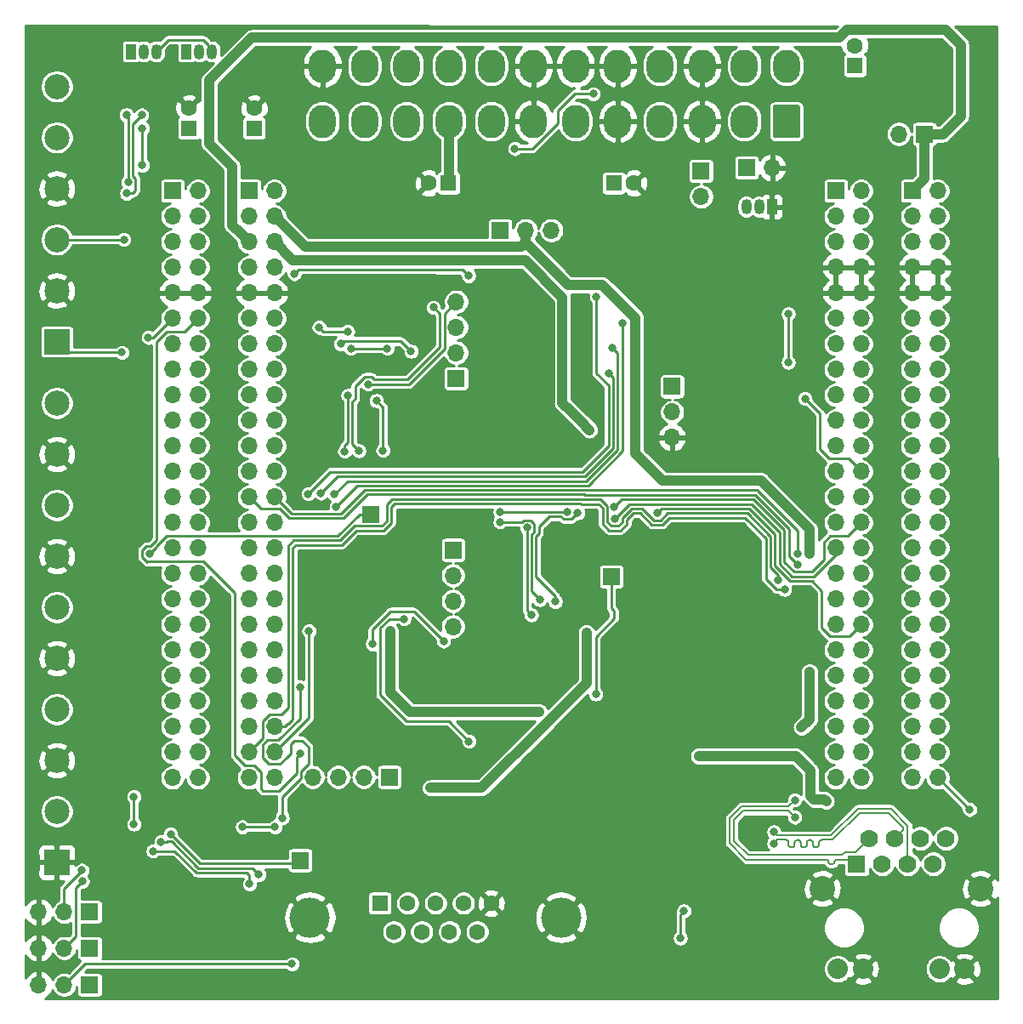
<source format=gbl>
G04 #@! TF.GenerationSoftware,KiCad,Pcbnew,5.1.5+dfsg1-2build2*
G04 #@! TF.CreationDate,2022-01-22T21:41:21+01:00*
G04 #@! TF.ProjectId,lightcontroll,6c696768-7463-46f6-9e74-726f6c6c2e6b,rev?*
G04 #@! TF.SameCoordinates,Original*
G04 #@! TF.FileFunction,Copper,L2,Bot*
G04 #@! TF.FilePolarity,Positive*
%FSLAX46Y46*%
G04 Gerber Fmt 4.6, Leading zero omitted, Abs format (unit mm)*
G04 Created by KiCad (PCBNEW 5.1.5+dfsg1-2build2) date 2022-01-22 21:41:21*
%MOMM*%
%LPD*%
G04 APERTURE LIST*
%ADD10O,1.700000X1.700000*%
%ADD11R,1.700000X1.700000*%
%ADD12R,1.050000X1.500000*%
%ADD13O,1.050000X1.500000*%
%ADD14C,2.500000*%
%ADD15R,2.500000X2.500000*%
%ADD16C,4.000000*%
%ADD17C,1.600000*%
%ADD18R,1.600000X1.600000*%
%ADD19C,2.540000*%
%ADD20C,2.032000*%
%ADD21C,1.778000*%
%ADD22R,1.778000X1.778000*%
%ADD23O,2.700000X3.300000*%
%ADD24C,0.100000*%
%ADD25C,0.800000*%
%ADD26C,1.000000*%
%ADD27C,0.250000*%
%ADD28C,0.200000*%
%ADD29C,0.254000*%
G04 APERTURE END LIST*
D10*
X81089500Y-30797500D03*
D11*
X81089500Y-28257500D03*
D10*
X88170000Y-27914600D03*
D11*
X85630000Y-27914600D03*
D10*
X78206600Y-54787800D03*
X78206600Y-52247800D03*
D11*
X78206600Y-49707800D03*
D12*
X24307800Y-16357600D03*
D13*
X26847800Y-16357600D03*
X25577800Y-16357600D03*
D12*
X29845000Y-16357600D03*
D13*
X32385000Y-16357600D03*
X31115000Y-16357600D03*
D14*
X16941800Y-19837400D03*
X16941800Y-24917400D03*
X16941800Y-29997400D03*
X16941800Y-35077400D03*
X16941800Y-40157400D03*
D15*
X16941800Y-45237400D03*
D14*
X16941800Y-51358800D03*
X16941800Y-56438800D03*
X16941800Y-61518800D03*
X16941800Y-66598800D03*
X16941800Y-71678800D03*
X16941800Y-76758800D03*
X16941800Y-81838800D03*
X16941800Y-86918800D03*
X16941800Y-91998800D03*
D15*
X16941800Y-97078800D03*
D16*
X67147400Y-102567600D03*
X42147400Y-102567600D03*
D17*
X58802400Y-103987600D03*
X56032400Y-103987600D03*
X53262400Y-103987600D03*
X50492400Y-103987600D03*
X60187400Y-101147600D03*
X57417400Y-101147600D03*
X54647400Y-101147600D03*
X51877400Y-101147600D03*
D18*
X49107400Y-101147600D03*
D19*
X108902500Y-99682300D03*
X93154500Y-99682300D03*
D20*
X104813100Y-107683300D03*
X107327700Y-107683300D03*
X97218500Y-107683300D03*
X94703900Y-107683300D03*
D21*
X105473500Y-94678500D03*
X104203500Y-97218500D03*
X102933500Y-94678500D03*
X101663500Y-97218500D03*
X100393500Y-94678500D03*
X99123500Y-97218500D03*
X97853500Y-94678500D03*
D22*
X96583500Y-97218500D03*
D10*
X97028000Y-88646000D03*
X94488000Y-88646000D03*
X97028000Y-86106000D03*
X94488000Y-86106000D03*
X97028000Y-83566000D03*
X94488000Y-83566000D03*
X97028000Y-81026000D03*
X94488000Y-81026000D03*
X97028000Y-78486000D03*
X94488000Y-78486000D03*
X97028000Y-75946000D03*
X94488000Y-75946000D03*
X97028000Y-73406000D03*
X94488000Y-73406000D03*
X97028000Y-70866000D03*
X94488000Y-70866000D03*
X97028000Y-68326000D03*
X94488000Y-68326000D03*
X97028000Y-65786000D03*
X94488000Y-65786000D03*
X97028000Y-63246000D03*
X94488000Y-63246000D03*
X97028000Y-60706000D03*
X94488000Y-60706000D03*
X97028000Y-58166000D03*
X94488000Y-58166000D03*
X97028000Y-55626000D03*
X94488000Y-55626000D03*
X97028000Y-53086000D03*
X94488000Y-53086000D03*
X97028000Y-50546000D03*
X94488000Y-50546000D03*
X97028000Y-48006000D03*
X94488000Y-48006000D03*
X97028000Y-45466000D03*
X94488000Y-45466000D03*
X97028000Y-42926000D03*
X94488000Y-42926000D03*
X97028000Y-40386000D03*
X94488000Y-40386000D03*
X97028000Y-37846000D03*
X94488000Y-37846000D03*
X97028000Y-35306000D03*
X94488000Y-35306000D03*
X97028000Y-32766000D03*
X94488000Y-32766000D03*
X97028000Y-30226000D03*
D11*
X94488000Y-30226000D03*
D10*
X42418000Y-88582500D03*
X44958000Y-88582500D03*
X47498000Y-88582500D03*
D11*
X50038000Y-88582500D03*
D10*
X56388000Y-73596500D03*
X56388000Y-71056500D03*
X56388000Y-68516500D03*
D11*
X56388000Y-65976500D03*
D10*
X56705500Y-41275000D03*
X56705500Y-43815000D03*
X56705500Y-46355000D03*
D11*
X56705500Y-48895000D03*
D23*
X43389000Y-17804500D03*
X47589000Y-17804500D03*
X51789000Y-17804500D03*
X55989000Y-17804500D03*
X60189000Y-17804500D03*
X64389000Y-17804500D03*
X68589000Y-17804500D03*
X72789000Y-17804500D03*
X76989000Y-17804500D03*
X81189000Y-17804500D03*
X85389000Y-17804500D03*
X89589000Y-17804500D03*
X43389000Y-23304500D03*
X47589000Y-23304500D03*
X51789000Y-23304500D03*
X55989000Y-23304500D03*
X60189000Y-23304500D03*
X64389000Y-23304500D03*
X68589000Y-23304500D03*
X72789000Y-23304500D03*
X76989000Y-23304500D03*
X81189000Y-23304500D03*
X85389000Y-23304500D03*
G04 #@! TA.AperFunction,ComponentPad*
D24*
G36*
X90713503Y-21655704D02*
G01*
X90737772Y-21659304D01*
X90761570Y-21665265D01*
X90784670Y-21673530D01*
X90806849Y-21684020D01*
X90827892Y-21696633D01*
X90847598Y-21711248D01*
X90865776Y-21727724D01*
X90882252Y-21745902D01*
X90896867Y-21765608D01*
X90909480Y-21786651D01*
X90919970Y-21808830D01*
X90928235Y-21831930D01*
X90934196Y-21855728D01*
X90937796Y-21879997D01*
X90939000Y-21904501D01*
X90939000Y-24704499D01*
X90937796Y-24729003D01*
X90934196Y-24753272D01*
X90928235Y-24777070D01*
X90919970Y-24800170D01*
X90909480Y-24822349D01*
X90896867Y-24843392D01*
X90882252Y-24863098D01*
X90865776Y-24881276D01*
X90847598Y-24897752D01*
X90827892Y-24912367D01*
X90806849Y-24924980D01*
X90784670Y-24935470D01*
X90761570Y-24943735D01*
X90737772Y-24949696D01*
X90713503Y-24953296D01*
X90688999Y-24954500D01*
X88489001Y-24954500D01*
X88464497Y-24953296D01*
X88440228Y-24949696D01*
X88416430Y-24943735D01*
X88393330Y-24935470D01*
X88371151Y-24924980D01*
X88350108Y-24912367D01*
X88330402Y-24897752D01*
X88312224Y-24881276D01*
X88295748Y-24863098D01*
X88281133Y-24843392D01*
X88268520Y-24822349D01*
X88258030Y-24800170D01*
X88249765Y-24777070D01*
X88243804Y-24753272D01*
X88240204Y-24729003D01*
X88239000Y-24704499D01*
X88239000Y-21904501D01*
X88240204Y-21879997D01*
X88243804Y-21855728D01*
X88249765Y-21831930D01*
X88258030Y-21808830D01*
X88268520Y-21786651D01*
X88281133Y-21765608D01*
X88295748Y-21745902D01*
X88312224Y-21727724D01*
X88330402Y-21711248D01*
X88350108Y-21696633D01*
X88371151Y-21684020D01*
X88393330Y-21673530D01*
X88416430Y-21665265D01*
X88440228Y-21659304D01*
X88464497Y-21655704D01*
X88489001Y-21654500D01*
X90688999Y-21654500D01*
X90713503Y-21655704D01*
G37*
G04 #@! TD.AperFunction*
D12*
X88138000Y-31813500D03*
D13*
X85598000Y-31813500D03*
X86868000Y-31813500D03*
D10*
X15138400Y-105613200D03*
X17678400Y-105613200D03*
D11*
X20218400Y-105613200D03*
X41173400Y-96875600D03*
D10*
X15138400Y-109270800D03*
X17678400Y-109270800D03*
D11*
X20218400Y-109270800D03*
D10*
X15138400Y-102006400D03*
X17678400Y-102006400D03*
D11*
X20218400Y-102006400D03*
X48196500Y-62420500D03*
X72136000Y-68643500D03*
D10*
X104648000Y-88646000D03*
X102108000Y-88646000D03*
X104648000Y-86106000D03*
X102108000Y-86106000D03*
X104648000Y-83566000D03*
X102108000Y-83566000D03*
X104648000Y-81026000D03*
X102108000Y-81026000D03*
X104648000Y-78486000D03*
X102108000Y-78486000D03*
X104648000Y-75946000D03*
X102108000Y-75946000D03*
X104648000Y-73406000D03*
X102108000Y-73406000D03*
X104648000Y-70866000D03*
X102108000Y-70866000D03*
X104648000Y-68326000D03*
X102108000Y-68326000D03*
X104648000Y-65786000D03*
X102108000Y-65786000D03*
X104648000Y-63246000D03*
X102108000Y-63246000D03*
X104648000Y-60706000D03*
X102108000Y-60706000D03*
X104648000Y-58166000D03*
X102108000Y-58166000D03*
X104648000Y-55626000D03*
X102108000Y-55626000D03*
X104648000Y-53086000D03*
X102108000Y-53086000D03*
X104648000Y-50546000D03*
X102108000Y-50546000D03*
X104648000Y-48006000D03*
X102108000Y-48006000D03*
X104648000Y-45466000D03*
X102108000Y-45466000D03*
X104648000Y-42926000D03*
X102108000Y-42926000D03*
X104648000Y-40386000D03*
X102108000Y-40386000D03*
X104648000Y-37846000D03*
X102108000Y-37846000D03*
X104648000Y-35306000D03*
X102108000Y-35306000D03*
X104648000Y-32766000D03*
X102108000Y-32766000D03*
X104648000Y-30226000D03*
D11*
X102108000Y-30226000D03*
D10*
X100774500Y-24574500D03*
D11*
X103314500Y-24574500D03*
D10*
X38608000Y-88646000D03*
X36068000Y-88646000D03*
X38608000Y-86106000D03*
X36068000Y-86106000D03*
X38608000Y-83566000D03*
X36068000Y-83566000D03*
X38608000Y-81026000D03*
X36068000Y-81026000D03*
X38608000Y-78486000D03*
X36068000Y-78486000D03*
X38608000Y-75946000D03*
X36068000Y-75946000D03*
X38608000Y-73406000D03*
X36068000Y-73406000D03*
X38608000Y-70866000D03*
X36068000Y-70866000D03*
X38608000Y-68326000D03*
X36068000Y-68326000D03*
X38608000Y-65786000D03*
X36068000Y-65786000D03*
X38608000Y-63246000D03*
X36068000Y-63246000D03*
X38608000Y-60706000D03*
X36068000Y-60706000D03*
X38608000Y-58166000D03*
X36068000Y-58166000D03*
X38608000Y-55626000D03*
X36068000Y-55626000D03*
X38608000Y-53086000D03*
X36068000Y-53086000D03*
X38608000Y-50546000D03*
X36068000Y-50546000D03*
X38608000Y-48006000D03*
X36068000Y-48006000D03*
X38608000Y-45466000D03*
X36068000Y-45466000D03*
X38608000Y-42926000D03*
X36068000Y-42926000D03*
X38608000Y-40386000D03*
X36068000Y-40386000D03*
X38608000Y-37846000D03*
X36068000Y-37846000D03*
X38608000Y-35306000D03*
X36068000Y-35306000D03*
X38608000Y-32766000D03*
X36068000Y-32766000D03*
X38608000Y-30226000D03*
D11*
X36068000Y-30226000D03*
D10*
X30988000Y-88646000D03*
X28448000Y-88646000D03*
X30988000Y-86106000D03*
X28448000Y-86106000D03*
X30988000Y-83566000D03*
X28448000Y-83566000D03*
X30988000Y-81026000D03*
X28448000Y-81026000D03*
X30988000Y-78486000D03*
X28448000Y-78486000D03*
X30988000Y-75946000D03*
X28448000Y-75946000D03*
X30988000Y-73406000D03*
X28448000Y-73406000D03*
X30988000Y-70866000D03*
X28448000Y-70866000D03*
X30988000Y-68326000D03*
X28448000Y-68326000D03*
X30988000Y-65786000D03*
X28448000Y-65786000D03*
X30988000Y-63246000D03*
X28448000Y-63246000D03*
X30988000Y-60706000D03*
X28448000Y-60706000D03*
X30988000Y-58166000D03*
X28448000Y-58166000D03*
X30988000Y-55626000D03*
X28448000Y-55626000D03*
X30988000Y-53086000D03*
X28448000Y-53086000D03*
X30988000Y-50546000D03*
X28448000Y-50546000D03*
X30988000Y-48006000D03*
X28448000Y-48006000D03*
X30988000Y-45466000D03*
X28448000Y-45466000D03*
X30988000Y-42926000D03*
X28448000Y-42926000D03*
X30988000Y-40386000D03*
X28448000Y-40386000D03*
X30988000Y-37846000D03*
X28448000Y-37846000D03*
X30988000Y-35306000D03*
X28448000Y-35306000D03*
X30988000Y-32766000D03*
X28448000Y-32766000D03*
X30988000Y-30226000D03*
D11*
X28448000Y-30226000D03*
D10*
X66167000Y-34163000D03*
X63627000Y-34163000D03*
D11*
X61087000Y-34163000D03*
D17*
X36576000Y-22003000D03*
D18*
X36576000Y-24003000D03*
D17*
X30099000Y-22003000D03*
D18*
X30099000Y-24003000D03*
D17*
X96393000Y-15780000D03*
D18*
X96393000Y-17780000D03*
D17*
X53943500Y-29464000D03*
D18*
X55943500Y-29464000D03*
D17*
X74390000Y-29464000D03*
D18*
X72390000Y-29464000D03*
D25*
X51816000Y-56070500D03*
X58737500Y-70548500D03*
X58801000Y-65722500D03*
X59436000Y-56578500D03*
X44272200Y-76708000D03*
X55626000Y-77749400D03*
X69011800Y-63703200D03*
X69748400Y-68732400D03*
X57658000Y-63042800D03*
X34264600Y-103098600D03*
X36169600Y-94792800D03*
X22733000Y-104292400D03*
X25958800Y-102285800D03*
X83642200Y-106527600D03*
X88011000Y-101320600D03*
X86715600Y-97993200D03*
X89662000Y-89916000D03*
X55016400Y-39954200D03*
X41148000Y-44094400D03*
X41554400Y-55422800D03*
X91998800Y-47625000D03*
X56464200Y-52273200D03*
X82981800Y-98069400D03*
X72694800Y-104775000D03*
X30099000Y-25933400D03*
X44196000Y-30124400D03*
X49834800Y-29870400D03*
X49733200Y-34112200D03*
X51841400Y-50622200D03*
X54838600Y-48615600D03*
X70840600Y-31572200D03*
X63322200Y-38912800D03*
X62992000Y-50977800D03*
X57708800Y-39903400D03*
X76352400Y-36931600D03*
X76250800Y-33502600D03*
X86842600Y-35661600D03*
X90906600Y-38303200D03*
X91160600Y-42316400D03*
X80010000Y-40182800D03*
X76301600Y-40182800D03*
X80010000Y-42824400D03*
X76454000Y-42875200D03*
X76454000Y-46736000D03*
X82473800Y-50850800D03*
X79044800Y-57200800D03*
X78308200Y-64820800D03*
X85750400Y-65024000D03*
X90144600Y-59486800D03*
X78359000Y-70231000D03*
X85852000Y-69596000D03*
X72161400Y-79019400D03*
X69062600Y-82169000D03*
X67665600Y-83718400D03*
X72542400Y-80746600D03*
X79603600Y-109575600D03*
X88214200Y-107111800D03*
X92151200Y-20345400D03*
X92532200Y-16484600D03*
X99085400Y-19507200D03*
X102336600Y-19456400D03*
X105333800Y-19507200D03*
X101625400Y-27000200D03*
X105257600Y-26924000D03*
X108839000Y-19532600D03*
X110363000Y-95732600D03*
X41656000Y-108508800D03*
X37541200Y-109804200D03*
X37388800Y-105537000D03*
X44043600Y-55600600D03*
X44475400Y-49631600D03*
X26543000Y-88620600D03*
X33782000Y-19964400D03*
X33807400Y-22479000D03*
X35433000Y-18288000D03*
X40005000Y-16789400D03*
X39674800Y-24714200D03*
X33909000Y-15062200D03*
X28663900Y-14097000D03*
X22318980Y-14173200D03*
X21158200Y-24917400D03*
X22733000Y-17830800D03*
X27914600Y-19431000D03*
X21412200Y-48869600D03*
X25527000Y-48895000D03*
X16916400Y-48412400D03*
X22606000Y-93472000D03*
X22682200Y-90576400D03*
X98552000Y-26974800D03*
X108280200Y-26924000D03*
X98450400Y-15976600D03*
X35280600Y-26182320D03*
X77952600Y-91160600D03*
X77749400Y-85521800D03*
X14224000Y-51282600D03*
X34096960Y-25288240D03*
X28016200Y-26314400D03*
X41960800Y-67030600D03*
X51460400Y-62611000D03*
X51435000Y-64287400D03*
X48234600Y-56032400D03*
X48234600Y-56032400D03*
X60731400Y-54381400D03*
X65709800Y-54432200D03*
X68961000Y-71348600D03*
X83007200Y-53467000D03*
X83616800Y-32588200D03*
X91884500Y-66357500D03*
X91884500Y-79082900D03*
X91884500Y-78092300D03*
X91077752Y-83648252D03*
X62611000Y-82084020D03*
X63711980Y-82084020D03*
X64981980Y-82084020D03*
X50165000Y-75717400D03*
X50165000Y-74041000D03*
X50165000Y-74879200D03*
X69983350Y-54044850D03*
X69094350Y-53155850D03*
X68078350Y-52139850D03*
X80886300Y-86550500D03*
X93548200Y-91008200D03*
X45897800Y-44221400D03*
X43053000Y-43815000D03*
X45212000Y-45466000D03*
X52222400Y-46202600D03*
X61061600Y-62179200D03*
X67741800Y-62179200D03*
X73279000Y-43370500D03*
X44767500Y-61658500D03*
X72263000Y-45847000D03*
X44577000Y-60452000D03*
X71882000Y-48387000D03*
X43243500Y-60325000D03*
X70675500Y-40767000D03*
X41973500Y-60388500D03*
X41148000Y-79629000D03*
X39395400Y-92659200D03*
X107823000Y-91821000D03*
X42037000Y-74041000D03*
X72517000Y-62865000D03*
X72453500Y-61658500D03*
X88747600Y-68986400D03*
X89408000Y-69900800D03*
X90678000Y-66357500D03*
X90681249Y-67433751D03*
X51498500Y-72834500D03*
X57975500Y-85026500D03*
X40589200Y-38481000D03*
X48361600Y-75336400D03*
X55448200Y-75057000D03*
X41135300Y-86220300D03*
X57937400Y-38684200D03*
X76708000Y-62293500D03*
X91440000Y-50901600D03*
X70598761Y-80326961D03*
X40360600Y-107188000D03*
X61061600Y-63195200D03*
X65024000Y-70916800D03*
X88328500Y-94043500D03*
X88328500Y-95186500D03*
X90424000Y-92583000D03*
X79025750Y-104616250D03*
X79375000Y-101917500D03*
X26162000Y-66344800D03*
X24612600Y-90551000D03*
X24612600Y-93268800D03*
X19431000Y-97866200D03*
X47942500Y-49466500D03*
X46228000Y-45910500D03*
X49847500Y-45910500D03*
X45593000Y-56159400D03*
X45923200Y-50596800D03*
X19481800Y-98983800D03*
X28262400Y-94267200D03*
X27330400Y-95021400D03*
X37058600Y-98298000D03*
X89763600Y-42468800D03*
X89763600Y-47294800D03*
X63754000Y-63754000D03*
X64185800Y-72440800D03*
X90424000Y-90868500D03*
X62547500Y-26035000D03*
X70358000Y-20574000D03*
X38658800Y-93548200D03*
X35407600Y-93548200D03*
X48768000Y-51117500D03*
X49403000Y-56070500D03*
X69673751Y-74245751D03*
X25450800Y-27686000D03*
X25450800Y-24003000D03*
X54102000Y-89662000D03*
X24053800Y-29362400D03*
X23876000Y-22656800D03*
X23901400Y-30480000D03*
X25400000Y-22682200D03*
X23407001Y-46315999D03*
X26060400Y-44831000D03*
X23622000Y-35077400D03*
X47015400Y-56108600D03*
X54432200Y-41833800D03*
X66573400Y-71120000D03*
X68808600Y-62280800D03*
X26517600Y-95961200D03*
X36118800Y-99237800D03*
D26*
X63179080Y-35813001D02*
X41655001Y-35813001D01*
X39457999Y-33615999D02*
X38608000Y-32766000D01*
X41655001Y-35813001D02*
X39457999Y-33615999D01*
X63627000Y-35365081D02*
X63179080Y-35813001D01*
X63627000Y-34163000D02*
X63627000Y-35365081D01*
X71251501Y-39566999D02*
X74549000Y-42864498D01*
X67828918Y-39566999D02*
X71251501Y-39566999D01*
X63627000Y-35365081D02*
X67828918Y-39566999D01*
X74549000Y-42864498D02*
X74549000Y-55816500D01*
X74549000Y-56388000D02*
X77249000Y-59088000D01*
X74549000Y-55816500D02*
X74549000Y-56388000D01*
X87066161Y-59088000D02*
X91884500Y-63906339D01*
X77249000Y-59088000D02*
X87066161Y-59088000D01*
X91884500Y-63906339D02*
X91884500Y-66357500D01*
X91884500Y-66357500D02*
X91884500Y-66357500D01*
X91884500Y-82841504D02*
X91077752Y-83648252D01*
X91884500Y-79280282D02*
X91884500Y-82841504D01*
X91884500Y-63906339D02*
X91884500Y-63906339D01*
X91884500Y-79082900D02*
X91884500Y-78092300D01*
X91077752Y-83648252D02*
X91077752Y-83648252D01*
X103314500Y-29019500D02*
X102108000Y-30226000D01*
X103314500Y-24574500D02*
X103314500Y-29019500D01*
X38608000Y-35306000D02*
X40415011Y-37113011D01*
X40415011Y-37113011D02*
X41116520Y-37113011D01*
X54985513Y-37113011D02*
X55020002Y-37147500D01*
X41116520Y-37113011D02*
X54985513Y-37113011D01*
X63570929Y-37147500D02*
X67290437Y-40867009D01*
X55020002Y-37147500D02*
X63570929Y-37147500D01*
X67290437Y-40867009D02*
X67290437Y-51351937D01*
X67290437Y-51351937D02*
X68078350Y-52139850D01*
X67290437Y-51351937D02*
X67290437Y-51351937D01*
X68770500Y-52832000D02*
X69094350Y-53155850D01*
X69977000Y-54038500D02*
X69977000Y-54038500D01*
X52112020Y-82084020D02*
X50165000Y-80137000D01*
X50165000Y-80137000D02*
X50165000Y-76327000D01*
X50165000Y-75184000D02*
X50165000Y-74879200D01*
X50165000Y-76327000D02*
X50165000Y-75717400D01*
X64981980Y-82084020D02*
X61578380Y-82084020D01*
X61578380Y-82084020D02*
X52112020Y-82084020D01*
X92344992Y-90822990D02*
X91973400Y-90451398D01*
X91973400Y-90451398D02*
X91973400Y-87960200D01*
X91973400Y-87960200D02*
X90500200Y-86487000D01*
X90500200Y-86487000D02*
X80848200Y-86487000D01*
X93362990Y-90822990D02*
X93548200Y-91008200D01*
X92344992Y-90822990D02*
X93362990Y-90822990D01*
X35218001Y-34456001D02*
X36068000Y-35306000D01*
X34417999Y-33655999D02*
X35218001Y-34456001D01*
X106934000Y-15684500D02*
X105429499Y-14179999D01*
X106934000Y-22805000D02*
X106934000Y-15684500D01*
X103314500Y-24574500D02*
X105164500Y-24574500D01*
X36372800Y-14986000D02*
X32131000Y-19227800D01*
X105164500Y-24574500D02*
X106934000Y-22805000D01*
X95624999Y-14179999D02*
X94818998Y-14986000D01*
X105429499Y-14179999D02*
X95624999Y-14179999D01*
X94818998Y-14986000D02*
X36372800Y-14986000D01*
X34417999Y-27813999D02*
X34417999Y-33655999D01*
X32131000Y-19227800D02*
X32131000Y-25527000D01*
X32131000Y-25527000D02*
X34417999Y-27813999D01*
X50165000Y-75717400D02*
X50165000Y-75184000D01*
X50165000Y-74041000D02*
X50165000Y-74041000D01*
X50165000Y-74879200D02*
X50165000Y-74041000D01*
X69094350Y-53155850D02*
X69977000Y-54038500D01*
X68078350Y-52139850D02*
X68770500Y-52832000D01*
X93548200Y-91008200D02*
X93548200Y-91008200D01*
D27*
X45897800Y-44221400D02*
X43459400Y-44221400D01*
X43459400Y-44221400D02*
X43053000Y-43815000D01*
X43053000Y-43815000D02*
X43053000Y-43815000D01*
X49884499Y-45185499D02*
X45492501Y-45185499D01*
X45492501Y-45185499D02*
X45212000Y-45466000D01*
X45212000Y-45466000D02*
X45212000Y-45466000D01*
X49884499Y-45185499D02*
X51205299Y-45185499D01*
X51205299Y-45185499D02*
X52222400Y-46202600D01*
X52222400Y-46202600D02*
X52222400Y-46202600D01*
X61061600Y-62179200D02*
X66548000Y-62179200D01*
X66548000Y-62179200D02*
X67741800Y-62179200D01*
X73279000Y-43370500D02*
X73279000Y-43370500D01*
X44767500Y-61658500D02*
X46863000Y-59563000D01*
X46863000Y-59563000D02*
X69850000Y-59563000D01*
X69850000Y-59563000D02*
X73279000Y-56134000D01*
X73279000Y-56134000D02*
X73279000Y-43370500D01*
X72263000Y-45847000D02*
X72263000Y-45847000D01*
X45916010Y-59112990D02*
X69663600Y-59112990D01*
X44577000Y-60452000D02*
X45916010Y-59112990D01*
X69663600Y-59112990D02*
X72770295Y-56006295D01*
X72770295Y-46354295D02*
X72263000Y-45847000D01*
X72770295Y-56006295D02*
X72770295Y-46354295D01*
X71882000Y-48387000D02*
X71882000Y-48387000D01*
X72320285Y-48825285D02*
X71882000Y-48387000D01*
X72320285Y-55819895D02*
X72320285Y-48825285D01*
X69504850Y-58635330D02*
X72320285Y-55819895D01*
X44933170Y-58635330D02*
X69504850Y-58635330D01*
X43243500Y-60325000D02*
X44933170Y-58635330D01*
X70675500Y-40767000D02*
X70675500Y-40767000D01*
X41973500Y-60388500D02*
X44176680Y-58185320D01*
X44176680Y-58185320D02*
X69318450Y-58185320D01*
X69318450Y-58185320D02*
X71870275Y-55633495D01*
X71870275Y-55633495D02*
X71870275Y-49593500D01*
X70675500Y-48398725D02*
X70675500Y-40767000D01*
X71870275Y-49593500D02*
X70675500Y-48398725D01*
X41148000Y-79629000D02*
X41148000Y-79629000D01*
X104648000Y-88646000D02*
X107823000Y-91821000D01*
X107823000Y-91821000D02*
X107823000Y-91821000D01*
X39395400Y-90525600D02*
X39395400Y-92659200D01*
X41242999Y-88678001D02*
X39395400Y-90525600D01*
X40614600Y-84963000D02*
X41376600Y-84963000D01*
X41242999Y-88018499D02*
X41242999Y-88678001D01*
X40233600Y-85344000D02*
X40614600Y-84963000D01*
X37432999Y-85377411D02*
X37432999Y-86670001D01*
X41376600Y-84963000D02*
X42011600Y-85598000D01*
X38985601Y-84927401D02*
X37883009Y-84927401D01*
X37883009Y-84927401D02*
X37432999Y-85377411D01*
X42011600Y-87249898D02*
X41242999Y-88018499D01*
X41148000Y-79629000D02*
X41148000Y-82765002D01*
X42011600Y-85598000D02*
X42011600Y-87249898D01*
X41148000Y-82765002D02*
X38985601Y-84927401D01*
X39172001Y-87281001D02*
X39783001Y-86670001D01*
X37432999Y-86670001D02*
X38043999Y-87281001D01*
X38043999Y-87281001D02*
X39172001Y-87281001D01*
X39796599Y-86670001D02*
X40233600Y-86233000D01*
X39783001Y-86670001D02*
X39796599Y-86670001D01*
X40233600Y-86233000D02*
X40233600Y-85344000D01*
X38608000Y-86106000D02*
X42037000Y-82677000D01*
X42037000Y-82677000D02*
X42037000Y-74041000D01*
X42037000Y-74041000D02*
X42037000Y-74041000D01*
X90146847Y-68608761D02*
X88894490Y-67356404D01*
X92301146Y-68608762D02*
X90146847Y-68608761D01*
X94488000Y-66421908D02*
X92301146Y-68608762D01*
X94488000Y-65786000D02*
X94488000Y-66421908D01*
X88894490Y-67356404D02*
X88894490Y-64197220D01*
X88894490Y-64197220D02*
X86112790Y-61415520D01*
X86112790Y-61415520D02*
X74041000Y-61415520D01*
X74041000Y-61415520D02*
X73966480Y-61415520D01*
X73966480Y-61415520D02*
X73279000Y-62103000D01*
X73279000Y-62103000D02*
X72517000Y-62865000D01*
X72517000Y-62865000D02*
X72517000Y-62865000D01*
X93923999Y-64610999D02*
X93312999Y-65221999D01*
X95663001Y-64610999D02*
X93923999Y-64610999D01*
X93312999Y-65221999D02*
X93312999Y-66960499D01*
X97028000Y-63246000D02*
X95663001Y-64610999D01*
X89344500Y-67170004D02*
X89344500Y-64010820D01*
X90333248Y-68158752D02*
X89344500Y-67170004D01*
X92114746Y-68158752D02*
X90333248Y-68158752D01*
X93312999Y-66960499D02*
X92114746Y-68158752D01*
X89344500Y-64010820D02*
X86299190Y-60965510D01*
X86299190Y-60965510D02*
X73590990Y-60965510D01*
X73590990Y-60965510D02*
X73146490Y-60965510D01*
X73146490Y-60965510D02*
X72453500Y-61658500D01*
X72453500Y-61658500D02*
X72453500Y-61658500D01*
X37432999Y-84741001D02*
X37432999Y-83001999D01*
X39319200Y-82346800D02*
X39972989Y-81693011D01*
X39972989Y-81693011D02*
X39972989Y-79502000D01*
X40532890Y-65029510D02*
X45123901Y-65029509D01*
X39972989Y-79502000D02*
X39972989Y-65589411D01*
X36068000Y-86106000D02*
X37432999Y-84741001D01*
X38088198Y-82346800D02*
X39319200Y-82346800D01*
X37432999Y-83001999D02*
X38088198Y-82346800D01*
X39972989Y-65589411D02*
X40532890Y-65029510D01*
X45123901Y-65029509D02*
X46059705Y-64093705D01*
X46059705Y-64093705D02*
X46557909Y-63595501D01*
X49306501Y-63595501D02*
X49784000Y-63118002D01*
X46557909Y-63595501D02*
X49306501Y-63595501D01*
X49784000Y-61468000D02*
X50338970Y-60913030D01*
X49784000Y-63118002D02*
X49784000Y-61468000D01*
X50338970Y-60913030D02*
X58568618Y-60913030D01*
X69282600Y-60913030D02*
X69335080Y-60965510D01*
X66215380Y-60913030D02*
X69282600Y-60913030D01*
X69335080Y-60965510D02*
X71074710Y-60965510D01*
X71728499Y-61619299D02*
X71728499Y-63194099D01*
X71074710Y-60965510D02*
X71728499Y-61619299D01*
X73242001Y-63213001D02*
X73242001Y-62776409D01*
X72865001Y-63590001D02*
X73242001Y-63213001D01*
X72124401Y-63590001D02*
X72865001Y-63590001D01*
X71728499Y-63194099D02*
X72124401Y-63590001D01*
X73242001Y-62776409D02*
X74152880Y-61865530D01*
X76359999Y-63018501D02*
X76911200Y-63018501D01*
X75207028Y-61865530D02*
X76359999Y-63018501D01*
X74152880Y-61865530D02*
X75207028Y-61865530D01*
X77056001Y-63018501D02*
X77758962Y-62315540D01*
X76911200Y-63018501D02*
X77056001Y-63018501D01*
X77758962Y-62315540D02*
X85682130Y-62315540D01*
X85682130Y-62315540D02*
X87994470Y-64627880D01*
X87994470Y-64627880D02*
X87994471Y-67729205D01*
X58568618Y-60913030D02*
X66243200Y-60913030D01*
X87994471Y-67729205D02*
X88720233Y-68454967D01*
X88720233Y-68454967D02*
X88747600Y-68482334D01*
X88747600Y-68482334D02*
X88747600Y-68986400D01*
X88747600Y-68986400D02*
X88747600Y-68986400D01*
X38608000Y-83566000D02*
X39674800Y-83566000D01*
X39928800Y-83312000D02*
X39964592Y-83312000D01*
X39674800Y-83566000D02*
X39928800Y-83312000D01*
X39964592Y-83312000D02*
X40422999Y-82853593D01*
X40422999Y-82853593D02*
X40422999Y-79363401D01*
X40422999Y-79363401D02*
X40422999Y-65775811D01*
X40422999Y-65775811D02*
X40719291Y-65479519D01*
X45310300Y-65479518D02*
X46744307Y-64045511D01*
X40719291Y-65479519D02*
X45310300Y-65479518D01*
X49492902Y-64045510D02*
X50234010Y-63304402D01*
X46744307Y-64045511D02*
X49492902Y-64045510D01*
X50234010Y-61678390D02*
X50549360Y-61363040D01*
X50234010Y-63304402D02*
X50234010Y-61678390D01*
X50549360Y-61363040D02*
X58382218Y-61363040D01*
X69096200Y-61363040D02*
X69148680Y-61415520D01*
X58382218Y-61363040D02*
X69096200Y-61363040D01*
X69148680Y-61415520D02*
X70888310Y-61415520D01*
X71278489Y-61805699D02*
X71278490Y-63380500D01*
X71278490Y-63380500D02*
X71938000Y-64040010D01*
X70888310Y-61415520D02*
X71278489Y-61805699D01*
X73710800Y-63380612D02*
X73710800Y-62944020D01*
X73051402Y-64040010D02*
X73710800Y-63380612D01*
X71938001Y-64040011D02*
X73051402Y-64040010D01*
X71938000Y-64040010D02*
X71938001Y-64040011D01*
X73710800Y-62944020D02*
X74339280Y-62315540D01*
X76173599Y-63468511D02*
X77242401Y-63468511D01*
X75020628Y-62315540D02*
X76173599Y-63468511D01*
X74339280Y-62315540D02*
X75020628Y-62315540D01*
X77242401Y-63468511D02*
X77945362Y-62765550D01*
X77945362Y-62765550D02*
X85495730Y-62765550D01*
X85495730Y-62765550D02*
X87544461Y-64814281D01*
X87544461Y-64814281D02*
X87544462Y-67665601D01*
X87544462Y-68856264D02*
X88588998Y-69900800D01*
X87544462Y-67665601D02*
X87544462Y-68856264D01*
X88588998Y-69900800D02*
X89408000Y-69900800D01*
X89408000Y-69900800D02*
X89408000Y-69900800D01*
X45248999Y-62383501D02*
X47619490Y-60013010D01*
X40285501Y-62383501D02*
X45248999Y-62383501D01*
X38608000Y-60706000D02*
X40285501Y-62383501D01*
X47619490Y-60013010D02*
X69786500Y-60013010D01*
X69786500Y-60013010D02*
X86683010Y-60013010D01*
X86683010Y-60076510D02*
X90678000Y-64071500D01*
X86683010Y-60013010D02*
X86683010Y-60076510D01*
X90678000Y-64071500D02*
X90678000Y-66357500D01*
X90678000Y-66357500D02*
X90678000Y-66484500D01*
X89852500Y-66294000D02*
X89852500Y-66357500D01*
X89852500Y-66605002D02*
X90681249Y-67433751D01*
X89852500Y-66294000D02*
X89852500Y-66605002D01*
X90681249Y-67433751D02*
X90741500Y-67494002D01*
X89852500Y-63882410D02*
X89852500Y-66294000D01*
X86485590Y-60515500D02*
X89852500Y-63882410D01*
X69469000Y-60463020D02*
X69521480Y-60515500D01*
X47868978Y-60463020D02*
X69469000Y-60463020D01*
X69521480Y-60515500D02*
X86485590Y-60515500D01*
X45498487Y-62833511D02*
X47868978Y-60463020D01*
X40099101Y-62833511D02*
X45498487Y-62833511D01*
X37243001Y-61881001D02*
X39146591Y-61881001D01*
X39146591Y-61881001D02*
X40099101Y-62833511D01*
X36068000Y-60706000D02*
X37243001Y-61881001D01*
X49139999Y-80420159D02*
X51728869Y-83009030D01*
X49139999Y-73757840D02*
X49139999Y-80420159D01*
X50063339Y-72834500D02*
X49139999Y-73757840D01*
X51498500Y-72834500D02*
X50063339Y-72834500D01*
X51728869Y-83009030D02*
X55958030Y-83009030D01*
X55958030Y-83009030D02*
X57975500Y-85026500D01*
X57975500Y-85026500D02*
X57975500Y-85026500D01*
X40589200Y-38481000D02*
X40589200Y-38481000D01*
X27883999Y-44290999D02*
X26898600Y-45276398D01*
X29623001Y-44290999D02*
X27883999Y-44290999D01*
X30988000Y-42926000D02*
X29623001Y-44290999D01*
X26898600Y-45276398D02*
X26898600Y-64959988D01*
X25436999Y-66692801D02*
X25901798Y-67157600D01*
X25436999Y-65996799D02*
X25436999Y-66692801D01*
X25813999Y-65619799D02*
X25436999Y-65996799D01*
X26238789Y-65619799D02*
X25813999Y-65619799D01*
X26898600Y-64959988D02*
X26238789Y-65619799D01*
X31552001Y-67150999D02*
X34671000Y-70269998D01*
X25908399Y-67150999D02*
X31552001Y-67150999D01*
X25901798Y-67157600D02*
X25908399Y-67150999D01*
X48361600Y-75336400D02*
X48361600Y-73899829D01*
X50151930Y-72109499D02*
X52500699Y-72109499D01*
X48361600Y-73899829D02*
X50151930Y-72109499D01*
X52500699Y-72109499D02*
X55448200Y-75057000D01*
X55448200Y-75057000D02*
X55448200Y-75057000D01*
X37243001Y-88081999D02*
X37243001Y-89680799D01*
X36632001Y-87470999D02*
X37243001Y-88081999D01*
X35693997Y-87470999D02*
X36632001Y-87470999D01*
X34671000Y-86448002D02*
X35693997Y-87470999D01*
X34671000Y-70269998D02*
X34671000Y-86448002D01*
X37243001Y-89680799D02*
X37243001Y-89744801D01*
X40792989Y-88200013D02*
X40792989Y-86562611D01*
X39051602Y-89941400D02*
X40792989Y-88200013D01*
X37439600Y-89941400D02*
X39051602Y-89941400D01*
X37243001Y-89744801D02*
X37439600Y-89941400D01*
X40792989Y-86562611D02*
X41135300Y-86220300D01*
X41135300Y-86220300D02*
X41275000Y-86080600D01*
X54602362Y-38038021D02*
X54636851Y-38072510D01*
X57325710Y-38072510D02*
X57937400Y-38684200D01*
X54636851Y-38072510D02*
X57325710Y-38072510D01*
X41032179Y-38038021D02*
X54602362Y-38038021D01*
X40589200Y-38481000D02*
X41032179Y-38038021D01*
X93923999Y-74581001D02*
X93091000Y-73748002D01*
X95852999Y-74581001D02*
X93923999Y-74581001D01*
X97028000Y-73406000D02*
X95852999Y-74581001D01*
X93091000Y-70035026D02*
X92114745Y-69058771D01*
X93091000Y-73748002D02*
X93091000Y-70035026D01*
X89960446Y-69058770D02*
X88444480Y-67542804D01*
X92114745Y-69058771D02*
X89960446Y-69058770D01*
X88444480Y-67542804D02*
X88444480Y-64383620D01*
X88386620Y-64383620D02*
X85868530Y-61865530D01*
X88444480Y-64383620D02*
X88386620Y-64383620D01*
X85868530Y-61865530D02*
X77135970Y-61865530D01*
X77135970Y-61865530D02*
X76708000Y-62293500D01*
X76708000Y-62293500D02*
X76708000Y-62293500D01*
X97028000Y-58166000D02*
X95758000Y-56896000D01*
X95758000Y-56896000D02*
X93878400Y-56896000D01*
X93878400Y-56896000D02*
X92913200Y-55930800D01*
X92913200Y-55930800D02*
X92913200Y-52374800D01*
X92913200Y-52374800D02*
X91440000Y-50901600D01*
X91440000Y-50901600D02*
X91440000Y-50901600D01*
X72414859Y-72812803D02*
X70598761Y-74628901D01*
X70598761Y-74628901D02*
X70598761Y-79613891D01*
X72414859Y-72046499D02*
X72414859Y-72812803D01*
X72136000Y-71767640D02*
X72414859Y-72046499D01*
X72136000Y-68643500D02*
X72136000Y-71767640D01*
X70598761Y-79613891D02*
X70598761Y-79920561D01*
X70598761Y-79920561D02*
X70598761Y-80326961D01*
X70598761Y-80326961D02*
X70598761Y-80326961D01*
X19761200Y-107188000D02*
X17678400Y-109270800D01*
X40360600Y-107188000D02*
X19761200Y-107188000D01*
X64479001Y-63405999D02*
X64479001Y-64102001D01*
X64102001Y-63028999D02*
X64479001Y-63405999D01*
X63405999Y-63028999D02*
X64102001Y-63028999D01*
X63239798Y-63195200D02*
X63405999Y-63028999D01*
X61061600Y-63195200D02*
X63239798Y-63195200D01*
X64479001Y-64171999D02*
X64204010Y-64446990D01*
X64479001Y-64102001D02*
X64479001Y-64171999D01*
X64204010Y-70096810D02*
X65024000Y-70916800D01*
X64204010Y-69907990D02*
X64204010Y-70096810D01*
X64204010Y-64446990D02*
X64204010Y-69907990D01*
X64204010Y-69907990D02*
X64204010Y-70046010D01*
D28*
X88675000Y-94390000D02*
X94013800Y-94390000D01*
X88328500Y-94043500D02*
X88675000Y-94390000D01*
X94013800Y-94390000D02*
X96680800Y-91723000D01*
X96680800Y-91723000D02*
X99978700Y-91723000D01*
X101663500Y-93858500D02*
X101663500Y-97218500D01*
X101663500Y-93407800D02*
X101663500Y-93858500D01*
X99978700Y-91723000D02*
X101663500Y-93407800D01*
X101213500Y-93858500D02*
X100393500Y-94678500D01*
X93106000Y-94840000D02*
X94200200Y-94840000D01*
X93039243Y-94847521D02*
X93106000Y-94840000D01*
X92918953Y-94905450D02*
X92975834Y-94869709D01*
X92871450Y-94952953D02*
X92918953Y-94905450D01*
X92835709Y-95009834D02*
X92871450Y-94952953D01*
X92806000Y-95299265D02*
X92806000Y-95140000D01*
X92798478Y-95366021D02*
X92806000Y-95299265D01*
X92776290Y-95429430D02*
X92798478Y-95366021D01*
X92693046Y-95533814D02*
X92740549Y-95486311D01*
X92636165Y-95569555D02*
X92693046Y-95533814D01*
X92572756Y-95591743D02*
X92636165Y-95569555D01*
X92375834Y-95569555D02*
X92439243Y-95591743D01*
X92318953Y-95533814D02*
X92375834Y-95569555D01*
X92271450Y-95486311D02*
X92318953Y-95533814D01*
X92235709Y-95429430D02*
X92271450Y-95486311D01*
X92198478Y-95073243D02*
X92206000Y-95140000D01*
X92176290Y-95009834D02*
X92198478Y-95073243D01*
X92036165Y-94869709D02*
X92093046Y-94905450D01*
X91972756Y-94847521D02*
X92036165Y-94869709D01*
X91839243Y-94847521D02*
X91906000Y-94840000D01*
X90471450Y-94952953D02*
X90518953Y-94905450D01*
X91775834Y-94869709D02*
X91839243Y-94847521D01*
X90435709Y-95009834D02*
X90471450Y-94952953D01*
X90293046Y-95533814D02*
X90340549Y-95486311D01*
X90236165Y-95569555D02*
X90293046Y-95533814D01*
X90172756Y-95591743D02*
X90236165Y-95569555D01*
X90406000Y-95299265D02*
X90406000Y-95140000D01*
X89835709Y-95429430D02*
X89871450Y-95486311D01*
X90106000Y-95599265D02*
X90172756Y-95591743D01*
X90340549Y-95486311D02*
X90376290Y-95429430D01*
X90039243Y-95591743D02*
X90106000Y-95599265D01*
X89918953Y-95533814D02*
X89975834Y-95569555D01*
X89506000Y-94840000D02*
X89572756Y-94847521D01*
X89776290Y-95009834D02*
X89798478Y-95073243D01*
X88675000Y-94840000D02*
X89506000Y-94840000D01*
X96867200Y-92173000D02*
X99792300Y-92173000D01*
X89636165Y-94869709D02*
X89693046Y-94905450D01*
X90893046Y-94905450D02*
X90940549Y-94952953D01*
X92206000Y-95299265D02*
X92213521Y-95366021D01*
X90976290Y-95009834D02*
X90998478Y-95073243D01*
X91071450Y-95486311D02*
X91118953Y-95533814D01*
X91175834Y-95569555D02*
X91239243Y-95591743D01*
X90398478Y-95366021D02*
X90406000Y-95299265D01*
X92439243Y-95591743D02*
X92506000Y-95599265D01*
X89806000Y-95140000D02*
X89806000Y-95299265D01*
X89693046Y-94905450D02*
X89740549Y-94952953D01*
X89740549Y-94952953D02*
X89776290Y-95009834D01*
X90376290Y-95429430D02*
X90398478Y-95366021D01*
X89813521Y-95366021D02*
X89835709Y-95429430D01*
X101213500Y-93594200D02*
X101213500Y-93858500D01*
X89975834Y-95569555D02*
X90039243Y-95591743D01*
X88328500Y-95186500D02*
X88675000Y-94840000D01*
X89871450Y-95486311D02*
X89918953Y-95533814D01*
X91718953Y-94905450D02*
X91775834Y-94869709D01*
X90413521Y-95073243D02*
X90435709Y-95009834D01*
X89806000Y-95299265D02*
X89813521Y-95366021D01*
X91906000Y-94840000D02*
X91972756Y-94847521D01*
X90518953Y-94905450D02*
X90575834Y-94869709D01*
X90575834Y-94869709D02*
X90639243Y-94847521D01*
X92093046Y-94905450D02*
X92140549Y-94952953D01*
X90706000Y-94840000D02*
X90772756Y-94847521D01*
X91006000Y-95299265D02*
X91013521Y-95366021D01*
X94200200Y-94840000D02*
X96867200Y-92173000D01*
X90639243Y-94847521D02*
X90706000Y-94840000D01*
X92140549Y-94952953D02*
X92176290Y-95009834D01*
X90772756Y-94847521D02*
X90836165Y-94869709D01*
X99792300Y-92173000D02*
X101213500Y-93594200D01*
X91013521Y-95366021D02*
X91035709Y-95429430D01*
X90836165Y-94869709D02*
X90893046Y-94905450D01*
X92206000Y-95140000D02*
X92206000Y-95299265D01*
X90940549Y-94952953D02*
X90976290Y-95009834D01*
X91035709Y-95429430D02*
X91071450Y-95486311D01*
X92213521Y-95366021D02*
X92235709Y-95429430D01*
X90998478Y-95073243D02*
X91006000Y-95140000D01*
X92506000Y-95599265D02*
X92572756Y-95591743D01*
X91118953Y-95533814D02*
X91175834Y-95569555D01*
X89572756Y-94847521D02*
X89636165Y-94869709D01*
X91239243Y-95591743D02*
X91306000Y-95599265D01*
X89798478Y-95073243D02*
X89806000Y-95140000D01*
X91006000Y-95140000D02*
X91006000Y-95299265D01*
X91306000Y-95599265D02*
X91372756Y-95591743D01*
X91436165Y-95569555D02*
X91493046Y-95533814D01*
X92740549Y-95486311D02*
X92776290Y-95429430D01*
X91372756Y-95591743D02*
X91436165Y-95569555D01*
X91493046Y-95533814D02*
X91540549Y-95486311D01*
X91540549Y-95486311D02*
X91576290Y-95429430D01*
X92806000Y-95140000D02*
X92813521Y-95073243D01*
X91576290Y-95429430D02*
X91598478Y-95366021D01*
X91606000Y-95299265D02*
X91606000Y-95140000D01*
X90406000Y-95140000D02*
X90413521Y-95073243D01*
X91671450Y-94952953D02*
X91718953Y-94905450D01*
X92813521Y-95073243D02*
X92835709Y-95009834D01*
X91598478Y-95366021D02*
X91606000Y-95299265D01*
X91606000Y-95140000D02*
X91613521Y-95073243D01*
X91613521Y-95073243D02*
X91635709Y-95009834D01*
X92975834Y-94869709D02*
X93039243Y-94847521D01*
X91635709Y-95009834D02*
X91671450Y-94952953D01*
X95125498Y-96358500D02*
X85754700Y-96358500D01*
X95454499Y-96029499D02*
X95125498Y-96358500D01*
X96502501Y-96029499D02*
X95454499Y-96029499D01*
X97853500Y-94678500D02*
X96502501Y-96029499D01*
X85754700Y-96358500D02*
X84362500Y-94966300D01*
X84362500Y-94966300D02*
X84362500Y-92866700D01*
X89791750Y-91950750D02*
X90424000Y-92583000D01*
X85278450Y-91950750D02*
X89791750Y-91950750D01*
X84362500Y-92866700D02*
X85278450Y-91950750D01*
D27*
X79025750Y-102266750D02*
X79375000Y-101917500D01*
X79025750Y-104616250D02*
X79025750Y-102266750D01*
X47096500Y-62420500D02*
X44937500Y-64579500D01*
X48196500Y-62420500D02*
X47096500Y-62420500D01*
X27915498Y-64579500D02*
X26873200Y-65621798D01*
X44937500Y-64579500D02*
X27915498Y-64579500D01*
X26873200Y-65621798D02*
X26873200Y-65633600D01*
X26873200Y-65633600D02*
X26162000Y-66344800D01*
X26162000Y-66344800D02*
X26162000Y-66344800D01*
X24612600Y-90551000D02*
X24612600Y-93268800D01*
X24612600Y-93268800D02*
X24612600Y-93268800D01*
X24612600Y-93268800D02*
X24612600Y-93268800D01*
X17678400Y-99714198D02*
X17678400Y-102006400D01*
X19431000Y-97961598D02*
X17678400Y-99714198D01*
X19431000Y-97866200D02*
X19431000Y-97961598D01*
X47942500Y-49466500D02*
X47942500Y-49466500D01*
X48387000Y-49466500D02*
X47942500Y-49466500D01*
X52006500Y-49466500D02*
X48387000Y-49466500D01*
X55530499Y-45942501D02*
X52006500Y-49466500D01*
X55530499Y-42450001D02*
X55530499Y-45942501D01*
X56705500Y-41275000D02*
X55530499Y-42450001D01*
X46228000Y-45910500D02*
X46228000Y-45910500D01*
X46228000Y-45910500D02*
X49847500Y-45910500D01*
X49847500Y-45910500D02*
X49847500Y-45910500D01*
X45593000Y-55593715D02*
X45923200Y-55263515D01*
X45593000Y-56159400D02*
X45593000Y-55593715D01*
X45923200Y-55263515D02*
X45923200Y-50596800D01*
X45923200Y-50596800D02*
X45923200Y-50596800D01*
X18853401Y-104438199D02*
X17678400Y-105613200D01*
X18853401Y-99612199D02*
X18853401Y-104438199D01*
X19481800Y-98983800D02*
X18853401Y-99612199D01*
X28262400Y-94267200D02*
X31201000Y-97205800D01*
X40843200Y-97205800D02*
X41173400Y-96875600D01*
X31201000Y-97205800D02*
X40843200Y-97205800D01*
X27896085Y-95021400D02*
X27925284Y-94992201D01*
X27330400Y-95021400D02*
X27896085Y-95021400D01*
X28350991Y-94992201D02*
X31014600Y-97655810D01*
X27925284Y-94992201D02*
X28350991Y-94992201D01*
X31014600Y-97655810D02*
X35636200Y-97655810D01*
X35636200Y-97655810D02*
X36416410Y-97655810D01*
X36416410Y-97655810D02*
X37058600Y-98298000D01*
X37058600Y-98298000D02*
X37058600Y-98298000D01*
X89763600Y-42468800D02*
X89763600Y-47294800D01*
X89763600Y-47294800D02*
X89763600Y-47294800D01*
X63754000Y-63754000D02*
X63754000Y-71882000D01*
X63754000Y-71882000D02*
X63754000Y-72009000D01*
X63754000Y-72009000D02*
X64185800Y-72440800D01*
X64185800Y-72440800D02*
X64185800Y-72440800D01*
D28*
X89791750Y-91500750D02*
X90424000Y-90868500D01*
X85092050Y-91500750D02*
X89791750Y-91500750D01*
X83912500Y-92680300D02*
X85092050Y-91500750D01*
X93561202Y-96808500D02*
X85568300Y-96808500D01*
X94489536Y-96829262D02*
X94449785Y-96854239D01*
X93750089Y-96927186D02*
X93725112Y-96887435D01*
X93889536Y-97207038D02*
X93849785Y-97182061D01*
X94416589Y-96887435D02*
X94391612Y-96927186D01*
X93725112Y-96887435D02*
X93691916Y-96854239D01*
X85568300Y-96808500D02*
X83912500Y-95152700D01*
X94533848Y-96813757D02*
X94489536Y-96829262D01*
X94291916Y-97182061D02*
X94252165Y-97207038D01*
X94350089Y-97109114D02*
X94325112Y-97148865D01*
X93849785Y-97182061D02*
X93816589Y-97148865D01*
X94325112Y-97148865D02*
X94291916Y-97182061D01*
X94580500Y-96808500D02*
X94533848Y-96813757D01*
X93652165Y-96829262D02*
X93607853Y-96813757D01*
X96173500Y-96808500D02*
X94580500Y-96808500D01*
X94365594Y-97064802D02*
X94350089Y-97109114D01*
X94252165Y-97207038D02*
X94207853Y-97222543D01*
X93776107Y-97064802D02*
X93765594Y-96971498D01*
X96583500Y-97218500D02*
X96173500Y-96808500D01*
X94161202Y-97227799D02*
X93980500Y-97227799D01*
X94391612Y-96927186D02*
X94376107Y-96971498D01*
X94207853Y-97222543D02*
X94161202Y-97227799D01*
X93980500Y-97227799D02*
X93933848Y-97222543D01*
X83912500Y-95152700D02*
X83912500Y-92680300D01*
X94449785Y-96854239D02*
X94416589Y-96887435D01*
X93933848Y-97222543D02*
X93889536Y-97207038D01*
X93816589Y-97148865D02*
X93791612Y-97109114D01*
X93791612Y-97109114D02*
X93776107Y-97064802D01*
X93765594Y-96971498D02*
X93750089Y-96927186D01*
X94376107Y-96971498D02*
X94365594Y-97064802D01*
X93691916Y-96854239D02*
X93652165Y-96829262D01*
X93607853Y-96813757D02*
X93561202Y-96808500D01*
D27*
X66813990Y-22269267D02*
X68509257Y-20574000D01*
X66813990Y-23548331D02*
X66813990Y-22269267D01*
X64327321Y-26035000D02*
X66813990Y-23548331D01*
X62547500Y-26035000D02*
X64327321Y-26035000D01*
X68509257Y-20574000D02*
X70358000Y-20574000D01*
X70358000Y-20574000D02*
X70358000Y-20574000D01*
X38658800Y-93548200D02*
X38093115Y-93548200D01*
X38093115Y-93548200D02*
X35407600Y-93548200D01*
X35407600Y-93548200D02*
X35407600Y-93548200D01*
X49403000Y-51752500D02*
X48768000Y-51117500D01*
X49403000Y-56070500D02*
X49403000Y-51752500D01*
D26*
X69673751Y-79230740D02*
X65520461Y-83384030D01*
X69673751Y-74245751D02*
X69673751Y-79230740D01*
X65520461Y-83384030D02*
X59242491Y-89662000D01*
X59242491Y-89662000D02*
X54102000Y-89662000D01*
X54102000Y-89662000D02*
X54102000Y-89662000D01*
D27*
X25450800Y-27686000D02*
X25450800Y-24003000D01*
X31508507Y-15182590D02*
X28022810Y-15182590D01*
X32065010Y-15739093D02*
X31508507Y-15182590D01*
X32065010Y-16215410D02*
X32065010Y-15739093D01*
X28022810Y-15182590D02*
X26847800Y-16357600D01*
X32207200Y-16357600D02*
X32065010Y-16215410D01*
X32385000Y-16357600D02*
X32207200Y-16357600D01*
X25450800Y-24003000D02*
X25450800Y-24003000D01*
D26*
X54102000Y-89662000D02*
X54102000Y-89662000D01*
X55989000Y-29418500D02*
X55943500Y-29464000D01*
X55989000Y-23304500D02*
X55989000Y-29418500D01*
D27*
X24053800Y-22834600D02*
X23876000Y-22656800D01*
X24053800Y-29362400D02*
X24053800Y-22834600D01*
X24503810Y-23578390D02*
X25400000Y-22682200D01*
X24467085Y-30480000D02*
X24778801Y-30168284D01*
X24503810Y-28739408D02*
X24503810Y-23578390D01*
X24778801Y-30168284D02*
X24778801Y-29014399D01*
X23901400Y-30480000D02*
X24467085Y-30480000D01*
X24778801Y-29014399D02*
X24503810Y-28739408D01*
X18020399Y-46315999D02*
X16941800Y-45237400D01*
X23407001Y-46315999D02*
X18020399Y-46315999D01*
X28448000Y-42926000D02*
X26543000Y-44831000D01*
X26543000Y-44831000D02*
X26060400Y-44831000D01*
X23622000Y-35077400D02*
X16941800Y-35077400D01*
X47015400Y-56108600D02*
X46373210Y-55466410D01*
X46373210Y-51219792D02*
X46659800Y-50933202D01*
X46373210Y-55466410D02*
X46373210Y-51219792D01*
X48290501Y-48741499D02*
X48565492Y-49016490D01*
X47594499Y-48741499D02*
X48290501Y-48741499D01*
X46659800Y-49676198D02*
X47594499Y-48741499D01*
X46659800Y-50933202D02*
X46659800Y-49676198D01*
X48565492Y-49016490D02*
X51820100Y-49016490D01*
X51820100Y-49016490D02*
X55080489Y-45756101D01*
X55080489Y-45756101D02*
X55080489Y-42482089D01*
X55080489Y-42482089D02*
X54432200Y-41833800D01*
X54432200Y-41833800D02*
X54432200Y-41833800D01*
X66573400Y-70554315D02*
X64654020Y-68634935D01*
X66573400Y-71120000D02*
X66573400Y-70554315D01*
X64654020Y-68634935D02*
X64654020Y-64633390D01*
X64929011Y-64358399D02*
X64929011Y-64288401D01*
X64654020Y-64633390D02*
X64929011Y-64358399D01*
X64929011Y-63671189D02*
X65970990Y-62629210D01*
X64929011Y-64288401D02*
X64929011Y-63671189D01*
X67393799Y-62904201D02*
X68185199Y-62904201D01*
X67118808Y-62629210D02*
X67393799Y-62904201D01*
X65970990Y-62629210D02*
X67118808Y-62629210D01*
X68185199Y-62904201D02*
X68808600Y-62280800D01*
X68808600Y-62280800D02*
X68859400Y-62230000D01*
X36118800Y-98348800D02*
X36118800Y-99237800D01*
X35875820Y-98105820D02*
X36118800Y-98348800D01*
X30828199Y-98105819D02*
X35875820Y-98105820D01*
X28683580Y-95961200D02*
X30828199Y-98105819D01*
X26517600Y-95961200D02*
X28683580Y-95961200D01*
D29*
G36*
X94661513Y-13832510D02*
G01*
X94435023Y-14059000D01*
X36418326Y-14059000D01*
X36372799Y-14054516D01*
X36327272Y-14059000D01*
X36327262Y-14059000D01*
X36191076Y-14072413D01*
X36016336Y-14125420D01*
X35855294Y-14211499D01*
X35749512Y-14298312D01*
X35749508Y-14298316D01*
X35714141Y-14327341D01*
X35685116Y-14362708D01*
X33328100Y-16719724D01*
X33337000Y-16629364D01*
X33337000Y-16085835D01*
X33323225Y-15945975D01*
X33268789Y-15766523D01*
X33180389Y-15601138D01*
X33061423Y-15456177D01*
X32916462Y-15337211D01*
X32751076Y-15248811D01*
X32571624Y-15194375D01*
X32385000Y-15175994D01*
X32291742Y-15185179D01*
X31918007Y-14811446D01*
X31900718Y-14790379D01*
X31816665Y-14721399D01*
X31720770Y-14670142D01*
X31616718Y-14638578D01*
X31535616Y-14630590D01*
X31535613Y-14630590D01*
X31508507Y-14627920D01*
X31481401Y-14630590D01*
X28049915Y-14630590D01*
X28022809Y-14627920D01*
X27995703Y-14630590D01*
X27995701Y-14630590D01*
X27914599Y-14638578D01*
X27810547Y-14670142D01*
X27714652Y-14721399D01*
X27630599Y-14790379D01*
X27613318Y-14811436D01*
X27184772Y-15239983D01*
X27034424Y-15194375D01*
X26847800Y-15175994D01*
X26661175Y-15194375D01*
X26481723Y-15248811D01*
X26316338Y-15337211D01*
X26212800Y-15422182D01*
X26109262Y-15337211D01*
X25943876Y-15248811D01*
X25764424Y-15194375D01*
X25577800Y-15175994D01*
X25391175Y-15194375D01*
X25211723Y-15248811D01*
X25125109Y-15295107D01*
X25071176Y-15250845D01*
X24996996Y-15211195D01*
X24916507Y-15186778D01*
X24832800Y-15178534D01*
X23782800Y-15178534D01*
X23699093Y-15186778D01*
X23618604Y-15211195D01*
X23544424Y-15250845D01*
X23479405Y-15304205D01*
X23426045Y-15369224D01*
X23386395Y-15443404D01*
X23361978Y-15523893D01*
X23353734Y-15607600D01*
X23353734Y-17107600D01*
X23361978Y-17191307D01*
X23386395Y-17271796D01*
X23426045Y-17345976D01*
X23479405Y-17410995D01*
X23544424Y-17464355D01*
X23618604Y-17504005D01*
X23699093Y-17528422D01*
X23782800Y-17536666D01*
X24832800Y-17536666D01*
X24916507Y-17528422D01*
X24996996Y-17504005D01*
X25071176Y-17464355D01*
X25125110Y-17420093D01*
X25211724Y-17466389D01*
X25391176Y-17520825D01*
X25577800Y-17539206D01*
X25764425Y-17520825D01*
X25943877Y-17466389D01*
X26109262Y-17377989D01*
X26212800Y-17293017D01*
X26316339Y-17377989D01*
X26481724Y-17466389D01*
X26661176Y-17520825D01*
X26847800Y-17539206D01*
X27034425Y-17520825D01*
X27213877Y-17466389D01*
X27379262Y-17377989D01*
X27524223Y-17259023D01*
X27643189Y-17114062D01*
X27731589Y-16948677D01*
X27786025Y-16769225D01*
X27799800Y-16629364D01*
X27799800Y-16186245D01*
X28251456Y-15734590D01*
X28890934Y-15734590D01*
X28890934Y-17107600D01*
X28899178Y-17191307D01*
X28923595Y-17271796D01*
X28963245Y-17345976D01*
X29016605Y-17410995D01*
X29081624Y-17464355D01*
X29155804Y-17504005D01*
X29236293Y-17528422D01*
X29320000Y-17536666D01*
X30370000Y-17536666D01*
X30453707Y-17528422D01*
X30534196Y-17504005D01*
X30608376Y-17464355D01*
X30662310Y-17420093D01*
X30748924Y-17466389D01*
X30928376Y-17520825D01*
X31115000Y-17539206D01*
X31301625Y-17520825D01*
X31481077Y-17466389D01*
X31646462Y-17377989D01*
X31750000Y-17293017D01*
X31853539Y-17377989D01*
X32018924Y-17466389D01*
X32198376Y-17520825D01*
X32385000Y-17539206D01*
X32522124Y-17525700D01*
X31507713Y-18540112D01*
X31472341Y-18569141D01*
X31443313Y-18604512D01*
X31443312Y-18604513D01*
X31356499Y-18710295D01*
X31270421Y-18871336D01*
X31270420Y-18871337D01*
X31217413Y-19046077D01*
X31204000Y-19182263D01*
X31204000Y-19182273D01*
X31199516Y-19227800D01*
X31204000Y-19273327D01*
X31204000Y-21222852D01*
X31091702Y-21189903D01*
X30278605Y-22003000D01*
X30292748Y-22017143D01*
X30113143Y-22196748D01*
X30099000Y-22182605D01*
X30084858Y-22196748D01*
X29905253Y-22017143D01*
X29919395Y-22003000D01*
X29106298Y-21189903D01*
X28862329Y-21261486D01*
X28741429Y-21516996D01*
X28672700Y-21791184D01*
X28658783Y-22073512D01*
X28700213Y-22353130D01*
X28795397Y-22619292D01*
X28862329Y-22744514D01*
X29106296Y-22816097D01*
X29093974Y-22828419D01*
X29060624Y-22846245D01*
X28995605Y-22899605D01*
X28942245Y-22964624D01*
X28902595Y-23038804D01*
X28878178Y-23119293D01*
X28869934Y-23203000D01*
X28869934Y-24803000D01*
X28878178Y-24886707D01*
X28902595Y-24967196D01*
X28942245Y-25041376D01*
X28995605Y-25106395D01*
X29060624Y-25159755D01*
X29134804Y-25199405D01*
X29215293Y-25223822D01*
X29299000Y-25232066D01*
X30899000Y-25232066D01*
X30982707Y-25223822D01*
X31063196Y-25199405D01*
X31137376Y-25159755D01*
X31202395Y-25106395D01*
X31204001Y-25104438D01*
X31204001Y-25481463D01*
X31199516Y-25527000D01*
X31204001Y-25572537D01*
X31204001Y-25572538D01*
X31217414Y-25708724D01*
X31233493Y-25761730D01*
X31270420Y-25883463D01*
X31356499Y-26044505D01*
X31443312Y-26150287D01*
X31443317Y-26150292D01*
X31472342Y-26185659D01*
X31507708Y-26214683D01*
X33490999Y-28197975D01*
X33491000Y-33610462D01*
X33486515Y-33655999D01*
X33491000Y-33701536D01*
X33491000Y-33701537D01*
X33501342Y-33806537D01*
X33504413Y-33837722D01*
X33557419Y-34012462D01*
X33643498Y-34173504D01*
X33730311Y-34279286D01*
X33730316Y-34279291D01*
X33759341Y-34314658D01*
X33794707Y-34343682D01*
X34594713Y-35143689D01*
X34594718Y-35143693D01*
X34791000Y-35339975D01*
X34791000Y-35431774D01*
X34840074Y-35678487D01*
X34936337Y-35910886D01*
X35076089Y-36120040D01*
X35253960Y-36297911D01*
X35463114Y-36437663D01*
X35695513Y-36533926D01*
X35907034Y-36576000D01*
X35695513Y-36618074D01*
X35463114Y-36714337D01*
X35253960Y-36854089D01*
X35076089Y-37031960D01*
X34936337Y-37241114D01*
X34840074Y-37473513D01*
X34791000Y-37720226D01*
X34791000Y-37971774D01*
X34840074Y-38218487D01*
X34936337Y-38450886D01*
X35076089Y-38660040D01*
X35253960Y-38837911D01*
X35463114Y-38977663D01*
X35534416Y-39007197D01*
X35436748Y-39041843D01*
X35186645Y-39190822D01*
X34970412Y-39385731D01*
X34796359Y-39619080D01*
X34671175Y-39881901D01*
X34626524Y-40029110D01*
X34747845Y-40259000D01*
X35941000Y-40259000D01*
X35941000Y-40239000D01*
X36195000Y-40239000D01*
X36195000Y-40259000D01*
X38481000Y-40259000D01*
X38481000Y-40239000D01*
X38735000Y-40239000D01*
X38735000Y-40259000D01*
X39928155Y-40259000D01*
X40049476Y-40029110D01*
X40004825Y-39881901D01*
X39879641Y-39619080D01*
X39705588Y-39385731D01*
X39489355Y-39190822D01*
X39239252Y-39041843D01*
X39141584Y-39007197D01*
X39212886Y-38977663D01*
X39422040Y-38837911D01*
X39599911Y-38660040D01*
X39739663Y-38450886D01*
X39763375Y-38393640D01*
X39762200Y-38399548D01*
X39762200Y-38562452D01*
X39793982Y-38722227D01*
X39856323Y-38872731D01*
X39946828Y-39008181D01*
X40062019Y-39123372D01*
X40197469Y-39213877D01*
X40347973Y-39276218D01*
X40507748Y-39308000D01*
X40670652Y-39308000D01*
X40830427Y-39276218D01*
X40980931Y-39213877D01*
X41116381Y-39123372D01*
X41231572Y-39008181D01*
X41322077Y-38872731D01*
X41384418Y-38722227D01*
X41410716Y-38590021D01*
X54441278Y-38590021D01*
X54528640Y-38616522D01*
X54609742Y-38624510D01*
X54609743Y-38624510D01*
X54636851Y-38627180D01*
X54663959Y-38624510D01*
X57097065Y-38624510D01*
X57110400Y-38637845D01*
X57110400Y-38765652D01*
X57142182Y-38925427D01*
X57204523Y-39075931D01*
X57295028Y-39211381D01*
X57410219Y-39326572D01*
X57545669Y-39417077D01*
X57696173Y-39479418D01*
X57855948Y-39511200D01*
X58018852Y-39511200D01*
X58178627Y-39479418D01*
X58329131Y-39417077D01*
X58464581Y-39326572D01*
X58579772Y-39211381D01*
X58670277Y-39075931D01*
X58732618Y-38925427D01*
X58764400Y-38765652D01*
X58764400Y-38602748D01*
X58732618Y-38442973D01*
X58670277Y-38292469D01*
X58579772Y-38157019D01*
X58497253Y-38074500D01*
X63186954Y-38074500D01*
X66363437Y-41250985D01*
X66363438Y-51306389D01*
X66358952Y-51351937D01*
X66376850Y-51533661D01*
X66429857Y-51708401D01*
X66515936Y-51869442D01*
X66631778Y-52010596D01*
X66667150Y-52039625D01*
X67455062Y-52827538D01*
X67455067Y-52827542D01*
X68147212Y-53519688D01*
X68147218Y-53519693D01*
X68406662Y-53779137D01*
X69289316Y-54661792D01*
X69318341Y-54697159D01*
X69353708Y-54726184D01*
X69353712Y-54726188D01*
X69459494Y-54813002D01*
X69594222Y-54885015D01*
X69620536Y-54899080D01*
X69795276Y-54952087D01*
X69931462Y-54965500D01*
X69931473Y-54965500D01*
X69977000Y-54969984D01*
X70022527Y-54965500D01*
X70022538Y-54965500D01*
X70158724Y-54952087D01*
X70333464Y-54899080D01*
X70359778Y-54885015D01*
X70494505Y-54813002D01*
X70635659Y-54697159D01*
X70751502Y-54556005D01*
X70837580Y-54394964D01*
X70851523Y-54349000D01*
X70890587Y-54220224D01*
X70908485Y-54038500D01*
X70890587Y-53856776D01*
X70837580Y-53682036D01*
X70832940Y-53673355D01*
X70751502Y-53520994D01*
X70664688Y-53415212D01*
X70664684Y-53415208D01*
X70635659Y-53379841D01*
X70600292Y-53350816D01*
X69717637Y-52468162D01*
X69458193Y-52208718D01*
X69458188Y-52208712D01*
X68766042Y-51516567D01*
X68766038Y-51516562D01*
X68217437Y-50967962D01*
X68217437Y-40912533D01*
X68221921Y-40867008D01*
X68217437Y-40821483D01*
X68217437Y-40821471D01*
X68204024Y-40685285D01*
X68151017Y-40510545D01*
X68142173Y-40493999D01*
X69893443Y-40493999D01*
X69880282Y-40525773D01*
X69848500Y-40685548D01*
X69848500Y-40848452D01*
X69880282Y-41008227D01*
X69942623Y-41158731D01*
X70033128Y-41294181D01*
X70123501Y-41384554D01*
X70123500Y-48371619D01*
X70120830Y-48398725D01*
X70123500Y-48425831D01*
X70123500Y-48425833D01*
X70131488Y-48506935D01*
X70163052Y-48610987D01*
X70214309Y-48706883D01*
X70283289Y-48790936D01*
X70304356Y-48808225D01*
X71318276Y-49822146D01*
X71318275Y-55404849D01*
X69089806Y-57633320D01*
X44203785Y-57633320D01*
X44176679Y-57630650D01*
X44149573Y-57633320D01*
X44149571Y-57633320D01*
X44068469Y-57641308D01*
X43964417Y-57672872D01*
X43868522Y-57724129D01*
X43784469Y-57793109D01*
X43767188Y-57814166D01*
X42019856Y-59561500D01*
X41892048Y-59561500D01*
X41732273Y-59593282D01*
X41581769Y-59655623D01*
X41446319Y-59746128D01*
X41331128Y-59861319D01*
X41240623Y-59996769D01*
X41178282Y-60147273D01*
X41146500Y-60307048D01*
X41146500Y-60469952D01*
X41178282Y-60629727D01*
X41240623Y-60780231D01*
X41331128Y-60915681D01*
X41446319Y-61030872D01*
X41581769Y-61121377D01*
X41732273Y-61183718D01*
X41892048Y-61215500D01*
X42054952Y-61215500D01*
X42214727Y-61183718D01*
X42365231Y-61121377D01*
X42500681Y-61030872D01*
X42615872Y-60915681D01*
X42635401Y-60886454D01*
X42716319Y-60967372D01*
X42851769Y-61057877D01*
X43002273Y-61120218D01*
X43162048Y-61152000D01*
X43324952Y-61152000D01*
X43484727Y-61120218D01*
X43635231Y-61057877D01*
X43770681Y-60967372D01*
X43864230Y-60873823D01*
X43934628Y-60979181D01*
X44049819Y-61094372D01*
X44118950Y-61140564D01*
X44034623Y-61266769D01*
X43972282Y-61417273D01*
X43940500Y-61577048D01*
X43940500Y-61739952D01*
X43958711Y-61831501D01*
X40514147Y-61831501D01*
X39814019Y-61131374D01*
X39835926Y-61078487D01*
X39885000Y-60831774D01*
X39885000Y-60580226D01*
X39835926Y-60333513D01*
X39739663Y-60101114D01*
X39599911Y-59891960D01*
X39422040Y-59714089D01*
X39212886Y-59574337D01*
X38980487Y-59478074D01*
X38768966Y-59436000D01*
X38980487Y-59393926D01*
X39212886Y-59297663D01*
X39422040Y-59157911D01*
X39599911Y-58980040D01*
X39739663Y-58770886D01*
X39835926Y-58538487D01*
X39885000Y-58291774D01*
X39885000Y-58040226D01*
X39835926Y-57793513D01*
X39739663Y-57561114D01*
X39599911Y-57351960D01*
X39422040Y-57174089D01*
X39212886Y-57034337D01*
X38980487Y-56938074D01*
X38768966Y-56896000D01*
X38980487Y-56853926D01*
X39212886Y-56757663D01*
X39422040Y-56617911D01*
X39599911Y-56440040D01*
X39739663Y-56230886D01*
X39803012Y-56077948D01*
X44766000Y-56077948D01*
X44766000Y-56240852D01*
X44797782Y-56400627D01*
X44860123Y-56551131D01*
X44950628Y-56686581D01*
X45065819Y-56801772D01*
X45201269Y-56892277D01*
X45351773Y-56954618D01*
X45511548Y-56986400D01*
X45674452Y-56986400D01*
X45834227Y-56954618D01*
X45984731Y-56892277D01*
X46120181Y-56801772D01*
X46235372Y-56686581D01*
X46321172Y-56558173D01*
X46373028Y-56635781D01*
X46488219Y-56750972D01*
X46623669Y-56841477D01*
X46774173Y-56903818D01*
X46933948Y-56935600D01*
X47096852Y-56935600D01*
X47256627Y-56903818D01*
X47407131Y-56841477D01*
X47542581Y-56750972D01*
X47657772Y-56635781D01*
X47748277Y-56500331D01*
X47810618Y-56349827D01*
X47842400Y-56190052D01*
X47842400Y-56027148D01*
X47810618Y-55867373D01*
X47748277Y-55716869D01*
X47657772Y-55581419D01*
X47542581Y-55466228D01*
X47407131Y-55375723D01*
X47256627Y-55313382D01*
X47096852Y-55281600D01*
X46969045Y-55281600D01*
X46925210Y-55237765D01*
X46925210Y-51448437D01*
X47030948Y-51342699D01*
X47052011Y-51325413D01*
X47120991Y-51241360D01*
X47172248Y-51145465D01*
X47203812Y-51041413D01*
X47204340Y-51036048D01*
X47941000Y-51036048D01*
X47941000Y-51198952D01*
X47972782Y-51358727D01*
X48035123Y-51509231D01*
X48125628Y-51644681D01*
X48240819Y-51759872D01*
X48376269Y-51850377D01*
X48526773Y-51912718D01*
X48686548Y-51944500D01*
X48814355Y-51944500D01*
X48851001Y-51981146D01*
X48851000Y-55452947D01*
X48760628Y-55543319D01*
X48670123Y-55678769D01*
X48607782Y-55829273D01*
X48576000Y-55989048D01*
X48576000Y-56151952D01*
X48607782Y-56311727D01*
X48670123Y-56462231D01*
X48760628Y-56597681D01*
X48875819Y-56712872D01*
X49011269Y-56803377D01*
X49161773Y-56865718D01*
X49321548Y-56897500D01*
X49484452Y-56897500D01*
X49644227Y-56865718D01*
X49794731Y-56803377D01*
X49930181Y-56712872D01*
X50045372Y-56597681D01*
X50135877Y-56462231D01*
X50198218Y-56311727D01*
X50230000Y-56151952D01*
X50230000Y-55989048D01*
X50198218Y-55829273D01*
X50135877Y-55678769D01*
X50045372Y-55543319D01*
X49955000Y-55452947D01*
X49955000Y-51779608D01*
X49957670Y-51752500D01*
X49953327Y-51708400D01*
X49947012Y-51644289D01*
X49915448Y-51540237D01*
X49864191Y-51444342D01*
X49795211Y-51360289D01*
X49774154Y-51343008D01*
X49595000Y-51163855D01*
X49595000Y-51036048D01*
X49563218Y-50876273D01*
X49500877Y-50725769D01*
X49410372Y-50590319D01*
X49295181Y-50475128D01*
X49159731Y-50384623D01*
X49009227Y-50322282D01*
X48849452Y-50290500D01*
X48686548Y-50290500D01*
X48526773Y-50322282D01*
X48376269Y-50384623D01*
X48240819Y-50475128D01*
X48125628Y-50590319D01*
X48035123Y-50725769D01*
X47972782Y-50876273D01*
X47941000Y-51036048D01*
X47204340Y-51036048D01*
X47211800Y-50960311D01*
X47211800Y-50960301D01*
X47214469Y-50933203D01*
X47211800Y-50906105D01*
X47211800Y-49904842D01*
X47229165Y-49887477D01*
X47300128Y-49993681D01*
X47415319Y-50108872D01*
X47550769Y-50199377D01*
X47701273Y-50261718D01*
X47861048Y-50293500D01*
X48023952Y-50293500D01*
X48183727Y-50261718D01*
X48334231Y-50199377D01*
X48469681Y-50108872D01*
X48560053Y-50018500D01*
X51979394Y-50018500D01*
X52006500Y-50021170D01*
X52033606Y-50018500D01*
X52033609Y-50018500D01*
X52114711Y-50010512D01*
X52218763Y-49978948D01*
X52314658Y-49927691D01*
X52398711Y-49858711D01*
X52416001Y-49837644D01*
X55491804Y-46761842D01*
X55573837Y-46959886D01*
X55713589Y-47169040D01*
X55891460Y-47346911D01*
X56100614Y-47486663D01*
X56333013Y-47582926D01*
X56498956Y-47615934D01*
X55855500Y-47615934D01*
X55771793Y-47624178D01*
X55691304Y-47648595D01*
X55617124Y-47688245D01*
X55552105Y-47741605D01*
X55498745Y-47806624D01*
X55459095Y-47880804D01*
X55434678Y-47961293D01*
X55426434Y-48045000D01*
X55426434Y-49745000D01*
X55434678Y-49828707D01*
X55459095Y-49909196D01*
X55498745Y-49983376D01*
X55552105Y-50048395D01*
X55617124Y-50101755D01*
X55691304Y-50141405D01*
X55771793Y-50165822D01*
X55855500Y-50174066D01*
X57555500Y-50174066D01*
X57639207Y-50165822D01*
X57719696Y-50141405D01*
X57793876Y-50101755D01*
X57858895Y-50048395D01*
X57912255Y-49983376D01*
X57951905Y-49909196D01*
X57976322Y-49828707D01*
X57984566Y-49745000D01*
X57984566Y-48045000D01*
X57976322Y-47961293D01*
X57951905Y-47880804D01*
X57912255Y-47806624D01*
X57858895Y-47741605D01*
X57793876Y-47688245D01*
X57719696Y-47648595D01*
X57639207Y-47624178D01*
X57555500Y-47615934D01*
X56912044Y-47615934D01*
X57077987Y-47582926D01*
X57310386Y-47486663D01*
X57519540Y-47346911D01*
X57697411Y-47169040D01*
X57837163Y-46959886D01*
X57933426Y-46727487D01*
X57982500Y-46480774D01*
X57982500Y-46229226D01*
X57933426Y-45982513D01*
X57837163Y-45750114D01*
X57697411Y-45540960D01*
X57519540Y-45363089D01*
X57310386Y-45223337D01*
X57077987Y-45127074D01*
X56866466Y-45085000D01*
X57077987Y-45042926D01*
X57310386Y-44946663D01*
X57519540Y-44806911D01*
X57697411Y-44629040D01*
X57837163Y-44419886D01*
X57933426Y-44187487D01*
X57982500Y-43940774D01*
X57982500Y-43689226D01*
X57933426Y-43442513D01*
X57837163Y-43210114D01*
X57697411Y-43000960D01*
X57519540Y-42823089D01*
X57310386Y-42683337D01*
X57077987Y-42587074D01*
X56866466Y-42545000D01*
X57077987Y-42502926D01*
X57310386Y-42406663D01*
X57519540Y-42266911D01*
X57697411Y-42089040D01*
X57837163Y-41879886D01*
X57933426Y-41647487D01*
X57982500Y-41400774D01*
X57982500Y-41149226D01*
X57933426Y-40902513D01*
X57837163Y-40670114D01*
X57697411Y-40460960D01*
X57519540Y-40283089D01*
X57310386Y-40143337D01*
X57077987Y-40047074D01*
X56831274Y-39998000D01*
X56579726Y-39998000D01*
X56333013Y-40047074D01*
X56100614Y-40143337D01*
X55891460Y-40283089D01*
X55713589Y-40460960D01*
X55573837Y-40670114D01*
X55477574Y-40902513D01*
X55428500Y-41149226D01*
X55428500Y-41400774D01*
X55477574Y-41647487D01*
X55499481Y-41700375D01*
X55289451Y-41910405D01*
X55259200Y-41880155D01*
X55259200Y-41752348D01*
X55227418Y-41592573D01*
X55165077Y-41442069D01*
X55074572Y-41306619D01*
X54959381Y-41191428D01*
X54823931Y-41100923D01*
X54673427Y-41038582D01*
X54513652Y-41006800D01*
X54350748Y-41006800D01*
X54190973Y-41038582D01*
X54040469Y-41100923D01*
X53905019Y-41191428D01*
X53789828Y-41306619D01*
X53699323Y-41442069D01*
X53636982Y-41592573D01*
X53605200Y-41752348D01*
X53605200Y-41915252D01*
X53636982Y-42075027D01*
X53699323Y-42225531D01*
X53789828Y-42360981D01*
X53905019Y-42476172D01*
X54040469Y-42566677D01*
X54190973Y-42629018D01*
X54350748Y-42660800D01*
X54478555Y-42660800D01*
X54528490Y-42710735D01*
X54528489Y-45527455D01*
X51591456Y-48464490D01*
X48794136Y-48464490D01*
X48700002Y-48370356D01*
X48682712Y-48349288D01*
X48598659Y-48280308D01*
X48502764Y-48229051D01*
X48398712Y-48197487D01*
X48317610Y-48189499D01*
X48317607Y-48189499D01*
X48290501Y-48186829D01*
X48263395Y-48189499D01*
X47621604Y-48189499D01*
X47594498Y-48186829D01*
X47567392Y-48189499D01*
X47567390Y-48189499D01*
X47486288Y-48197487D01*
X47382236Y-48229051D01*
X47286341Y-48280308D01*
X47202288Y-48349288D01*
X47185003Y-48370350D01*
X46288652Y-49266702D01*
X46267590Y-49283987D01*
X46234221Y-49324648D01*
X46198609Y-49368041D01*
X46147352Y-49463936D01*
X46143183Y-49477681D01*
X46115789Y-49567987D01*
X46115127Y-49574710D01*
X46105130Y-49676198D01*
X46107801Y-49703314D01*
X46107801Y-49790318D01*
X46004652Y-49769800D01*
X45841748Y-49769800D01*
X45681973Y-49801582D01*
X45531469Y-49863923D01*
X45396019Y-49954428D01*
X45280828Y-50069619D01*
X45190323Y-50205069D01*
X45127982Y-50355573D01*
X45096200Y-50515348D01*
X45096200Y-50678252D01*
X45127982Y-50838027D01*
X45190323Y-50988531D01*
X45280828Y-51123981D01*
X45371201Y-51214354D01*
X45371200Y-55034870D01*
X45221851Y-55184219D01*
X45200790Y-55201504D01*
X45148495Y-55265226D01*
X45131809Y-55285558D01*
X45080552Y-55381453D01*
X45071770Y-55410404D01*
X45048988Y-55485504D01*
X45043705Y-55539142D01*
X44950628Y-55632219D01*
X44860123Y-55767669D01*
X44797782Y-55918173D01*
X44766000Y-56077948D01*
X39803012Y-56077948D01*
X39835926Y-55998487D01*
X39885000Y-55751774D01*
X39885000Y-55500226D01*
X39835926Y-55253513D01*
X39739663Y-55021114D01*
X39599911Y-54811960D01*
X39422040Y-54634089D01*
X39212886Y-54494337D01*
X38980487Y-54398074D01*
X38768966Y-54356000D01*
X38980487Y-54313926D01*
X39212886Y-54217663D01*
X39422040Y-54077911D01*
X39599911Y-53900040D01*
X39739663Y-53690886D01*
X39835926Y-53458487D01*
X39885000Y-53211774D01*
X39885000Y-52960226D01*
X39835926Y-52713513D01*
X39739663Y-52481114D01*
X39599911Y-52271960D01*
X39422040Y-52094089D01*
X39212886Y-51954337D01*
X38980487Y-51858074D01*
X38768966Y-51816000D01*
X38980487Y-51773926D01*
X39212886Y-51677663D01*
X39422040Y-51537911D01*
X39599911Y-51360040D01*
X39739663Y-51150886D01*
X39835926Y-50918487D01*
X39885000Y-50671774D01*
X39885000Y-50420226D01*
X39835926Y-50173513D01*
X39739663Y-49941114D01*
X39599911Y-49731960D01*
X39422040Y-49554089D01*
X39212886Y-49414337D01*
X38980487Y-49318074D01*
X38768966Y-49276000D01*
X38980487Y-49233926D01*
X39212886Y-49137663D01*
X39422040Y-48997911D01*
X39599911Y-48820040D01*
X39739663Y-48610886D01*
X39835926Y-48378487D01*
X39885000Y-48131774D01*
X39885000Y-47880226D01*
X39835926Y-47633513D01*
X39739663Y-47401114D01*
X39599911Y-47191960D01*
X39422040Y-47014089D01*
X39212886Y-46874337D01*
X38980487Y-46778074D01*
X38768966Y-46736000D01*
X38980487Y-46693926D01*
X39212886Y-46597663D01*
X39422040Y-46457911D01*
X39599911Y-46280040D01*
X39739663Y-46070886D01*
X39835926Y-45838487D01*
X39885000Y-45591774D01*
X39885000Y-45340226D01*
X39835926Y-45093513D01*
X39739663Y-44861114D01*
X39599911Y-44651960D01*
X39422040Y-44474089D01*
X39212886Y-44334337D01*
X38980487Y-44238074D01*
X38768966Y-44196000D01*
X38980487Y-44153926D01*
X39212886Y-44057663D01*
X39422040Y-43917911D01*
X39599911Y-43740040D01*
X39604248Y-43733548D01*
X42226000Y-43733548D01*
X42226000Y-43896452D01*
X42257782Y-44056227D01*
X42320123Y-44206731D01*
X42410628Y-44342181D01*
X42525819Y-44457372D01*
X42661269Y-44547877D01*
X42811773Y-44610218D01*
X42971548Y-44642000D01*
X43101781Y-44642000D01*
X43151241Y-44682591D01*
X43202498Y-44709988D01*
X43247137Y-44733848D01*
X43351189Y-44765412D01*
X43432291Y-44773400D01*
X43432301Y-44773400D01*
X43459399Y-44776069D01*
X43486497Y-44773400D01*
X44759990Y-44773400D01*
X44684819Y-44823628D01*
X44569628Y-44938819D01*
X44479123Y-45074269D01*
X44416782Y-45224773D01*
X44385000Y-45384548D01*
X44385000Y-45547452D01*
X44416782Y-45707227D01*
X44479123Y-45857731D01*
X44569628Y-45993181D01*
X44684819Y-46108372D01*
X44820269Y-46198877D01*
X44970773Y-46261218D01*
X45130548Y-46293000D01*
X45293452Y-46293000D01*
X45453227Y-46261218D01*
X45474487Y-46252412D01*
X45495123Y-46302231D01*
X45585628Y-46437681D01*
X45700819Y-46552872D01*
X45836269Y-46643377D01*
X45986773Y-46705718D01*
X46146548Y-46737500D01*
X46309452Y-46737500D01*
X46469227Y-46705718D01*
X46619731Y-46643377D01*
X46755181Y-46552872D01*
X46845553Y-46462500D01*
X49229947Y-46462500D01*
X49320319Y-46552872D01*
X49455769Y-46643377D01*
X49606273Y-46705718D01*
X49766048Y-46737500D01*
X49928952Y-46737500D01*
X50088727Y-46705718D01*
X50239231Y-46643377D01*
X50374681Y-46552872D01*
X50489872Y-46437681D01*
X50580377Y-46302231D01*
X50642718Y-46151727D01*
X50674500Y-45991952D01*
X50674500Y-45829048D01*
X50656289Y-45737499D01*
X50976655Y-45737499D01*
X51395400Y-46156245D01*
X51395400Y-46284052D01*
X51427182Y-46443827D01*
X51489523Y-46594331D01*
X51580028Y-46729781D01*
X51695219Y-46844972D01*
X51830669Y-46935477D01*
X51981173Y-46997818D01*
X52140948Y-47029600D01*
X52303852Y-47029600D01*
X52463627Y-46997818D01*
X52614131Y-46935477D01*
X52749581Y-46844972D01*
X52864772Y-46729781D01*
X52955277Y-46594331D01*
X53017618Y-46443827D01*
X53049400Y-46284052D01*
X53049400Y-46121148D01*
X53017618Y-45961373D01*
X52955277Y-45810869D01*
X52864772Y-45675419D01*
X52749581Y-45560228D01*
X52614131Y-45469723D01*
X52463627Y-45407382D01*
X52303852Y-45375600D01*
X52176045Y-45375600D01*
X51614799Y-44814355D01*
X51597510Y-44793288D01*
X51513457Y-44724308D01*
X51417562Y-44673051D01*
X51313510Y-44641487D01*
X51232408Y-44633499D01*
X51232405Y-44633499D01*
X51205299Y-44630829D01*
X51178193Y-44633499D01*
X46617068Y-44633499D01*
X46630677Y-44613131D01*
X46693018Y-44462627D01*
X46724800Y-44302852D01*
X46724800Y-44139948D01*
X46693018Y-43980173D01*
X46630677Y-43829669D01*
X46540172Y-43694219D01*
X46424981Y-43579028D01*
X46289531Y-43488523D01*
X46139027Y-43426182D01*
X45979252Y-43394400D01*
X45816348Y-43394400D01*
X45656573Y-43426182D01*
X45506069Y-43488523D01*
X45370619Y-43579028D01*
X45280247Y-43669400D01*
X43867240Y-43669400D01*
X43848218Y-43573773D01*
X43785877Y-43423269D01*
X43695372Y-43287819D01*
X43580181Y-43172628D01*
X43444731Y-43082123D01*
X43294227Y-43019782D01*
X43134452Y-42988000D01*
X42971548Y-42988000D01*
X42811773Y-43019782D01*
X42661269Y-43082123D01*
X42525819Y-43172628D01*
X42410628Y-43287819D01*
X42320123Y-43423269D01*
X42257782Y-43573773D01*
X42226000Y-43733548D01*
X39604248Y-43733548D01*
X39739663Y-43530886D01*
X39835926Y-43298487D01*
X39885000Y-43051774D01*
X39885000Y-42800226D01*
X39835926Y-42553513D01*
X39739663Y-42321114D01*
X39599911Y-42111960D01*
X39422040Y-41934089D01*
X39212886Y-41794337D01*
X39141584Y-41764803D01*
X39239252Y-41730157D01*
X39489355Y-41581178D01*
X39705588Y-41386269D01*
X39879641Y-41152920D01*
X40004825Y-40890099D01*
X40049476Y-40742890D01*
X39928155Y-40513000D01*
X38735000Y-40513000D01*
X38735000Y-40533000D01*
X38481000Y-40533000D01*
X38481000Y-40513000D01*
X36195000Y-40513000D01*
X36195000Y-40533000D01*
X35941000Y-40533000D01*
X35941000Y-40513000D01*
X34747845Y-40513000D01*
X34626524Y-40742890D01*
X34671175Y-40890099D01*
X34796359Y-41152920D01*
X34970412Y-41386269D01*
X35186645Y-41581178D01*
X35436748Y-41730157D01*
X35534416Y-41764803D01*
X35463114Y-41794337D01*
X35253960Y-41934089D01*
X35076089Y-42111960D01*
X34936337Y-42321114D01*
X34840074Y-42553513D01*
X34791000Y-42800226D01*
X34791000Y-43051774D01*
X34840074Y-43298487D01*
X34936337Y-43530886D01*
X35076089Y-43740040D01*
X35253960Y-43917911D01*
X35463114Y-44057663D01*
X35695513Y-44153926D01*
X35907034Y-44196000D01*
X35695513Y-44238074D01*
X35463114Y-44334337D01*
X35253960Y-44474089D01*
X35076089Y-44651960D01*
X34936337Y-44861114D01*
X34840074Y-45093513D01*
X34791000Y-45340226D01*
X34791000Y-45591774D01*
X34840074Y-45838487D01*
X34936337Y-46070886D01*
X35076089Y-46280040D01*
X35253960Y-46457911D01*
X35463114Y-46597663D01*
X35695513Y-46693926D01*
X35907034Y-46736000D01*
X35695513Y-46778074D01*
X35463114Y-46874337D01*
X35253960Y-47014089D01*
X35076089Y-47191960D01*
X34936337Y-47401114D01*
X34840074Y-47633513D01*
X34791000Y-47880226D01*
X34791000Y-48131774D01*
X34840074Y-48378487D01*
X34936337Y-48610886D01*
X35076089Y-48820040D01*
X35253960Y-48997911D01*
X35463114Y-49137663D01*
X35695513Y-49233926D01*
X35907034Y-49276000D01*
X35695513Y-49318074D01*
X35463114Y-49414337D01*
X35253960Y-49554089D01*
X35076089Y-49731960D01*
X34936337Y-49941114D01*
X34840074Y-50173513D01*
X34791000Y-50420226D01*
X34791000Y-50671774D01*
X34840074Y-50918487D01*
X34936337Y-51150886D01*
X35076089Y-51360040D01*
X35253960Y-51537911D01*
X35463114Y-51677663D01*
X35695513Y-51773926D01*
X35907034Y-51816000D01*
X35695513Y-51858074D01*
X35463114Y-51954337D01*
X35253960Y-52094089D01*
X35076089Y-52271960D01*
X34936337Y-52481114D01*
X34840074Y-52713513D01*
X34791000Y-52960226D01*
X34791000Y-53211774D01*
X34840074Y-53458487D01*
X34936337Y-53690886D01*
X35076089Y-53900040D01*
X35253960Y-54077911D01*
X35463114Y-54217663D01*
X35695513Y-54313926D01*
X35907034Y-54356000D01*
X35695513Y-54398074D01*
X35463114Y-54494337D01*
X35253960Y-54634089D01*
X35076089Y-54811960D01*
X34936337Y-55021114D01*
X34840074Y-55253513D01*
X34791000Y-55500226D01*
X34791000Y-55751774D01*
X34840074Y-55998487D01*
X34936337Y-56230886D01*
X35076089Y-56440040D01*
X35253960Y-56617911D01*
X35463114Y-56757663D01*
X35695513Y-56853926D01*
X35907034Y-56896000D01*
X35695513Y-56938074D01*
X35463114Y-57034337D01*
X35253960Y-57174089D01*
X35076089Y-57351960D01*
X34936337Y-57561114D01*
X34840074Y-57793513D01*
X34791000Y-58040226D01*
X34791000Y-58291774D01*
X34840074Y-58538487D01*
X34936337Y-58770886D01*
X35076089Y-58980040D01*
X35253960Y-59157911D01*
X35463114Y-59297663D01*
X35695513Y-59393926D01*
X35907034Y-59436000D01*
X35695513Y-59478074D01*
X35463114Y-59574337D01*
X35253960Y-59714089D01*
X35076089Y-59891960D01*
X34936337Y-60101114D01*
X34840074Y-60333513D01*
X34791000Y-60580226D01*
X34791000Y-60831774D01*
X34840074Y-61078487D01*
X34936337Y-61310886D01*
X35076089Y-61520040D01*
X35253960Y-61697911D01*
X35463114Y-61837663D01*
X35695513Y-61933926D01*
X35907034Y-61976000D01*
X35695513Y-62018074D01*
X35463114Y-62114337D01*
X35253960Y-62254089D01*
X35076089Y-62431960D01*
X34936337Y-62641114D01*
X34840074Y-62873513D01*
X34791000Y-63120226D01*
X34791000Y-63371774D01*
X34840074Y-63618487D01*
X34936337Y-63850886D01*
X35054347Y-64027500D01*
X32001653Y-64027500D01*
X32119663Y-63850886D01*
X32215926Y-63618487D01*
X32265000Y-63371774D01*
X32265000Y-63120226D01*
X32215926Y-62873513D01*
X32119663Y-62641114D01*
X31979911Y-62431960D01*
X31802040Y-62254089D01*
X31592886Y-62114337D01*
X31360487Y-62018074D01*
X31148966Y-61976000D01*
X31360487Y-61933926D01*
X31592886Y-61837663D01*
X31802040Y-61697911D01*
X31979911Y-61520040D01*
X32119663Y-61310886D01*
X32215926Y-61078487D01*
X32265000Y-60831774D01*
X32265000Y-60580226D01*
X32215926Y-60333513D01*
X32119663Y-60101114D01*
X31979911Y-59891960D01*
X31802040Y-59714089D01*
X31592886Y-59574337D01*
X31360487Y-59478074D01*
X31148966Y-59436000D01*
X31360487Y-59393926D01*
X31592886Y-59297663D01*
X31802040Y-59157911D01*
X31979911Y-58980040D01*
X32119663Y-58770886D01*
X32215926Y-58538487D01*
X32265000Y-58291774D01*
X32265000Y-58040226D01*
X32215926Y-57793513D01*
X32119663Y-57561114D01*
X31979911Y-57351960D01*
X31802040Y-57174089D01*
X31592886Y-57034337D01*
X31360487Y-56938074D01*
X31148966Y-56896000D01*
X31360487Y-56853926D01*
X31592886Y-56757663D01*
X31802040Y-56617911D01*
X31979911Y-56440040D01*
X32119663Y-56230886D01*
X32215926Y-55998487D01*
X32265000Y-55751774D01*
X32265000Y-55500226D01*
X32215926Y-55253513D01*
X32119663Y-55021114D01*
X31979911Y-54811960D01*
X31802040Y-54634089D01*
X31592886Y-54494337D01*
X31360487Y-54398074D01*
X31148966Y-54356000D01*
X31360487Y-54313926D01*
X31592886Y-54217663D01*
X31802040Y-54077911D01*
X31979911Y-53900040D01*
X32119663Y-53690886D01*
X32215926Y-53458487D01*
X32265000Y-53211774D01*
X32265000Y-52960226D01*
X32215926Y-52713513D01*
X32119663Y-52481114D01*
X31979911Y-52271960D01*
X31802040Y-52094089D01*
X31592886Y-51954337D01*
X31360487Y-51858074D01*
X31148966Y-51816000D01*
X31360487Y-51773926D01*
X31592886Y-51677663D01*
X31802040Y-51537911D01*
X31979911Y-51360040D01*
X32119663Y-51150886D01*
X32215926Y-50918487D01*
X32265000Y-50671774D01*
X32265000Y-50420226D01*
X32215926Y-50173513D01*
X32119663Y-49941114D01*
X31979911Y-49731960D01*
X31802040Y-49554089D01*
X31592886Y-49414337D01*
X31360487Y-49318074D01*
X31148966Y-49276000D01*
X31360487Y-49233926D01*
X31592886Y-49137663D01*
X31802040Y-48997911D01*
X31979911Y-48820040D01*
X32119663Y-48610886D01*
X32215926Y-48378487D01*
X32265000Y-48131774D01*
X32265000Y-47880226D01*
X32215926Y-47633513D01*
X32119663Y-47401114D01*
X31979911Y-47191960D01*
X31802040Y-47014089D01*
X31592886Y-46874337D01*
X31360487Y-46778074D01*
X31148966Y-46736000D01*
X31360487Y-46693926D01*
X31592886Y-46597663D01*
X31802040Y-46457911D01*
X31979911Y-46280040D01*
X32119663Y-46070886D01*
X32215926Y-45838487D01*
X32265000Y-45591774D01*
X32265000Y-45340226D01*
X32215926Y-45093513D01*
X32119663Y-44861114D01*
X31979911Y-44651960D01*
X31802040Y-44474089D01*
X31592886Y-44334337D01*
X31360487Y-44238074D01*
X31148966Y-44196000D01*
X31360487Y-44153926D01*
X31592886Y-44057663D01*
X31802040Y-43917911D01*
X31979911Y-43740040D01*
X32119663Y-43530886D01*
X32215926Y-43298487D01*
X32265000Y-43051774D01*
X32265000Y-42800226D01*
X32215926Y-42553513D01*
X32119663Y-42321114D01*
X31979911Y-42111960D01*
X31802040Y-41934089D01*
X31592886Y-41794337D01*
X31521584Y-41764803D01*
X31619252Y-41730157D01*
X31869355Y-41581178D01*
X32085588Y-41386269D01*
X32259641Y-41152920D01*
X32384825Y-40890099D01*
X32429476Y-40742890D01*
X32308155Y-40513000D01*
X31115000Y-40513000D01*
X31115000Y-40533000D01*
X30861000Y-40533000D01*
X30861000Y-40513000D01*
X28575000Y-40513000D01*
X28575000Y-40533000D01*
X28321000Y-40533000D01*
X28321000Y-40513000D01*
X27127845Y-40513000D01*
X27006524Y-40742890D01*
X27051175Y-40890099D01*
X27176359Y-41152920D01*
X27350412Y-41386269D01*
X27566645Y-41581178D01*
X27816748Y-41730157D01*
X27914416Y-41764803D01*
X27843114Y-41794337D01*
X27633960Y-41934089D01*
X27456089Y-42111960D01*
X27316337Y-42321114D01*
X27220074Y-42553513D01*
X27171000Y-42800226D01*
X27171000Y-43051774D01*
X27220074Y-43298487D01*
X27241981Y-43351374D01*
X26477969Y-44115387D01*
X26452131Y-44098123D01*
X26301627Y-44035782D01*
X26141852Y-44004000D01*
X25978948Y-44004000D01*
X25819173Y-44035782D01*
X25668669Y-44098123D01*
X25533219Y-44188628D01*
X25418028Y-44303819D01*
X25327523Y-44439269D01*
X25265182Y-44589773D01*
X25233400Y-44749548D01*
X25233400Y-44912452D01*
X25265182Y-45072227D01*
X25327523Y-45222731D01*
X25418028Y-45358181D01*
X25533219Y-45473372D01*
X25668669Y-45563877D01*
X25819173Y-45626218D01*
X25978948Y-45658000D01*
X26141852Y-45658000D01*
X26301627Y-45626218D01*
X26346600Y-45607590D01*
X26346601Y-64731342D01*
X26010144Y-65067799D01*
X25841108Y-65067799D01*
X25813999Y-65065129D01*
X25705788Y-65075787D01*
X25601736Y-65107351D01*
X25505841Y-65158608D01*
X25490303Y-65171360D01*
X25421788Y-65227588D01*
X25404507Y-65248645D01*
X25065855Y-65587299D01*
X25044788Y-65604588D01*
X24975808Y-65688641D01*
X24924551Y-65784537D01*
X24892987Y-65888589D01*
X24884999Y-65969690D01*
X24882329Y-65996799D01*
X24884999Y-66023905D01*
X24884999Y-66665695D01*
X24882329Y-66692801D01*
X24884999Y-66719907D01*
X24884999Y-66719910D01*
X24892987Y-66801012D01*
X24910047Y-66857248D01*
X24924551Y-66905063D01*
X24974651Y-66998793D01*
X24975809Y-67000959D01*
X25044789Y-67085012D01*
X25065850Y-67102296D01*
X25492315Y-67528762D01*
X25509588Y-67549810D01*
X25530635Y-67567083D01*
X25530643Y-67567091D01*
X25593640Y-67618791D01*
X25689535Y-67670048D01*
X25793587Y-67701611D01*
X25901797Y-67712270D01*
X25901798Y-67712270D01*
X25995917Y-67702999D01*
X27328441Y-67702999D01*
X27316337Y-67721114D01*
X27220074Y-67953513D01*
X27171000Y-68200226D01*
X27171000Y-68451774D01*
X27220074Y-68698487D01*
X27316337Y-68930886D01*
X27456089Y-69140040D01*
X27633960Y-69317911D01*
X27843114Y-69457663D01*
X28075513Y-69553926D01*
X28287034Y-69596000D01*
X28075513Y-69638074D01*
X27843114Y-69734337D01*
X27633960Y-69874089D01*
X27456089Y-70051960D01*
X27316337Y-70261114D01*
X27220074Y-70493513D01*
X27171000Y-70740226D01*
X27171000Y-70991774D01*
X27220074Y-71238487D01*
X27316337Y-71470886D01*
X27456089Y-71680040D01*
X27633960Y-71857911D01*
X27843114Y-71997663D01*
X28075513Y-72093926D01*
X28287034Y-72136000D01*
X28075513Y-72178074D01*
X27843114Y-72274337D01*
X27633960Y-72414089D01*
X27456089Y-72591960D01*
X27316337Y-72801114D01*
X27220074Y-73033513D01*
X27171000Y-73280226D01*
X27171000Y-73531774D01*
X27220074Y-73778487D01*
X27316337Y-74010886D01*
X27456089Y-74220040D01*
X27633960Y-74397911D01*
X27843114Y-74537663D01*
X28075513Y-74633926D01*
X28287034Y-74676000D01*
X28075513Y-74718074D01*
X27843114Y-74814337D01*
X27633960Y-74954089D01*
X27456089Y-75131960D01*
X27316337Y-75341114D01*
X27220074Y-75573513D01*
X27171000Y-75820226D01*
X27171000Y-76071774D01*
X27220074Y-76318487D01*
X27316337Y-76550886D01*
X27456089Y-76760040D01*
X27633960Y-76937911D01*
X27843114Y-77077663D01*
X28075513Y-77173926D01*
X28287034Y-77216000D01*
X28075513Y-77258074D01*
X27843114Y-77354337D01*
X27633960Y-77494089D01*
X27456089Y-77671960D01*
X27316337Y-77881114D01*
X27220074Y-78113513D01*
X27171000Y-78360226D01*
X27171000Y-78611774D01*
X27220074Y-78858487D01*
X27316337Y-79090886D01*
X27456089Y-79300040D01*
X27633960Y-79477911D01*
X27843114Y-79617663D01*
X28075513Y-79713926D01*
X28287034Y-79756000D01*
X28075513Y-79798074D01*
X27843114Y-79894337D01*
X27633960Y-80034089D01*
X27456089Y-80211960D01*
X27316337Y-80421114D01*
X27220074Y-80653513D01*
X27171000Y-80900226D01*
X27171000Y-81151774D01*
X27220074Y-81398487D01*
X27316337Y-81630886D01*
X27456089Y-81840040D01*
X27633960Y-82017911D01*
X27843114Y-82157663D01*
X28075513Y-82253926D01*
X28287034Y-82296000D01*
X28075513Y-82338074D01*
X27843114Y-82434337D01*
X27633960Y-82574089D01*
X27456089Y-82751960D01*
X27316337Y-82961114D01*
X27220074Y-83193513D01*
X27171000Y-83440226D01*
X27171000Y-83691774D01*
X27220074Y-83938487D01*
X27316337Y-84170886D01*
X27456089Y-84380040D01*
X27633960Y-84557911D01*
X27843114Y-84697663D01*
X28075513Y-84793926D01*
X28287034Y-84836000D01*
X28075513Y-84878074D01*
X27843114Y-84974337D01*
X27633960Y-85114089D01*
X27456089Y-85291960D01*
X27316337Y-85501114D01*
X27220074Y-85733513D01*
X27171000Y-85980226D01*
X27171000Y-86231774D01*
X27220074Y-86478487D01*
X27316337Y-86710886D01*
X27456089Y-86920040D01*
X27633960Y-87097911D01*
X27843114Y-87237663D01*
X28075513Y-87333926D01*
X28287034Y-87376000D01*
X28075513Y-87418074D01*
X27843114Y-87514337D01*
X27633960Y-87654089D01*
X27456089Y-87831960D01*
X27316337Y-88041114D01*
X27220074Y-88273513D01*
X27171000Y-88520226D01*
X27171000Y-88771774D01*
X27220074Y-89018487D01*
X27316337Y-89250886D01*
X27456089Y-89460040D01*
X27633960Y-89637911D01*
X27843114Y-89777663D01*
X28075513Y-89873926D01*
X28322226Y-89923000D01*
X28573774Y-89923000D01*
X28820487Y-89873926D01*
X29052886Y-89777663D01*
X29262040Y-89637911D01*
X29439911Y-89460040D01*
X29579663Y-89250886D01*
X29675926Y-89018487D01*
X29718000Y-88806966D01*
X29760074Y-89018487D01*
X29856337Y-89250886D01*
X29996089Y-89460040D01*
X30173960Y-89637911D01*
X30383114Y-89777663D01*
X30615513Y-89873926D01*
X30862226Y-89923000D01*
X31113774Y-89923000D01*
X31360487Y-89873926D01*
X31592886Y-89777663D01*
X31802040Y-89637911D01*
X31979911Y-89460040D01*
X32119663Y-89250886D01*
X32215926Y-89018487D01*
X32265000Y-88771774D01*
X32265000Y-88520226D01*
X32215926Y-88273513D01*
X32119663Y-88041114D01*
X31979911Y-87831960D01*
X31802040Y-87654089D01*
X31592886Y-87514337D01*
X31360487Y-87418074D01*
X31148966Y-87376000D01*
X31360487Y-87333926D01*
X31592886Y-87237663D01*
X31802040Y-87097911D01*
X31979911Y-86920040D01*
X32119663Y-86710886D01*
X32215926Y-86478487D01*
X32265000Y-86231774D01*
X32265000Y-85980226D01*
X32215926Y-85733513D01*
X32119663Y-85501114D01*
X31979911Y-85291960D01*
X31802040Y-85114089D01*
X31592886Y-84974337D01*
X31360487Y-84878074D01*
X31148966Y-84836000D01*
X31360487Y-84793926D01*
X31592886Y-84697663D01*
X31802040Y-84557911D01*
X31979911Y-84380040D01*
X32119663Y-84170886D01*
X32215926Y-83938487D01*
X32265000Y-83691774D01*
X32265000Y-83440226D01*
X32215926Y-83193513D01*
X32119663Y-82961114D01*
X31979911Y-82751960D01*
X31802040Y-82574089D01*
X31592886Y-82434337D01*
X31360487Y-82338074D01*
X31148966Y-82296000D01*
X31360487Y-82253926D01*
X31592886Y-82157663D01*
X31802040Y-82017911D01*
X31979911Y-81840040D01*
X32119663Y-81630886D01*
X32215926Y-81398487D01*
X32265000Y-81151774D01*
X32265000Y-80900226D01*
X32215926Y-80653513D01*
X32119663Y-80421114D01*
X31979911Y-80211960D01*
X31802040Y-80034089D01*
X31592886Y-79894337D01*
X31360487Y-79798074D01*
X31148966Y-79756000D01*
X31360487Y-79713926D01*
X31592886Y-79617663D01*
X31802040Y-79477911D01*
X31979911Y-79300040D01*
X32119663Y-79090886D01*
X32215926Y-78858487D01*
X32265000Y-78611774D01*
X32265000Y-78360226D01*
X32215926Y-78113513D01*
X32119663Y-77881114D01*
X31979911Y-77671960D01*
X31802040Y-77494089D01*
X31592886Y-77354337D01*
X31360487Y-77258074D01*
X31148966Y-77216000D01*
X31360487Y-77173926D01*
X31592886Y-77077663D01*
X31802040Y-76937911D01*
X31979911Y-76760040D01*
X32119663Y-76550886D01*
X32215926Y-76318487D01*
X32265000Y-76071774D01*
X32265000Y-75820226D01*
X32215926Y-75573513D01*
X32119663Y-75341114D01*
X31979911Y-75131960D01*
X31802040Y-74954089D01*
X31592886Y-74814337D01*
X31360487Y-74718074D01*
X31148966Y-74676000D01*
X31360487Y-74633926D01*
X31592886Y-74537663D01*
X31802040Y-74397911D01*
X31979911Y-74220040D01*
X32119663Y-74010886D01*
X32215926Y-73778487D01*
X32265000Y-73531774D01*
X32265000Y-73280226D01*
X32215926Y-73033513D01*
X32119663Y-72801114D01*
X31979911Y-72591960D01*
X31802040Y-72414089D01*
X31592886Y-72274337D01*
X31360487Y-72178074D01*
X31148966Y-72136000D01*
X31360487Y-72093926D01*
X31592886Y-71997663D01*
X31802040Y-71857911D01*
X31979911Y-71680040D01*
X32119663Y-71470886D01*
X32215926Y-71238487D01*
X32265000Y-70991774D01*
X32265000Y-70740226D01*
X32215926Y-70493513D01*
X32119663Y-70261114D01*
X31979911Y-70051960D01*
X31802040Y-69874089D01*
X31592886Y-69734337D01*
X31360487Y-69638074D01*
X31148966Y-69596000D01*
X31360487Y-69553926D01*
X31592886Y-69457663D01*
X31802040Y-69317911D01*
X31979911Y-69140040D01*
X32119663Y-68930886D01*
X32215926Y-68698487D01*
X32233001Y-68612644D01*
X34119000Y-70498644D01*
X34119001Y-86420886D01*
X34116330Y-86448002D01*
X34126989Y-86556212D01*
X34158552Y-86660264D01*
X34199809Y-86737450D01*
X34209810Y-86756160D01*
X34278790Y-86840213D01*
X34299852Y-86857498D01*
X35175201Y-87732848D01*
X35076089Y-87831960D01*
X34936337Y-88041114D01*
X34840074Y-88273513D01*
X34791000Y-88520226D01*
X34791000Y-88771774D01*
X34840074Y-89018487D01*
X34936337Y-89250886D01*
X35076089Y-89460040D01*
X35253960Y-89637911D01*
X35463114Y-89777663D01*
X35695513Y-89873926D01*
X35942226Y-89923000D01*
X36193774Y-89923000D01*
X36440487Y-89873926D01*
X36672886Y-89777663D01*
X36690414Y-89765951D01*
X36691001Y-89771907D01*
X36691001Y-89771910D01*
X36698989Y-89853012D01*
X36730553Y-89957064D01*
X36781810Y-90052959D01*
X36850790Y-90137012D01*
X36871856Y-90154300D01*
X37030099Y-90312543D01*
X37047389Y-90333611D01*
X37131442Y-90402591D01*
X37227337Y-90453848D01*
X37331389Y-90485412D01*
X37412491Y-90493400D01*
X37412494Y-90493400D01*
X37439600Y-90496070D01*
X37466706Y-90493400D01*
X38843902Y-90493400D01*
X38843553Y-90496936D01*
X38840730Y-90525600D01*
X38843400Y-90552706D01*
X38843401Y-92041646D01*
X38753028Y-92132019D01*
X38662523Y-92267469D01*
X38600182Y-92417973D01*
X38568400Y-92577748D01*
X38568400Y-92722980D01*
X38417573Y-92752982D01*
X38267069Y-92815323D01*
X38131619Y-92905828D01*
X38041247Y-92996200D01*
X36025153Y-92996200D01*
X35934781Y-92905828D01*
X35799331Y-92815323D01*
X35648827Y-92752982D01*
X35489052Y-92721200D01*
X35326148Y-92721200D01*
X35166373Y-92752982D01*
X35015869Y-92815323D01*
X34880419Y-92905828D01*
X34765228Y-93021019D01*
X34674723Y-93156469D01*
X34612382Y-93306973D01*
X34580600Y-93466748D01*
X34580600Y-93629652D01*
X34612382Y-93789427D01*
X34674723Y-93939931D01*
X34765228Y-94075381D01*
X34880419Y-94190572D01*
X35015869Y-94281077D01*
X35166373Y-94343418D01*
X35326148Y-94375200D01*
X35489052Y-94375200D01*
X35648827Y-94343418D01*
X35799331Y-94281077D01*
X35934781Y-94190572D01*
X36025153Y-94100200D01*
X38041247Y-94100200D01*
X38131619Y-94190572D01*
X38267069Y-94281077D01*
X38417573Y-94343418D01*
X38577348Y-94375200D01*
X38740252Y-94375200D01*
X38900027Y-94343418D01*
X39050531Y-94281077D01*
X39185981Y-94190572D01*
X39301172Y-94075381D01*
X39391677Y-93939931D01*
X39454018Y-93789427D01*
X39485800Y-93629652D01*
X39485800Y-93484420D01*
X39636627Y-93454418D01*
X39787131Y-93392077D01*
X39922581Y-93301572D01*
X40037772Y-93186381D01*
X40128277Y-93050931D01*
X40190618Y-92900427D01*
X40222400Y-92740652D01*
X40222400Y-92577748D01*
X40190618Y-92417973D01*
X40128277Y-92267469D01*
X40037772Y-92132019D01*
X39947400Y-92041647D01*
X39947400Y-90754244D01*
X41377630Y-89324016D01*
X41426089Y-89396540D01*
X41603960Y-89574411D01*
X41813114Y-89714163D01*
X42045513Y-89810426D01*
X42292226Y-89859500D01*
X42543774Y-89859500D01*
X42790487Y-89810426D01*
X43022886Y-89714163D01*
X43232040Y-89574411D01*
X43409911Y-89396540D01*
X43549663Y-89187386D01*
X43645926Y-88954987D01*
X43688000Y-88743466D01*
X43730074Y-88954987D01*
X43826337Y-89187386D01*
X43966089Y-89396540D01*
X44143960Y-89574411D01*
X44353114Y-89714163D01*
X44585513Y-89810426D01*
X44832226Y-89859500D01*
X45083774Y-89859500D01*
X45330487Y-89810426D01*
X45562886Y-89714163D01*
X45772040Y-89574411D01*
X45949911Y-89396540D01*
X46089663Y-89187386D01*
X46185926Y-88954987D01*
X46228000Y-88743466D01*
X46270074Y-88954987D01*
X46366337Y-89187386D01*
X46506089Y-89396540D01*
X46683960Y-89574411D01*
X46893114Y-89714163D01*
X47125513Y-89810426D01*
X47372226Y-89859500D01*
X47623774Y-89859500D01*
X47870487Y-89810426D01*
X48102886Y-89714163D01*
X48312040Y-89574411D01*
X48489911Y-89396540D01*
X48629663Y-89187386D01*
X48725926Y-88954987D01*
X48758934Y-88789044D01*
X48758934Y-89432500D01*
X48767178Y-89516207D01*
X48791595Y-89596696D01*
X48831245Y-89670876D01*
X48884605Y-89735895D01*
X48949624Y-89789255D01*
X49023804Y-89828905D01*
X49104293Y-89853322D01*
X49188000Y-89861566D01*
X50888000Y-89861566D01*
X50971707Y-89853322D01*
X51052196Y-89828905D01*
X51126376Y-89789255D01*
X51191395Y-89735895D01*
X51244755Y-89670876D01*
X51284405Y-89596696D01*
X51308822Y-89516207D01*
X51317066Y-89432500D01*
X51317066Y-87732500D01*
X51308822Y-87648793D01*
X51284405Y-87568304D01*
X51244755Y-87494124D01*
X51191395Y-87429105D01*
X51126376Y-87375745D01*
X51052196Y-87336095D01*
X50971707Y-87311678D01*
X50888000Y-87303434D01*
X49188000Y-87303434D01*
X49104293Y-87311678D01*
X49023804Y-87336095D01*
X48949624Y-87375745D01*
X48884605Y-87429105D01*
X48831245Y-87494124D01*
X48791595Y-87568304D01*
X48767178Y-87648793D01*
X48758934Y-87732500D01*
X48758934Y-88375956D01*
X48725926Y-88210013D01*
X48629663Y-87977614D01*
X48489911Y-87768460D01*
X48312040Y-87590589D01*
X48102886Y-87450837D01*
X47870487Y-87354574D01*
X47623774Y-87305500D01*
X47372226Y-87305500D01*
X47125513Y-87354574D01*
X46893114Y-87450837D01*
X46683960Y-87590589D01*
X46506089Y-87768460D01*
X46366337Y-87977614D01*
X46270074Y-88210013D01*
X46228000Y-88421534D01*
X46185926Y-88210013D01*
X46089663Y-87977614D01*
X45949911Y-87768460D01*
X45772040Y-87590589D01*
X45562886Y-87450837D01*
X45330487Y-87354574D01*
X45083774Y-87305500D01*
X44832226Y-87305500D01*
X44585513Y-87354574D01*
X44353114Y-87450837D01*
X44143960Y-87590589D01*
X43966089Y-87768460D01*
X43826337Y-87977614D01*
X43730074Y-88210013D01*
X43688000Y-88421534D01*
X43645926Y-88210013D01*
X43549663Y-87977614D01*
X43409911Y-87768460D01*
X43232040Y-87590589D01*
X43022886Y-87450837D01*
X42790487Y-87354574D01*
X42560467Y-87308820D01*
X42563600Y-87277007D01*
X42563600Y-87277004D01*
X42566270Y-87249898D01*
X42563600Y-87222792D01*
X42563600Y-85625108D01*
X42566270Y-85598000D01*
X42555612Y-85489789D01*
X42524048Y-85385737D01*
X42472791Y-85289842D01*
X42421092Y-85226846D01*
X42421091Y-85226845D01*
X42403811Y-85205789D01*
X42382754Y-85188508D01*
X41786100Y-84591856D01*
X41768811Y-84570789D01*
X41684758Y-84501809D01*
X41588863Y-84450552D01*
X41484811Y-84418988D01*
X41403709Y-84411000D01*
X41403706Y-84411000D01*
X41376600Y-84408330D01*
X41349494Y-84411000D01*
X41083645Y-84411000D01*
X42408154Y-83086492D01*
X42429211Y-83069211D01*
X42463387Y-83027567D01*
X42498191Y-82985159D01*
X42535491Y-82915375D01*
X42549448Y-82889263D01*
X42581012Y-82785211D01*
X42589000Y-82704109D01*
X42589000Y-82704099D01*
X42591669Y-82677001D01*
X42589000Y-82649903D01*
X42589000Y-75254948D01*
X47534600Y-75254948D01*
X47534600Y-75417852D01*
X47566382Y-75577627D01*
X47628723Y-75728131D01*
X47719228Y-75863581D01*
X47834419Y-75978772D01*
X47969869Y-76069277D01*
X48120373Y-76131618D01*
X48280148Y-76163400D01*
X48443052Y-76163400D01*
X48587999Y-76134567D01*
X48588000Y-80393043D01*
X48585329Y-80420159D01*
X48595988Y-80528369D01*
X48627551Y-80632421D01*
X48678808Y-80728316D01*
X48678809Y-80728317D01*
X48747789Y-80812370D01*
X48768851Y-80829655D01*
X51319373Y-83380179D01*
X51336658Y-83401241D01*
X51405564Y-83457790D01*
X51420711Y-83470221D01*
X51516606Y-83521478D01*
X51620658Y-83553042D01*
X51728869Y-83563700D01*
X51755977Y-83561030D01*
X55729386Y-83561030D01*
X57148500Y-84980146D01*
X57148500Y-85107952D01*
X57180282Y-85267727D01*
X57242623Y-85418231D01*
X57333128Y-85553681D01*
X57448319Y-85668872D01*
X57583769Y-85759377D01*
X57734273Y-85821718D01*
X57894048Y-85853500D01*
X58056952Y-85853500D01*
X58216727Y-85821718D01*
X58367231Y-85759377D01*
X58502681Y-85668872D01*
X58617872Y-85553681D01*
X58708377Y-85418231D01*
X58770718Y-85267727D01*
X58802500Y-85107952D01*
X58802500Y-84945048D01*
X58770718Y-84785273D01*
X58708377Y-84634769D01*
X58617872Y-84499319D01*
X58502681Y-84384128D01*
X58367231Y-84293623D01*
X58216727Y-84231282D01*
X58056952Y-84199500D01*
X57929146Y-84199500D01*
X56740664Y-83011020D01*
X64582496Y-83011020D01*
X58858516Y-88735000D01*
X54056462Y-88735000D01*
X53920276Y-88748413D01*
X53745536Y-88801420D01*
X53584495Y-88887499D01*
X53443341Y-89003341D01*
X53327499Y-89144495D01*
X53241420Y-89305536D01*
X53188413Y-89480276D01*
X53170515Y-89662000D01*
X53188413Y-89843724D01*
X53241420Y-90018464D01*
X53327499Y-90179505D01*
X53443341Y-90320659D01*
X53584495Y-90436501D01*
X53745536Y-90522580D01*
X53920276Y-90575587D01*
X54056462Y-90589000D01*
X59196964Y-90589000D01*
X59242491Y-90593484D01*
X59288018Y-90589000D01*
X59288029Y-90589000D01*
X59424215Y-90575587D01*
X59598955Y-90522580D01*
X59759996Y-90436501D01*
X59901150Y-90320659D01*
X59930179Y-90285287D01*
X63728466Y-86487000D01*
X79916715Y-86487000D01*
X79934613Y-86668724D01*
X79987620Y-86843464D01*
X80073699Y-87004505D01*
X80189541Y-87145659D01*
X80330695Y-87261501D01*
X80491736Y-87347580D01*
X80666476Y-87400587D01*
X80802662Y-87414000D01*
X90116225Y-87414000D01*
X91046401Y-88344177D01*
X91046400Y-90321347D01*
X90951181Y-90226128D01*
X90815731Y-90135623D01*
X90665227Y-90073282D01*
X90505452Y-90041500D01*
X90342548Y-90041500D01*
X90182773Y-90073282D01*
X90032269Y-90135623D01*
X89896819Y-90226128D01*
X89781628Y-90341319D01*
X89691123Y-90476769D01*
X89628782Y-90627273D01*
X89597000Y-90787048D01*
X89597000Y-90949952D01*
X89597043Y-90950168D01*
X89573460Y-90973750D01*
X85117931Y-90973750D01*
X85092050Y-90971201D01*
X85066169Y-90973750D01*
X84988740Y-90981376D01*
X84889400Y-91011511D01*
X84797848Y-91060446D01*
X84717602Y-91126302D01*
X84701103Y-91146406D01*
X83558162Y-92289349D01*
X83538053Y-92305852D01*
X83503315Y-92348181D01*
X83472196Y-92386099D01*
X83423261Y-92477651D01*
X83393126Y-92576991D01*
X83382951Y-92680300D01*
X83385501Y-92706190D01*
X83385500Y-95126819D01*
X83382951Y-95152700D01*
X83390352Y-95227843D01*
X83393126Y-95256009D01*
X83423261Y-95355349D01*
X83472196Y-95446902D01*
X83538052Y-95527148D01*
X83558166Y-95543655D01*
X85177353Y-97162844D01*
X85193852Y-97182948D01*
X85274098Y-97248804D01*
X85365650Y-97297739D01*
X85442182Y-97320955D01*
X85464990Y-97327874D01*
X85568300Y-97338049D01*
X85594181Y-97335500D01*
X93315612Y-97335500D01*
X93316759Y-97337799D01*
X93335503Y-97378160D01*
X93355209Y-97405123D01*
X93360538Y-97413605D01*
X93376285Y-97443066D01*
X93404517Y-97477466D01*
X93431786Y-97512662D01*
X93457010Y-97534575D01*
X93464075Y-97541640D01*
X93485988Y-97566864D01*
X93521193Y-97594140D01*
X93555584Y-97622364D01*
X93585041Y-97638109D01*
X93593523Y-97643439D01*
X93620490Y-97663147D01*
X93660860Y-97681895D01*
X93700690Y-97701769D01*
X93732918Y-97710566D01*
X93742361Y-97713870D01*
X93773041Y-97727085D01*
X93816571Y-97736380D01*
X93859827Y-97746893D01*
X93885181Y-97747960D01*
X93925134Y-97751895D01*
X93947217Y-97754383D01*
X93950922Y-97754435D01*
X93954619Y-97754799D01*
X93976908Y-97754799D01*
X94025013Y-97755473D01*
X94028669Y-97754799D01*
X94113029Y-97754799D01*
X94116690Y-97755474D01*
X94164822Y-97754799D01*
X94187083Y-97754799D01*
X94190779Y-97754435D01*
X94194485Y-97754383D01*
X94216570Y-97751895D01*
X94256522Y-97747960D01*
X94281874Y-97746893D01*
X94325114Y-97736384D01*
X94368661Y-97727085D01*
X94399344Y-97713868D01*
X94408780Y-97710567D01*
X94441011Y-97701769D01*
X94480850Y-97681891D01*
X94521211Y-97663147D01*
X94548174Y-97643441D01*
X94556656Y-97638112D01*
X94586117Y-97622365D01*
X94620517Y-97594133D01*
X94655713Y-97566864D01*
X94677626Y-97541640D01*
X94684691Y-97534575D01*
X94709915Y-97512662D01*
X94737191Y-97477457D01*
X94765415Y-97443066D01*
X94781160Y-97413609D01*
X94786490Y-97405127D01*
X94806198Y-97378160D01*
X94824946Y-97337790D01*
X94826089Y-97335500D01*
X95265434Y-97335500D01*
X95265434Y-98107500D01*
X95273678Y-98191207D01*
X95298095Y-98271696D01*
X95337745Y-98345876D01*
X95391105Y-98410895D01*
X95456124Y-98464255D01*
X95530304Y-98503905D01*
X95610793Y-98528322D01*
X95694500Y-98536566D01*
X97472500Y-98536566D01*
X97556207Y-98528322D01*
X97636696Y-98503905D01*
X97710876Y-98464255D01*
X97775895Y-98410895D01*
X97829255Y-98345876D01*
X97868905Y-98271696D01*
X97893322Y-98191207D01*
X97901566Y-98107500D01*
X97901566Y-97707364D01*
X97957276Y-97841860D01*
X98101296Y-98057401D01*
X98284599Y-98240704D01*
X98500140Y-98384724D01*
X98739637Y-98483927D01*
X98993885Y-98534500D01*
X99253115Y-98534500D01*
X99507363Y-98483927D01*
X99746860Y-98384724D01*
X99962401Y-98240704D01*
X100145704Y-98057401D01*
X100289724Y-97841860D01*
X100388927Y-97602363D01*
X100393500Y-97579373D01*
X100398073Y-97602363D01*
X100497276Y-97841860D01*
X100641296Y-98057401D01*
X100824599Y-98240704D01*
X101040140Y-98384724D01*
X101279637Y-98483927D01*
X101533885Y-98534500D01*
X101793115Y-98534500D01*
X102047363Y-98483927D01*
X102286860Y-98384724D01*
X102502401Y-98240704D01*
X102685704Y-98057401D01*
X102829724Y-97841860D01*
X102928927Y-97602363D01*
X102933500Y-97579373D01*
X102938073Y-97602363D01*
X103037276Y-97841860D01*
X103181296Y-98057401D01*
X103364599Y-98240704D01*
X103580140Y-98384724D01*
X103819637Y-98483927D01*
X104073885Y-98534500D01*
X104333115Y-98534500D01*
X104587363Y-98483927D01*
X104826860Y-98384724D01*
X104872171Y-98354448D01*
X107754253Y-98354448D01*
X108902500Y-99502695D01*
X110050747Y-98354448D01*
X109922424Y-98062429D01*
X109586805Y-97894577D01*
X109224889Y-97795426D01*
X108850584Y-97768786D01*
X108478273Y-97815682D01*
X108122265Y-97934312D01*
X107882576Y-98062429D01*
X107754253Y-98354448D01*
X104872171Y-98354448D01*
X105042401Y-98240704D01*
X105225704Y-98057401D01*
X105369724Y-97841860D01*
X105468927Y-97602363D01*
X105519500Y-97348115D01*
X105519500Y-97088885D01*
X105468927Y-96834637D01*
X105369724Y-96595140D01*
X105225704Y-96379599D01*
X105042401Y-96196296D01*
X104826860Y-96052276D01*
X104587363Y-95953073D01*
X104333115Y-95902500D01*
X104073885Y-95902500D01*
X103819637Y-95953073D01*
X103580140Y-96052276D01*
X103364599Y-96196296D01*
X103181296Y-96379599D01*
X103037276Y-96595140D01*
X102938073Y-96834637D01*
X102933500Y-96857627D01*
X102928927Y-96834637D01*
X102829724Y-96595140D01*
X102685704Y-96379599D01*
X102502401Y-96196296D01*
X102286860Y-96052276D01*
X102190500Y-96012362D01*
X102190500Y-95764783D01*
X102310140Y-95844724D01*
X102549637Y-95943927D01*
X102803885Y-95994500D01*
X103063115Y-95994500D01*
X103317363Y-95943927D01*
X103556860Y-95844724D01*
X103772401Y-95700704D01*
X103955704Y-95517401D01*
X104099724Y-95301860D01*
X104198927Y-95062363D01*
X104203500Y-95039373D01*
X104208073Y-95062363D01*
X104307276Y-95301860D01*
X104451296Y-95517401D01*
X104634599Y-95700704D01*
X104850140Y-95844724D01*
X105089637Y-95943927D01*
X105343885Y-95994500D01*
X105603115Y-95994500D01*
X105857363Y-95943927D01*
X106096860Y-95844724D01*
X106312401Y-95700704D01*
X106495704Y-95517401D01*
X106639724Y-95301860D01*
X106738927Y-95062363D01*
X106789500Y-94808115D01*
X106789500Y-94548885D01*
X106738927Y-94294637D01*
X106639724Y-94055140D01*
X106495704Y-93839599D01*
X106312401Y-93656296D01*
X106096860Y-93512276D01*
X105857363Y-93413073D01*
X105603115Y-93362500D01*
X105343885Y-93362500D01*
X105089637Y-93413073D01*
X104850140Y-93512276D01*
X104634599Y-93656296D01*
X104451296Y-93839599D01*
X104307276Y-94055140D01*
X104208073Y-94294637D01*
X104203500Y-94317627D01*
X104198927Y-94294637D01*
X104099724Y-94055140D01*
X103955704Y-93839599D01*
X103772401Y-93656296D01*
X103556860Y-93512276D01*
X103317363Y-93413073D01*
X103063115Y-93362500D01*
X102803885Y-93362500D01*
X102549637Y-93413073D01*
X102310140Y-93512276D01*
X102190500Y-93592217D01*
X102190500Y-93433680D01*
X102193049Y-93407799D01*
X102182874Y-93304490D01*
X102152739Y-93205150D01*
X102103804Y-93113598D01*
X102081983Y-93087009D01*
X102037948Y-93033352D01*
X102017839Y-93016849D01*
X100369655Y-91368666D01*
X100353148Y-91348552D01*
X100272902Y-91282696D01*
X100181350Y-91233761D01*
X100082010Y-91203626D01*
X100004581Y-91196000D01*
X99978700Y-91193451D01*
X99952819Y-91196000D01*
X96706681Y-91196000D01*
X96680800Y-91193451D01*
X96654919Y-91196000D01*
X96577490Y-91203626D01*
X96478150Y-91233761D01*
X96386598Y-91282696D01*
X96306352Y-91348552D01*
X96289854Y-91368655D01*
X93795511Y-93863000D01*
X89135798Y-93863000D01*
X89123718Y-93802273D01*
X89061377Y-93651769D01*
X88970872Y-93516319D01*
X88855681Y-93401128D01*
X88720231Y-93310623D01*
X88569727Y-93248282D01*
X88409952Y-93216500D01*
X88247048Y-93216500D01*
X88087273Y-93248282D01*
X87936769Y-93310623D01*
X87801319Y-93401128D01*
X87686128Y-93516319D01*
X87595623Y-93651769D01*
X87533282Y-93802273D01*
X87501500Y-93962048D01*
X87501500Y-94124952D01*
X87533282Y-94284727D01*
X87595623Y-94435231D01*
X87686128Y-94570681D01*
X87730447Y-94615000D01*
X87686128Y-94659319D01*
X87595623Y-94794769D01*
X87533282Y-94945273D01*
X87501500Y-95105048D01*
X87501500Y-95267952D01*
X87533282Y-95427727D01*
X87595623Y-95578231D01*
X87686128Y-95713681D01*
X87801319Y-95828872D01*
X87805252Y-95831500D01*
X85972990Y-95831500D01*
X84889500Y-94748011D01*
X84889500Y-93084989D01*
X85496740Y-92477750D01*
X89573460Y-92477750D01*
X89597043Y-92501332D01*
X89597000Y-92501548D01*
X89597000Y-92664452D01*
X89628782Y-92824227D01*
X89691123Y-92974731D01*
X89781628Y-93110181D01*
X89896819Y-93225372D01*
X90032269Y-93315877D01*
X90182773Y-93378218D01*
X90342548Y-93410000D01*
X90505452Y-93410000D01*
X90665227Y-93378218D01*
X90815731Y-93315877D01*
X90951181Y-93225372D01*
X91066372Y-93110181D01*
X91156877Y-92974731D01*
X91219218Y-92824227D01*
X91251000Y-92664452D01*
X91251000Y-92501548D01*
X91219218Y-92341773D01*
X91156877Y-92191269D01*
X91066372Y-92055819D01*
X90951181Y-91940628D01*
X90815731Y-91850123D01*
X90665227Y-91787782D01*
X90505452Y-91756000D01*
X90342548Y-91756000D01*
X90342332Y-91756043D01*
X90312039Y-91725750D01*
X90342332Y-91695457D01*
X90342548Y-91695500D01*
X90505452Y-91695500D01*
X90665227Y-91663718D01*
X90815731Y-91601377D01*
X90951181Y-91510872D01*
X91066372Y-91395681D01*
X91156877Y-91260231D01*
X91219218Y-91109727D01*
X91237801Y-91016305D01*
X91281548Y-91069611D01*
X91314741Y-91110057D01*
X91350113Y-91139086D01*
X91657304Y-91446277D01*
X91686333Y-91481649D01*
X91827487Y-91597491D01*
X91988528Y-91683570D01*
X92163268Y-91736577D01*
X92299454Y-91749990D01*
X92299466Y-91749990D01*
X92344991Y-91754474D01*
X92390516Y-91749990D01*
X92990836Y-91749990D01*
X93030695Y-91782701D01*
X93191736Y-91868780D01*
X93366476Y-91921787D01*
X93502662Y-91935200D01*
X93502674Y-91935200D01*
X93548199Y-91939684D01*
X93593724Y-91935200D01*
X93593738Y-91935200D01*
X93729924Y-91921787D01*
X93904664Y-91868780D01*
X94065705Y-91782701D01*
X94206859Y-91666859D01*
X94322701Y-91525705D01*
X94408780Y-91364664D01*
X94461787Y-91189924D01*
X94479685Y-91008200D01*
X94461787Y-90826476D01*
X94408780Y-90651736D01*
X94322701Y-90490695D01*
X94206859Y-90349541D01*
X94171487Y-90320512D01*
X94050677Y-90199702D01*
X94021649Y-90164331D01*
X93880495Y-90048489D01*
X93719454Y-89962410D01*
X93544714Y-89909403D01*
X93408528Y-89895990D01*
X93408517Y-89895990D01*
X93362990Y-89891506D01*
X93317463Y-89895990D01*
X92900400Y-89895990D01*
X92900400Y-88005724D01*
X92904884Y-87960199D01*
X92900400Y-87914674D01*
X92900400Y-87914662D01*
X92886987Y-87778476D01*
X92833980Y-87603736D01*
X92774931Y-87493264D01*
X92747901Y-87442694D01*
X92661087Y-87336911D01*
X92661084Y-87336908D01*
X92632059Y-87301541D01*
X92596692Y-87272516D01*
X91187888Y-85863713D01*
X91158859Y-85828341D01*
X91017705Y-85712499D01*
X90856664Y-85626420D01*
X90681924Y-85573413D01*
X90545738Y-85560000D01*
X90545727Y-85560000D01*
X90500200Y-85555516D01*
X90454673Y-85560000D01*
X80802662Y-85560000D01*
X80666476Y-85573413D01*
X80491736Y-85626420D01*
X80330695Y-85712499D01*
X80189541Y-85828341D01*
X80073699Y-85969495D01*
X79987620Y-86130536D01*
X79934613Y-86305276D01*
X79916715Y-86487000D01*
X63728466Y-86487000D01*
X66208148Y-84007318D01*
X66567214Y-83648252D01*
X90146267Y-83648252D01*
X90164165Y-83829976D01*
X90217172Y-84004716D01*
X90303251Y-84165757D01*
X90419093Y-84306911D01*
X90560247Y-84422753D01*
X90721288Y-84508832D01*
X90896028Y-84561839D01*
X91032214Y-84575252D01*
X91032225Y-84575252D01*
X91077752Y-84579736D01*
X91123279Y-84575252D01*
X91123290Y-84575252D01*
X91259476Y-84561839D01*
X91434216Y-84508832D01*
X91595257Y-84422753D01*
X91736411Y-84306911D01*
X91765440Y-84271539D01*
X92507792Y-83529188D01*
X92543159Y-83500163D01*
X92572184Y-83464796D01*
X92572188Y-83464792D01*
X92659001Y-83359010D01*
X92745080Y-83197968D01*
X92746431Y-83193513D01*
X92798087Y-83023228D01*
X92811500Y-82887042D01*
X92811500Y-82887031D01*
X92815984Y-82841504D01*
X92811500Y-82795977D01*
X92811500Y-79234744D01*
X92806265Y-79181591D01*
X92811500Y-79128438D01*
X92811500Y-78046762D01*
X92798087Y-77910576D01*
X92745080Y-77735836D01*
X92659001Y-77574795D01*
X92543159Y-77433641D01*
X92402005Y-77317799D01*
X92240964Y-77231720D01*
X92066224Y-77178713D01*
X91884500Y-77160815D01*
X91702777Y-77178713D01*
X91528037Y-77231720D01*
X91366996Y-77317799D01*
X91225842Y-77433641D01*
X91110000Y-77574795D01*
X91023921Y-77735836D01*
X90970914Y-77910576D01*
X90957501Y-78046762D01*
X90957500Y-79128437D01*
X90962735Y-79181591D01*
X90957500Y-79234745D01*
X90957501Y-82457527D01*
X90454465Y-82960564D01*
X90419093Y-82989593D01*
X90303251Y-83130747D01*
X90217172Y-83291788D01*
X90164165Y-83466528D01*
X90146267Y-83648252D01*
X66567214Y-83648252D01*
X69777617Y-80437850D01*
X69803543Y-80568188D01*
X69865884Y-80718692D01*
X69956389Y-80854142D01*
X70071580Y-80969333D01*
X70207030Y-81059838D01*
X70357534Y-81122179D01*
X70517309Y-81153961D01*
X70680213Y-81153961D01*
X70839988Y-81122179D01*
X70990492Y-81059838D01*
X71125942Y-80969333D01*
X71241133Y-80854142D01*
X71331638Y-80718692D01*
X71393979Y-80568188D01*
X71425761Y-80408413D01*
X71425761Y-80245509D01*
X71393979Y-80085734D01*
X71331638Y-79935230D01*
X71241133Y-79799780D01*
X71150761Y-79709408D01*
X71150761Y-74857545D01*
X72786013Y-73222295D01*
X72807070Y-73205014D01*
X72858244Y-73142658D01*
X72876050Y-73120962D01*
X72903447Y-73069705D01*
X72927307Y-73025066D01*
X72958871Y-72921014D01*
X72966859Y-72839912D01*
X72966859Y-72839902D01*
X72969528Y-72812804D01*
X72966859Y-72785706D01*
X72966859Y-72073596D01*
X72969528Y-72046498D01*
X72966859Y-72019400D01*
X72966859Y-72019390D01*
X72958871Y-71938288D01*
X72927307Y-71834236D01*
X72876050Y-71738341D01*
X72807070Y-71654288D01*
X72786007Y-71637002D01*
X72688000Y-71538995D01*
X72688000Y-69922566D01*
X72986000Y-69922566D01*
X73069707Y-69914322D01*
X73150196Y-69889905D01*
X73224376Y-69850255D01*
X73289395Y-69796895D01*
X73342755Y-69731876D01*
X73382405Y-69657696D01*
X73406822Y-69577207D01*
X73415066Y-69493500D01*
X73415066Y-67793500D01*
X73406822Y-67709793D01*
X73382405Y-67629304D01*
X73342755Y-67555124D01*
X73289395Y-67490105D01*
X73224376Y-67436745D01*
X73150196Y-67397095D01*
X73069707Y-67372678D01*
X72986000Y-67364434D01*
X71286000Y-67364434D01*
X71202293Y-67372678D01*
X71121804Y-67397095D01*
X71047624Y-67436745D01*
X70982605Y-67490105D01*
X70929245Y-67555124D01*
X70889595Y-67629304D01*
X70865178Y-67709793D01*
X70856934Y-67793500D01*
X70856934Y-69493500D01*
X70865178Y-69577207D01*
X70889595Y-69657696D01*
X70929245Y-69731876D01*
X70982605Y-69796895D01*
X71047624Y-69850255D01*
X71121804Y-69889905D01*
X71202293Y-69914322D01*
X71286000Y-69922566D01*
X71584000Y-69922566D01*
X71584001Y-71740524D01*
X71581330Y-71767640D01*
X71589925Y-71854892D01*
X71591989Y-71875851D01*
X71599554Y-71900790D01*
X71623552Y-71979902D01*
X71660171Y-72048411D01*
X71674810Y-72075798D01*
X71743790Y-72159851D01*
X71764851Y-72177135D01*
X71862859Y-72275143D01*
X71862859Y-72584157D01*
X70539777Y-73907240D01*
X70534331Y-73889287D01*
X70448252Y-73728246D01*
X70332410Y-73587092D01*
X70191255Y-73471250D01*
X70030214Y-73385171D01*
X69855474Y-73332164D01*
X69673751Y-73314266D01*
X69492027Y-73332164D01*
X69317287Y-73385171D01*
X69156246Y-73471250D01*
X69015092Y-73587092D01*
X68899250Y-73728247D01*
X68813171Y-73889288D01*
X68760164Y-74064028D01*
X68746751Y-74200214D01*
X68746752Y-78846763D01*
X65848006Y-81745510D01*
X65842560Y-81727556D01*
X65756481Y-81566515D01*
X65640639Y-81425361D01*
X65499485Y-81309519D01*
X65338444Y-81223440D01*
X65163704Y-81170433D01*
X65027518Y-81157020D01*
X52495996Y-81157020D01*
X51092000Y-79753025D01*
X51092000Y-74086538D01*
X51096485Y-74041000D01*
X51078587Y-73859276D01*
X51025580Y-73684536D01*
X50939501Y-73523495D01*
X50827072Y-73386500D01*
X50880947Y-73386500D01*
X50971319Y-73476872D01*
X51106769Y-73567377D01*
X51257273Y-73629718D01*
X51417048Y-73661500D01*
X51579952Y-73661500D01*
X51739727Y-73629718D01*
X51890231Y-73567377D01*
X52025681Y-73476872D01*
X52140872Y-73361681D01*
X52231377Y-73226231D01*
X52293718Y-73075727D01*
X52325500Y-72915952D01*
X52325500Y-72753048D01*
X52316038Y-72705482D01*
X54621200Y-75010645D01*
X54621200Y-75138452D01*
X54652982Y-75298227D01*
X54715323Y-75448731D01*
X54805828Y-75584181D01*
X54921019Y-75699372D01*
X55056469Y-75789877D01*
X55206973Y-75852218D01*
X55366748Y-75884000D01*
X55529652Y-75884000D01*
X55689427Y-75852218D01*
X55839931Y-75789877D01*
X55975381Y-75699372D01*
X56090572Y-75584181D01*
X56181077Y-75448731D01*
X56243418Y-75298227D01*
X56275200Y-75138452D01*
X56275200Y-74975548D01*
X56254599Y-74871983D01*
X56262226Y-74873500D01*
X56513774Y-74873500D01*
X56760487Y-74824426D01*
X56992886Y-74728163D01*
X57202040Y-74588411D01*
X57379911Y-74410540D01*
X57519663Y-74201386D01*
X57615926Y-73968987D01*
X57665000Y-73722274D01*
X57665000Y-73470726D01*
X57615926Y-73224013D01*
X57519663Y-72991614D01*
X57379911Y-72782460D01*
X57202040Y-72604589D01*
X56992886Y-72464837D01*
X56760487Y-72368574D01*
X56548966Y-72326500D01*
X56760487Y-72284426D01*
X56992886Y-72188163D01*
X57202040Y-72048411D01*
X57379911Y-71870540D01*
X57519663Y-71661386D01*
X57615926Y-71428987D01*
X57665000Y-71182274D01*
X57665000Y-70930726D01*
X57615926Y-70684013D01*
X57519663Y-70451614D01*
X57379911Y-70242460D01*
X57202040Y-70064589D01*
X56992886Y-69924837D01*
X56760487Y-69828574D01*
X56548966Y-69786500D01*
X56760487Y-69744426D01*
X56992886Y-69648163D01*
X57202040Y-69508411D01*
X57379911Y-69330540D01*
X57519663Y-69121386D01*
X57615926Y-68888987D01*
X57665000Y-68642274D01*
X57665000Y-68390726D01*
X57615926Y-68144013D01*
X57519663Y-67911614D01*
X57379911Y-67702460D01*
X57202040Y-67524589D01*
X56992886Y-67384837D01*
X56760487Y-67288574D01*
X56594544Y-67255566D01*
X57238000Y-67255566D01*
X57321707Y-67247322D01*
X57402196Y-67222905D01*
X57476376Y-67183255D01*
X57541395Y-67129895D01*
X57594755Y-67064876D01*
X57634405Y-66990696D01*
X57658822Y-66910207D01*
X57667066Y-66826500D01*
X57667066Y-65126500D01*
X57658822Y-65042793D01*
X57634405Y-64962304D01*
X57594755Y-64888124D01*
X57541395Y-64823105D01*
X57476376Y-64769745D01*
X57402196Y-64730095D01*
X57321707Y-64705678D01*
X57238000Y-64697434D01*
X55538000Y-64697434D01*
X55454293Y-64705678D01*
X55373804Y-64730095D01*
X55299624Y-64769745D01*
X55234605Y-64823105D01*
X55181245Y-64888124D01*
X55141595Y-64962304D01*
X55117178Y-65042793D01*
X55108934Y-65126500D01*
X55108934Y-66826500D01*
X55117178Y-66910207D01*
X55141595Y-66990696D01*
X55181245Y-67064876D01*
X55234605Y-67129895D01*
X55299624Y-67183255D01*
X55373804Y-67222905D01*
X55454293Y-67247322D01*
X55538000Y-67255566D01*
X56181456Y-67255566D01*
X56015513Y-67288574D01*
X55783114Y-67384837D01*
X55573960Y-67524589D01*
X55396089Y-67702460D01*
X55256337Y-67911614D01*
X55160074Y-68144013D01*
X55111000Y-68390726D01*
X55111000Y-68642274D01*
X55160074Y-68888987D01*
X55256337Y-69121386D01*
X55396089Y-69330540D01*
X55573960Y-69508411D01*
X55783114Y-69648163D01*
X56015513Y-69744426D01*
X56227034Y-69786500D01*
X56015513Y-69828574D01*
X55783114Y-69924837D01*
X55573960Y-70064589D01*
X55396089Y-70242460D01*
X55256337Y-70451614D01*
X55160074Y-70684013D01*
X55111000Y-70930726D01*
X55111000Y-71182274D01*
X55160074Y-71428987D01*
X55256337Y-71661386D01*
X55396089Y-71870540D01*
X55573960Y-72048411D01*
X55783114Y-72188163D01*
X56015513Y-72284426D01*
X56227034Y-72326500D01*
X56015513Y-72368574D01*
X55783114Y-72464837D01*
X55573960Y-72604589D01*
X55396089Y-72782460D01*
X55256337Y-72991614D01*
X55160074Y-73224013D01*
X55111000Y-73470726D01*
X55111000Y-73722274D01*
X55160074Y-73968987D01*
X55173680Y-74001836D01*
X52910200Y-71738356D01*
X52892910Y-71717288D01*
X52808857Y-71648308D01*
X52712962Y-71597051D01*
X52608910Y-71565487D01*
X52527808Y-71557499D01*
X52527805Y-71557499D01*
X52500699Y-71554829D01*
X52473593Y-71557499D01*
X50179036Y-71557499D01*
X50151930Y-71554829D01*
X50124824Y-71557499D01*
X50124821Y-71557499D01*
X50043719Y-71565487D01*
X49939667Y-71597051D01*
X49843772Y-71648308D01*
X49759719Y-71717288D01*
X49742434Y-71738350D01*
X47990452Y-73490333D01*
X47969390Y-73507618D01*
X47910660Y-73579181D01*
X47900409Y-73591672D01*
X47849152Y-73687567D01*
X47830820Y-73748002D01*
X47822597Y-73775111D01*
X47817589Y-73791619D01*
X47806930Y-73899829D01*
X47809601Y-73926945D01*
X47809600Y-74718847D01*
X47719228Y-74809219D01*
X47628723Y-74944669D01*
X47566382Y-75095173D01*
X47534600Y-75254948D01*
X42589000Y-75254948D01*
X42589000Y-74658553D01*
X42679372Y-74568181D01*
X42769877Y-74432731D01*
X42832218Y-74282227D01*
X42864000Y-74122452D01*
X42864000Y-73959548D01*
X42832218Y-73799773D01*
X42769877Y-73649269D01*
X42679372Y-73513819D01*
X42564181Y-73398628D01*
X42428731Y-73308123D01*
X42278227Y-73245782D01*
X42118452Y-73214000D01*
X41955548Y-73214000D01*
X41795773Y-73245782D01*
X41645269Y-73308123D01*
X41509819Y-73398628D01*
X41394628Y-73513819D01*
X41304123Y-73649269D01*
X41241782Y-73799773D01*
X41210000Y-73959548D01*
X41210000Y-74122452D01*
X41241782Y-74282227D01*
X41304123Y-74432731D01*
X41394628Y-74568181D01*
X41485001Y-74658554D01*
X41485000Y-78873453D01*
X41389227Y-78833782D01*
X41229452Y-78802000D01*
X41066548Y-78802000D01*
X40974999Y-78820211D01*
X40974999Y-66031519D01*
X45283184Y-66031517D01*
X45310300Y-66034188D01*
X45408309Y-66024534D01*
X45418511Y-66023529D01*
X45450074Y-66013954D01*
X45522562Y-65991966D01*
X45618457Y-65940709D01*
X45633996Y-65927956D01*
X45702511Y-65871728D01*
X45719796Y-65850666D01*
X46972953Y-64597511D01*
X49465786Y-64597509D01*
X49492902Y-64600180D01*
X49590911Y-64590526D01*
X49601113Y-64589521D01*
X49634148Y-64579500D01*
X49705164Y-64557958D01*
X49801059Y-64506701D01*
X49819179Y-64491830D01*
X49885113Y-64437720D01*
X49902398Y-64416658D01*
X50605159Y-63713898D01*
X50626221Y-63696613D01*
X50695201Y-63612560D01*
X50746458Y-63516665D01*
X50778022Y-63412613D01*
X50786010Y-63331511D01*
X50786010Y-63331508D01*
X50788680Y-63304402D01*
X50786010Y-63277296D01*
X50786010Y-61915040D01*
X60275881Y-61915040D01*
X60266382Y-61937973D01*
X60234600Y-62097748D01*
X60234600Y-62260652D01*
X60266382Y-62420427D01*
X60328723Y-62570931D01*
X60406412Y-62687200D01*
X60328723Y-62803469D01*
X60266382Y-62953973D01*
X60234600Y-63113748D01*
X60234600Y-63276652D01*
X60266382Y-63436427D01*
X60328723Y-63586931D01*
X60419228Y-63722381D01*
X60534419Y-63837572D01*
X60669869Y-63928077D01*
X60820373Y-63990418D01*
X60980148Y-64022200D01*
X61143052Y-64022200D01*
X61302827Y-63990418D01*
X61453331Y-63928077D01*
X61588781Y-63837572D01*
X61679153Y-63747200D01*
X62927000Y-63747200D01*
X62927000Y-63835452D01*
X62958782Y-63995227D01*
X63021123Y-64145731D01*
X63111628Y-64281181D01*
X63202000Y-64371553D01*
X63202001Y-71854882D01*
X63202000Y-71854892D01*
X63202000Y-71981894D01*
X63199330Y-72009000D01*
X63202000Y-72036106D01*
X63202000Y-72036109D01*
X63209988Y-72117211D01*
X63241552Y-72221263D01*
X63292809Y-72317158D01*
X63358800Y-72397568D01*
X63358800Y-72522252D01*
X63390582Y-72682027D01*
X63452923Y-72832531D01*
X63543428Y-72967981D01*
X63658619Y-73083172D01*
X63794069Y-73173677D01*
X63944573Y-73236018D01*
X64104348Y-73267800D01*
X64267252Y-73267800D01*
X64427027Y-73236018D01*
X64577531Y-73173677D01*
X64712981Y-73083172D01*
X64828172Y-72967981D01*
X64918677Y-72832531D01*
X64981018Y-72682027D01*
X65012800Y-72522252D01*
X65012800Y-72359348D01*
X64981018Y-72199573D01*
X64918677Y-72049069D01*
X64828172Y-71913619D01*
X64712981Y-71798428D01*
X64577531Y-71707923D01*
X64427027Y-71645582D01*
X64306000Y-71621508D01*
X64306000Y-71330796D01*
X64381628Y-71443981D01*
X64496819Y-71559172D01*
X64632269Y-71649677D01*
X64782773Y-71712018D01*
X64942548Y-71743800D01*
X65105452Y-71743800D01*
X65265227Y-71712018D01*
X65415731Y-71649677D01*
X65551181Y-71559172D01*
X65666372Y-71443981D01*
X65756877Y-71308531D01*
X65764189Y-71290879D01*
X65778182Y-71361227D01*
X65840523Y-71511731D01*
X65931028Y-71647181D01*
X66046219Y-71762372D01*
X66181669Y-71852877D01*
X66332173Y-71915218D01*
X66491948Y-71947000D01*
X66654852Y-71947000D01*
X66814627Y-71915218D01*
X66965131Y-71852877D01*
X67100581Y-71762372D01*
X67215772Y-71647181D01*
X67306277Y-71511731D01*
X67368618Y-71361227D01*
X67400400Y-71201452D01*
X67400400Y-71038548D01*
X67368618Y-70878773D01*
X67306277Y-70728269D01*
X67215772Y-70592819D01*
X67122695Y-70499742D01*
X67117412Y-70446104D01*
X67085848Y-70342052D01*
X67059635Y-70293011D01*
X67034591Y-70246156D01*
X66982891Y-70183160D01*
X66965611Y-70162104D01*
X66944554Y-70144823D01*
X65206020Y-68406291D01*
X65206020Y-64862034D01*
X65300154Y-64767900D01*
X65321222Y-64750610D01*
X65390202Y-64666557D01*
X65441459Y-64570662D01*
X65473023Y-64466610D01*
X65481011Y-64385508D01*
X65481011Y-64385506D01*
X65483681Y-64358400D01*
X65481011Y-64331294D01*
X65481011Y-63899833D01*
X66199636Y-63181210D01*
X66890164Y-63181210D01*
X66984298Y-63275344D01*
X67001588Y-63296412D01*
X67085641Y-63365392D01*
X67181536Y-63416649D01*
X67285588Y-63448213D01*
X67366690Y-63456201D01*
X67366692Y-63456201D01*
X67393798Y-63458871D01*
X67420904Y-63456201D01*
X68158093Y-63456201D01*
X68185199Y-63458871D01*
X68212305Y-63456201D01*
X68212308Y-63456201D01*
X68293410Y-63448213D01*
X68397462Y-63416649D01*
X68493357Y-63365392D01*
X68577410Y-63296412D01*
X68594699Y-63275345D01*
X68762245Y-63107800D01*
X68890052Y-63107800D01*
X69049827Y-63076018D01*
X69200331Y-63013677D01*
X69335781Y-62923172D01*
X69450972Y-62807981D01*
X69541477Y-62672531D01*
X69603818Y-62522027D01*
X69635600Y-62362252D01*
X69635600Y-62199348D01*
X69603818Y-62039573D01*
X69573973Y-61967520D01*
X70659665Y-61967520D01*
X70726489Y-62034344D01*
X70726491Y-63353385D01*
X70723820Y-63380500D01*
X70730490Y-63448212D01*
X70734479Y-63488711D01*
X70742959Y-63516665D01*
X70766042Y-63592762D01*
X70817299Y-63688657D01*
X70817300Y-63688658D01*
X70886280Y-63772711D01*
X70907342Y-63789996D01*
X71528508Y-64411163D01*
X71545791Y-64432222D01*
X71566846Y-64449501D01*
X71566847Y-64449502D01*
X71629843Y-64501202D01*
X71664393Y-64519669D01*
X71722066Y-64550496D01*
X71725739Y-64552459D01*
X71829791Y-64584023D01*
X71910893Y-64592011D01*
X71910902Y-64592011D01*
X71938000Y-64594680D01*
X71965099Y-64592011D01*
X73024287Y-64592009D01*
X73051402Y-64594680D01*
X73149411Y-64585026D01*
X73159613Y-64584021D01*
X73191176Y-64574446D01*
X73263664Y-64552458D01*
X73359559Y-64501201D01*
X73388425Y-64477511D01*
X73443613Y-64432220D01*
X73460898Y-64411159D01*
X74081954Y-63790104D01*
X74103011Y-63772823D01*
X74122752Y-63748769D01*
X74171991Y-63688770D01*
X74223248Y-63592875D01*
X74254812Y-63488823D01*
X74262505Y-63410712D01*
X74262800Y-63407721D01*
X74262800Y-63407720D01*
X74265470Y-63380612D01*
X74262800Y-63353504D01*
X74262800Y-63172664D01*
X74567925Y-62867540D01*
X74791984Y-62867540D01*
X75764107Y-63839665D01*
X75781388Y-63860722D01*
X75802444Y-63878002D01*
X75865440Y-63929702D01*
X75901373Y-63948908D01*
X75961336Y-63980959D01*
X76065388Y-64012523D01*
X76146490Y-64020511D01*
X76146500Y-64020511D01*
X76173598Y-64023180D01*
X76200696Y-64020511D01*
X77215295Y-64020511D01*
X77242401Y-64023181D01*
X77269507Y-64020511D01*
X77269510Y-64020511D01*
X77350612Y-64012523D01*
X77454664Y-63980959D01*
X77550559Y-63929702D01*
X77634612Y-63860722D01*
X77651901Y-63839655D01*
X78174007Y-63317550D01*
X85267086Y-63317550D01*
X86992461Y-65042927D01*
X86992463Y-67638483D01*
X86992462Y-67638493D01*
X86992463Y-68829148D01*
X86989792Y-68856264D01*
X87000451Y-68964474D01*
X87032014Y-69068526D01*
X87083271Y-69164421D01*
X87083272Y-69164422D01*
X87152252Y-69248475D01*
X87173314Y-69265760D01*
X88179502Y-70271949D01*
X88196787Y-70293011D01*
X88280840Y-70361991D01*
X88376735Y-70413248D01*
X88480787Y-70444812D01*
X88561889Y-70452800D01*
X88561892Y-70452800D01*
X88588998Y-70455470D01*
X88616104Y-70452800D01*
X88790447Y-70452800D01*
X88880819Y-70543172D01*
X89016269Y-70633677D01*
X89166773Y-70696018D01*
X89326548Y-70727800D01*
X89489452Y-70727800D01*
X89649227Y-70696018D01*
X89799731Y-70633677D01*
X89935181Y-70543172D01*
X90050372Y-70427981D01*
X90140877Y-70292531D01*
X90203218Y-70142027D01*
X90235000Y-69982252D01*
X90235000Y-69819348D01*
X90203218Y-69659573D01*
X90183003Y-69610769D01*
X91886100Y-69610771D01*
X92539001Y-70263673D01*
X92539000Y-73720896D01*
X92536330Y-73748002D01*
X92539000Y-73775108D01*
X92539000Y-73775110D01*
X92546988Y-73856212D01*
X92578552Y-73960264D01*
X92629809Y-74056160D01*
X92698789Y-74140213D01*
X92719856Y-74157502D01*
X93514507Y-74952155D01*
X93531788Y-74973212D01*
X93599372Y-75028677D01*
X93496089Y-75131960D01*
X93356337Y-75341114D01*
X93260074Y-75573513D01*
X93211000Y-75820226D01*
X93211000Y-76071774D01*
X93260074Y-76318487D01*
X93356337Y-76550886D01*
X93496089Y-76760040D01*
X93673960Y-76937911D01*
X93883114Y-77077663D01*
X94115513Y-77173926D01*
X94327034Y-77216000D01*
X94115513Y-77258074D01*
X93883114Y-77354337D01*
X93673960Y-77494089D01*
X93496089Y-77671960D01*
X93356337Y-77881114D01*
X93260074Y-78113513D01*
X93211000Y-78360226D01*
X93211000Y-78611774D01*
X93260074Y-78858487D01*
X93356337Y-79090886D01*
X93496089Y-79300040D01*
X93673960Y-79477911D01*
X93883114Y-79617663D01*
X94115513Y-79713926D01*
X94327034Y-79756000D01*
X94115513Y-79798074D01*
X93883114Y-79894337D01*
X93673960Y-80034089D01*
X93496089Y-80211960D01*
X93356337Y-80421114D01*
X93260074Y-80653513D01*
X93211000Y-80900226D01*
X93211000Y-81151774D01*
X93260074Y-81398487D01*
X93356337Y-81630886D01*
X93496089Y-81840040D01*
X93673960Y-82017911D01*
X93883114Y-82157663D01*
X94115513Y-82253926D01*
X94327034Y-82296000D01*
X94115513Y-82338074D01*
X93883114Y-82434337D01*
X93673960Y-82574089D01*
X93496089Y-82751960D01*
X93356337Y-82961114D01*
X93260074Y-83193513D01*
X93211000Y-83440226D01*
X93211000Y-83691774D01*
X93260074Y-83938487D01*
X93356337Y-84170886D01*
X93496089Y-84380040D01*
X93673960Y-84557911D01*
X93883114Y-84697663D01*
X94115513Y-84793926D01*
X94327034Y-84836000D01*
X94115513Y-84878074D01*
X93883114Y-84974337D01*
X93673960Y-85114089D01*
X93496089Y-85291960D01*
X93356337Y-85501114D01*
X93260074Y-85733513D01*
X93211000Y-85980226D01*
X93211000Y-86231774D01*
X93260074Y-86478487D01*
X93356337Y-86710886D01*
X93496089Y-86920040D01*
X93673960Y-87097911D01*
X93883114Y-87237663D01*
X94115513Y-87333926D01*
X94327034Y-87376000D01*
X94115513Y-87418074D01*
X93883114Y-87514337D01*
X93673960Y-87654089D01*
X93496089Y-87831960D01*
X93356337Y-88041114D01*
X93260074Y-88273513D01*
X93211000Y-88520226D01*
X93211000Y-88771774D01*
X93260074Y-89018487D01*
X93356337Y-89250886D01*
X93496089Y-89460040D01*
X93673960Y-89637911D01*
X93883114Y-89777663D01*
X94115513Y-89873926D01*
X94362226Y-89923000D01*
X94613774Y-89923000D01*
X94860487Y-89873926D01*
X95092886Y-89777663D01*
X95302040Y-89637911D01*
X95479911Y-89460040D01*
X95619663Y-89250886D01*
X95715926Y-89018487D01*
X95758000Y-88806966D01*
X95800074Y-89018487D01*
X95896337Y-89250886D01*
X96036089Y-89460040D01*
X96213960Y-89637911D01*
X96423114Y-89777663D01*
X96655513Y-89873926D01*
X96902226Y-89923000D01*
X97153774Y-89923000D01*
X97400487Y-89873926D01*
X97632886Y-89777663D01*
X97842040Y-89637911D01*
X98019911Y-89460040D01*
X98159663Y-89250886D01*
X98255926Y-89018487D01*
X98305000Y-88771774D01*
X98305000Y-88520226D01*
X98255926Y-88273513D01*
X98159663Y-88041114D01*
X98019911Y-87831960D01*
X97842040Y-87654089D01*
X97632886Y-87514337D01*
X97400487Y-87418074D01*
X97188966Y-87376000D01*
X97400487Y-87333926D01*
X97632886Y-87237663D01*
X97842040Y-87097911D01*
X98019911Y-86920040D01*
X98159663Y-86710886D01*
X98255926Y-86478487D01*
X98305000Y-86231774D01*
X98305000Y-85980226D01*
X98255926Y-85733513D01*
X98159663Y-85501114D01*
X98019911Y-85291960D01*
X97842040Y-85114089D01*
X97632886Y-84974337D01*
X97400487Y-84878074D01*
X97188966Y-84836000D01*
X97400487Y-84793926D01*
X97632886Y-84697663D01*
X97842040Y-84557911D01*
X98019911Y-84380040D01*
X98159663Y-84170886D01*
X98255926Y-83938487D01*
X98305000Y-83691774D01*
X98305000Y-83440226D01*
X98255926Y-83193513D01*
X98159663Y-82961114D01*
X98019911Y-82751960D01*
X97842040Y-82574089D01*
X97632886Y-82434337D01*
X97400487Y-82338074D01*
X97188966Y-82296000D01*
X97400487Y-82253926D01*
X97632886Y-82157663D01*
X97842040Y-82017911D01*
X98019911Y-81840040D01*
X98159663Y-81630886D01*
X98255926Y-81398487D01*
X98305000Y-81151774D01*
X98305000Y-80900226D01*
X98255926Y-80653513D01*
X98159663Y-80421114D01*
X98019911Y-80211960D01*
X97842040Y-80034089D01*
X97632886Y-79894337D01*
X97400487Y-79798074D01*
X97188966Y-79756000D01*
X97400487Y-79713926D01*
X97632886Y-79617663D01*
X97842040Y-79477911D01*
X98019911Y-79300040D01*
X98159663Y-79090886D01*
X98255926Y-78858487D01*
X98305000Y-78611774D01*
X98305000Y-78360226D01*
X98255926Y-78113513D01*
X98159663Y-77881114D01*
X98019911Y-77671960D01*
X97842040Y-77494089D01*
X97632886Y-77354337D01*
X97400487Y-77258074D01*
X97188966Y-77216000D01*
X97400487Y-77173926D01*
X97632886Y-77077663D01*
X97842040Y-76937911D01*
X98019911Y-76760040D01*
X98159663Y-76550886D01*
X98255926Y-76318487D01*
X98305000Y-76071774D01*
X98305000Y-75820226D01*
X98255926Y-75573513D01*
X98159663Y-75341114D01*
X98019911Y-75131960D01*
X97842040Y-74954089D01*
X97632886Y-74814337D01*
X97400487Y-74718074D01*
X97188966Y-74676000D01*
X97400487Y-74633926D01*
X97632886Y-74537663D01*
X97842040Y-74397911D01*
X98019911Y-74220040D01*
X98159663Y-74010886D01*
X98255926Y-73778487D01*
X98305000Y-73531774D01*
X98305000Y-73280226D01*
X98255926Y-73033513D01*
X98159663Y-72801114D01*
X98019911Y-72591960D01*
X97842040Y-72414089D01*
X97632886Y-72274337D01*
X97400487Y-72178074D01*
X97188966Y-72136000D01*
X97400487Y-72093926D01*
X97632886Y-71997663D01*
X97842040Y-71857911D01*
X98019911Y-71680040D01*
X98159663Y-71470886D01*
X98255926Y-71238487D01*
X98305000Y-70991774D01*
X98305000Y-70740226D01*
X98255926Y-70493513D01*
X98159663Y-70261114D01*
X98019911Y-70051960D01*
X97842040Y-69874089D01*
X97632886Y-69734337D01*
X97400487Y-69638074D01*
X97188966Y-69596000D01*
X97400487Y-69553926D01*
X97632886Y-69457663D01*
X97842040Y-69317911D01*
X98019911Y-69140040D01*
X98159663Y-68930886D01*
X98255926Y-68698487D01*
X98305000Y-68451774D01*
X98305000Y-68200226D01*
X98255926Y-67953513D01*
X98159663Y-67721114D01*
X98019911Y-67511960D01*
X97842040Y-67334089D01*
X97632886Y-67194337D01*
X97400487Y-67098074D01*
X97188966Y-67056000D01*
X97400487Y-67013926D01*
X97632886Y-66917663D01*
X97842040Y-66777911D01*
X98019911Y-66600040D01*
X98159663Y-66390886D01*
X98255926Y-66158487D01*
X98305000Y-65911774D01*
X98305000Y-65660226D01*
X98255926Y-65413513D01*
X98159663Y-65181114D01*
X98019911Y-64971960D01*
X97842040Y-64794089D01*
X97632886Y-64654337D01*
X97400487Y-64558074D01*
X97188966Y-64516000D01*
X97400487Y-64473926D01*
X97632886Y-64377663D01*
X97842040Y-64237911D01*
X98019911Y-64060040D01*
X98159663Y-63850886D01*
X98255926Y-63618487D01*
X98305000Y-63371774D01*
X98305000Y-63120226D01*
X98255926Y-62873513D01*
X98159663Y-62641114D01*
X98019911Y-62431960D01*
X97842040Y-62254089D01*
X97632886Y-62114337D01*
X97400487Y-62018074D01*
X97188966Y-61976000D01*
X97400487Y-61933926D01*
X97632886Y-61837663D01*
X97842040Y-61697911D01*
X98019911Y-61520040D01*
X98159663Y-61310886D01*
X98255926Y-61078487D01*
X98305000Y-60831774D01*
X98305000Y-60580226D01*
X98255926Y-60333513D01*
X98159663Y-60101114D01*
X98019911Y-59891960D01*
X97842040Y-59714089D01*
X97632886Y-59574337D01*
X97400487Y-59478074D01*
X97188966Y-59436000D01*
X97400487Y-59393926D01*
X97632886Y-59297663D01*
X97842040Y-59157911D01*
X98019911Y-58980040D01*
X98159663Y-58770886D01*
X98255926Y-58538487D01*
X98305000Y-58291774D01*
X98305000Y-58040226D01*
X98255926Y-57793513D01*
X98159663Y-57561114D01*
X98019911Y-57351960D01*
X97842040Y-57174089D01*
X97632886Y-57034337D01*
X97400487Y-56938074D01*
X97188966Y-56896000D01*
X97400487Y-56853926D01*
X97632886Y-56757663D01*
X97842040Y-56617911D01*
X98019911Y-56440040D01*
X98159663Y-56230886D01*
X98255926Y-55998487D01*
X98305000Y-55751774D01*
X98305000Y-55500226D01*
X98255926Y-55253513D01*
X98159663Y-55021114D01*
X98019911Y-54811960D01*
X97842040Y-54634089D01*
X97632886Y-54494337D01*
X97400487Y-54398074D01*
X97188966Y-54356000D01*
X97400487Y-54313926D01*
X97632886Y-54217663D01*
X97842040Y-54077911D01*
X98019911Y-53900040D01*
X98159663Y-53690886D01*
X98255926Y-53458487D01*
X98305000Y-53211774D01*
X98305000Y-52960226D01*
X98255926Y-52713513D01*
X98159663Y-52481114D01*
X98019911Y-52271960D01*
X97842040Y-52094089D01*
X97632886Y-51954337D01*
X97400487Y-51858074D01*
X97188966Y-51816000D01*
X97400487Y-51773926D01*
X97632886Y-51677663D01*
X97842040Y-51537911D01*
X98019911Y-51360040D01*
X98159663Y-51150886D01*
X98255926Y-50918487D01*
X98305000Y-50671774D01*
X98305000Y-50420226D01*
X98255926Y-50173513D01*
X98159663Y-49941114D01*
X98019911Y-49731960D01*
X97842040Y-49554089D01*
X97632886Y-49414337D01*
X97400487Y-49318074D01*
X97188966Y-49276000D01*
X97400487Y-49233926D01*
X97632886Y-49137663D01*
X97842040Y-48997911D01*
X98019911Y-48820040D01*
X98159663Y-48610886D01*
X98255926Y-48378487D01*
X98305000Y-48131774D01*
X98305000Y-47880226D01*
X98255926Y-47633513D01*
X98159663Y-47401114D01*
X98019911Y-47191960D01*
X97842040Y-47014089D01*
X97632886Y-46874337D01*
X97400487Y-46778074D01*
X97188966Y-46736000D01*
X97400487Y-46693926D01*
X97632886Y-46597663D01*
X97842040Y-46457911D01*
X98019911Y-46280040D01*
X98159663Y-46070886D01*
X98255926Y-45838487D01*
X98305000Y-45591774D01*
X98305000Y-45340226D01*
X98255926Y-45093513D01*
X98159663Y-44861114D01*
X98019911Y-44651960D01*
X97842040Y-44474089D01*
X97632886Y-44334337D01*
X97400487Y-44238074D01*
X97188966Y-44196000D01*
X97400487Y-44153926D01*
X97632886Y-44057663D01*
X97842040Y-43917911D01*
X98019911Y-43740040D01*
X98159663Y-43530886D01*
X98255926Y-43298487D01*
X98305000Y-43051774D01*
X98305000Y-42800226D01*
X98255926Y-42553513D01*
X98159663Y-42321114D01*
X98019911Y-42111960D01*
X97842040Y-41934089D01*
X97632886Y-41794337D01*
X97561584Y-41764803D01*
X97659252Y-41730157D01*
X97909355Y-41581178D01*
X98125588Y-41386269D01*
X98299641Y-41152920D01*
X98424825Y-40890099D01*
X98469476Y-40742890D01*
X100666524Y-40742890D01*
X100711175Y-40890099D01*
X100836359Y-41152920D01*
X101010412Y-41386269D01*
X101226645Y-41581178D01*
X101476748Y-41730157D01*
X101574416Y-41764803D01*
X101503114Y-41794337D01*
X101293960Y-41934089D01*
X101116089Y-42111960D01*
X100976337Y-42321114D01*
X100880074Y-42553513D01*
X100831000Y-42800226D01*
X100831000Y-43051774D01*
X100880074Y-43298487D01*
X100976337Y-43530886D01*
X101116089Y-43740040D01*
X101293960Y-43917911D01*
X101503114Y-44057663D01*
X101735513Y-44153926D01*
X101947034Y-44196000D01*
X101735513Y-44238074D01*
X101503114Y-44334337D01*
X101293960Y-44474089D01*
X101116089Y-44651960D01*
X100976337Y-44861114D01*
X100880074Y-45093513D01*
X100831000Y-45340226D01*
X100831000Y-45591774D01*
X100880074Y-45838487D01*
X100976337Y-46070886D01*
X101116089Y-46280040D01*
X101293960Y-46457911D01*
X101503114Y-46597663D01*
X101735513Y-46693926D01*
X101947034Y-46736000D01*
X101735513Y-46778074D01*
X101503114Y-46874337D01*
X101293960Y-47014089D01*
X101116089Y-47191960D01*
X100976337Y-47401114D01*
X100880074Y-47633513D01*
X100831000Y-47880226D01*
X100831000Y-48131774D01*
X100880074Y-48378487D01*
X100976337Y-48610886D01*
X101116089Y-48820040D01*
X101293960Y-48997911D01*
X101503114Y-49137663D01*
X101735513Y-49233926D01*
X101947034Y-49276000D01*
X101735513Y-49318074D01*
X101503114Y-49414337D01*
X101293960Y-49554089D01*
X101116089Y-49731960D01*
X100976337Y-49941114D01*
X100880074Y-50173513D01*
X100831000Y-50420226D01*
X100831000Y-50671774D01*
X100880074Y-50918487D01*
X100976337Y-51150886D01*
X101116089Y-51360040D01*
X101293960Y-51537911D01*
X101503114Y-51677663D01*
X101735513Y-51773926D01*
X101947034Y-51816000D01*
X101735513Y-51858074D01*
X101503114Y-51954337D01*
X101293960Y-52094089D01*
X101116089Y-52271960D01*
X100976337Y-52481114D01*
X100880074Y-52713513D01*
X100831000Y-52960226D01*
X100831000Y-53211774D01*
X100880074Y-53458487D01*
X100976337Y-53690886D01*
X101116089Y-53900040D01*
X101293960Y-54077911D01*
X101503114Y-54217663D01*
X101735513Y-54313926D01*
X101947034Y-54356000D01*
X101735513Y-54398074D01*
X101503114Y-54494337D01*
X101293960Y-54634089D01*
X101116089Y-54811960D01*
X100976337Y-55021114D01*
X100880074Y-55253513D01*
X100831000Y-55500226D01*
X100831000Y-55751774D01*
X100880074Y-55998487D01*
X100976337Y-56230886D01*
X101116089Y-56440040D01*
X101293960Y-56617911D01*
X101503114Y-56757663D01*
X101735513Y-56853926D01*
X101947034Y-56896000D01*
X101735513Y-56938074D01*
X101503114Y-57034337D01*
X101293960Y-57174089D01*
X101116089Y-57351960D01*
X100976337Y-57561114D01*
X100880074Y-57793513D01*
X100831000Y-58040226D01*
X100831000Y-58291774D01*
X100880074Y-58538487D01*
X100976337Y-58770886D01*
X101116089Y-58980040D01*
X101293960Y-59157911D01*
X101503114Y-59297663D01*
X101735513Y-59393926D01*
X101947034Y-59436000D01*
X101735513Y-59478074D01*
X101503114Y-59574337D01*
X101293960Y-59714089D01*
X101116089Y-59891960D01*
X100976337Y-60101114D01*
X100880074Y-60333513D01*
X100831000Y-60580226D01*
X100831000Y-60831774D01*
X100880074Y-61078487D01*
X100976337Y-61310886D01*
X101116089Y-61520040D01*
X101293960Y-61697911D01*
X101503114Y-61837663D01*
X101735513Y-61933926D01*
X101947034Y-61976000D01*
X101735513Y-62018074D01*
X101503114Y-62114337D01*
X101293960Y-62254089D01*
X101116089Y-62431960D01*
X100976337Y-62641114D01*
X100880074Y-62873513D01*
X100831000Y-63120226D01*
X100831000Y-63371774D01*
X100880074Y-63618487D01*
X100976337Y-63850886D01*
X101116089Y-64060040D01*
X101293960Y-64237911D01*
X101503114Y-64377663D01*
X101735513Y-64473926D01*
X101947034Y-64516000D01*
X101735513Y-64558074D01*
X101503114Y-64654337D01*
X101293960Y-64794089D01*
X101116089Y-64971960D01*
X100976337Y-65181114D01*
X100880074Y-65413513D01*
X100831000Y-65660226D01*
X100831000Y-65911774D01*
X100880074Y-66158487D01*
X100976337Y-66390886D01*
X101116089Y-66600040D01*
X101293960Y-66777911D01*
X101503114Y-66917663D01*
X101735513Y-67013926D01*
X101947034Y-67056000D01*
X101735513Y-67098074D01*
X101503114Y-67194337D01*
X101293960Y-67334089D01*
X101116089Y-67511960D01*
X100976337Y-67721114D01*
X100880074Y-67953513D01*
X100831000Y-68200226D01*
X100831000Y-68451774D01*
X100880074Y-68698487D01*
X100976337Y-68930886D01*
X101116089Y-69140040D01*
X101293960Y-69317911D01*
X101503114Y-69457663D01*
X101735513Y-69553926D01*
X101947034Y-69596000D01*
X101735513Y-69638074D01*
X101503114Y-69734337D01*
X101293960Y-69874089D01*
X101116089Y-70051960D01*
X100976337Y-70261114D01*
X100880074Y-70493513D01*
X100831000Y-70740226D01*
X100831000Y-70991774D01*
X100880074Y-71238487D01*
X100976337Y-71470886D01*
X101116089Y-71680040D01*
X101293960Y-71857911D01*
X101503114Y-71997663D01*
X101735513Y-72093926D01*
X101947034Y-72136000D01*
X101735513Y-72178074D01*
X101503114Y-72274337D01*
X101293960Y-72414089D01*
X101116089Y-72591960D01*
X100976337Y-72801114D01*
X100880074Y-73033513D01*
X100831000Y-73280226D01*
X100831000Y-73531774D01*
X100880074Y-73778487D01*
X100976337Y-74010886D01*
X101116089Y-74220040D01*
X101293960Y-74397911D01*
X101503114Y-74537663D01*
X101735513Y-74633926D01*
X101947034Y-74676000D01*
X101735513Y-74718074D01*
X101503114Y-74814337D01*
X101293960Y-74954089D01*
X101116089Y-75131960D01*
X100976337Y-75341114D01*
X100880074Y-75573513D01*
X100831000Y-75820226D01*
X100831000Y-76071774D01*
X100880074Y-76318487D01*
X100976337Y-76550886D01*
X101116089Y-76760040D01*
X101293960Y-76937911D01*
X101503114Y-77077663D01*
X101735513Y-77173926D01*
X101947034Y-77216000D01*
X101735513Y-77258074D01*
X101503114Y-77354337D01*
X101293960Y-77494089D01*
X101116089Y-77671960D01*
X100976337Y-77881114D01*
X100880074Y-78113513D01*
X100831000Y-78360226D01*
X100831000Y-78611774D01*
X100880074Y-78858487D01*
X100976337Y-79090886D01*
X101116089Y-79300040D01*
X101293960Y-79477911D01*
X101503114Y-79617663D01*
X101735513Y-79713926D01*
X101947034Y-79756000D01*
X101735513Y-79798074D01*
X101503114Y-79894337D01*
X101293960Y-80034089D01*
X101116089Y-80211960D01*
X100976337Y-80421114D01*
X100880074Y-80653513D01*
X100831000Y-80900226D01*
X100831000Y-81151774D01*
X100880074Y-81398487D01*
X100976337Y-81630886D01*
X101116089Y-81840040D01*
X101293960Y-82017911D01*
X101503114Y-82157663D01*
X101735513Y-82253926D01*
X101947034Y-82296000D01*
X101735513Y-82338074D01*
X101503114Y-82434337D01*
X101293960Y-82574089D01*
X101116089Y-82751960D01*
X100976337Y-82961114D01*
X100880074Y-83193513D01*
X100831000Y-83440226D01*
X100831000Y-83691774D01*
X100880074Y-83938487D01*
X100976337Y-84170886D01*
X101116089Y-84380040D01*
X101293960Y-84557911D01*
X101503114Y-84697663D01*
X101735513Y-84793926D01*
X101947034Y-84836000D01*
X101735513Y-84878074D01*
X101503114Y-84974337D01*
X101293960Y-85114089D01*
X101116089Y-85291960D01*
X100976337Y-85501114D01*
X100880074Y-85733513D01*
X100831000Y-85980226D01*
X100831000Y-86231774D01*
X100880074Y-86478487D01*
X100976337Y-86710886D01*
X101116089Y-86920040D01*
X101293960Y-87097911D01*
X101503114Y-87237663D01*
X101735513Y-87333926D01*
X101947034Y-87376000D01*
X101735513Y-87418074D01*
X101503114Y-87514337D01*
X101293960Y-87654089D01*
X101116089Y-87831960D01*
X100976337Y-88041114D01*
X100880074Y-88273513D01*
X100831000Y-88520226D01*
X100831000Y-88771774D01*
X100880074Y-89018487D01*
X100976337Y-89250886D01*
X101116089Y-89460040D01*
X101293960Y-89637911D01*
X101503114Y-89777663D01*
X101735513Y-89873926D01*
X101982226Y-89923000D01*
X102233774Y-89923000D01*
X102480487Y-89873926D01*
X102712886Y-89777663D01*
X102922040Y-89637911D01*
X103099911Y-89460040D01*
X103239663Y-89250886D01*
X103335926Y-89018487D01*
X103378000Y-88806966D01*
X103420074Y-89018487D01*
X103516337Y-89250886D01*
X103656089Y-89460040D01*
X103833960Y-89637911D01*
X104043114Y-89777663D01*
X104275513Y-89873926D01*
X104522226Y-89923000D01*
X104773774Y-89923000D01*
X105020487Y-89873926D01*
X105073375Y-89852019D01*
X106996000Y-91774646D01*
X106996000Y-91902452D01*
X107027782Y-92062227D01*
X107090123Y-92212731D01*
X107180628Y-92348181D01*
X107295819Y-92463372D01*
X107431269Y-92553877D01*
X107581773Y-92616218D01*
X107741548Y-92648000D01*
X107904452Y-92648000D01*
X108064227Y-92616218D01*
X108214731Y-92553877D01*
X108350181Y-92463372D01*
X108465372Y-92348181D01*
X108555877Y-92212731D01*
X108618218Y-92062227D01*
X108650000Y-91902452D01*
X108650000Y-91739548D01*
X108618218Y-91579773D01*
X108555877Y-91429269D01*
X108465372Y-91293819D01*
X108350181Y-91178628D01*
X108214731Y-91088123D01*
X108064227Y-91025782D01*
X107904452Y-90994000D01*
X107776646Y-90994000D01*
X105854019Y-89071375D01*
X105875926Y-89018487D01*
X105925000Y-88771774D01*
X105925000Y-88520226D01*
X105875926Y-88273513D01*
X105779663Y-88041114D01*
X105639911Y-87831960D01*
X105462040Y-87654089D01*
X105252886Y-87514337D01*
X105020487Y-87418074D01*
X104808966Y-87376000D01*
X105020487Y-87333926D01*
X105252886Y-87237663D01*
X105462040Y-87097911D01*
X105639911Y-86920040D01*
X105779663Y-86710886D01*
X105875926Y-86478487D01*
X105925000Y-86231774D01*
X105925000Y-85980226D01*
X105875926Y-85733513D01*
X105779663Y-85501114D01*
X105639911Y-85291960D01*
X105462040Y-85114089D01*
X105252886Y-84974337D01*
X105020487Y-84878074D01*
X104808966Y-84836000D01*
X105020487Y-84793926D01*
X105252886Y-84697663D01*
X105462040Y-84557911D01*
X105639911Y-84380040D01*
X105779663Y-84170886D01*
X105875926Y-83938487D01*
X105925000Y-83691774D01*
X105925000Y-83440226D01*
X105875926Y-83193513D01*
X105779663Y-82961114D01*
X105639911Y-82751960D01*
X105462040Y-82574089D01*
X105252886Y-82434337D01*
X105020487Y-82338074D01*
X104808966Y-82296000D01*
X105020487Y-82253926D01*
X105252886Y-82157663D01*
X105462040Y-82017911D01*
X105639911Y-81840040D01*
X105779663Y-81630886D01*
X105875926Y-81398487D01*
X105925000Y-81151774D01*
X105925000Y-80900226D01*
X105875926Y-80653513D01*
X105779663Y-80421114D01*
X105639911Y-80211960D01*
X105462040Y-80034089D01*
X105252886Y-79894337D01*
X105020487Y-79798074D01*
X104808966Y-79756000D01*
X105020487Y-79713926D01*
X105252886Y-79617663D01*
X105462040Y-79477911D01*
X105639911Y-79300040D01*
X105779663Y-79090886D01*
X105875926Y-78858487D01*
X105925000Y-78611774D01*
X105925000Y-78360226D01*
X105875926Y-78113513D01*
X105779663Y-77881114D01*
X105639911Y-77671960D01*
X105462040Y-77494089D01*
X105252886Y-77354337D01*
X105020487Y-77258074D01*
X104808966Y-77216000D01*
X105020487Y-77173926D01*
X105252886Y-77077663D01*
X105462040Y-76937911D01*
X105639911Y-76760040D01*
X105779663Y-76550886D01*
X105875926Y-76318487D01*
X105925000Y-76071774D01*
X105925000Y-75820226D01*
X105875926Y-75573513D01*
X105779663Y-75341114D01*
X105639911Y-75131960D01*
X105462040Y-74954089D01*
X105252886Y-74814337D01*
X105020487Y-74718074D01*
X104808966Y-74676000D01*
X105020487Y-74633926D01*
X105252886Y-74537663D01*
X105462040Y-74397911D01*
X105639911Y-74220040D01*
X105779663Y-74010886D01*
X105875926Y-73778487D01*
X105925000Y-73531774D01*
X105925000Y-73280226D01*
X105875926Y-73033513D01*
X105779663Y-72801114D01*
X105639911Y-72591960D01*
X105462040Y-72414089D01*
X105252886Y-72274337D01*
X105020487Y-72178074D01*
X104808966Y-72136000D01*
X105020487Y-72093926D01*
X105252886Y-71997663D01*
X105462040Y-71857911D01*
X105639911Y-71680040D01*
X105779663Y-71470886D01*
X105875926Y-71238487D01*
X105925000Y-70991774D01*
X105925000Y-70740226D01*
X105875926Y-70493513D01*
X105779663Y-70261114D01*
X105639911Y-70051960D01*
X105462040Y-69874089D01*
X105252886Y-69734337D01*
X105020487Y-69638074D01*
X104808966Y-69596000D01*
X105020487Y-69553926D01*
X105252886Y-69457663D01*
X105462040Y-69317911D01*
X105639911Y-69140040D01*
X105779663Y-68930886D01*
X105875926Y-68698487D01*
X105925000Y-68451774D01*
X105925000Y-68200226D01*
X105875926Y-67953513D01*
X105779663Y-67721114D01*
X105639911Y-67511960D01*
X105462040Y-67334089D01*
X105252886Y-67194337D01*
X105020487Y-67098074D01*
X104808966Y-67056000D01*
X105020487Y-67013926D01*
X105252886Y-66917663D01*
X105462040Y-66777911D01*
X105639911Y-66600040D01*
X105779663Y-66390886D01*
X105875926Y-66158487D01*
X105925000Y-65911774D01*
X105925000Y-65660226D01*
X105875926Y-65413513D01*
X105779663Y-65181114D01*
X105639911Y-64971960D01*
X105462040Y-64794089D01*
X105252886Y-64654337D01*
X105020487Y-64558074D01*
X104808966Y-64516000D01*
X105020487Y-64473926D01*
X105252886Y-64377663D01*
X105462040Y-64237911D01*
X105639911Y-64060040D01*
X105779663Y-63850886D01*
X105875926Y-63618487D01*
X105925000Y-63371774D01*
X105925000Y-63120226D01*
X105875926Y-62873513D01*
X105779663Y-62641114D01*
X105639911Y-62431960D01*
X105462040Y-62254089D01*
X105252886Y-62114337D01*
X105020487Y-62018074D01*
X104808966Y-61976000D01*
X105020487Y-61933926D01*
X105252886Y-61837663D01*
X105462040Y-61697911D01*
X105639911Y-61520040D01*
X105779663Y-61310886D01*
X105875926Y-61078487D01*
X105925000Y-60831774D01*
X105925000Y-60580226D01*
X105875926Y-60333513D01*
X105779663Y-60101114D01*
X105639911Y-59891960D01*
X105462040Y-59714089D01*
X105252886Y-59574337D01*
X105020487Y-59478074D01*
X104808966Y-59436000D01*
X105020487Y-59393926D01*
X105252886Y-59297663D01*
X105462040Y-59157911D01*
X105639911Y-58980040D01*
X105779663Y-58770886D01*
X105875926Y-58538487D01*
X105925000Y-58291774D01*
X105925000Y-58040226D01*
X105875926Y-57793513D01*
X105779663Y-57561114D01*
X105639911Y-57351960D01*
X105462040Y-57174089D01*
X105252886Y-57034337D01*
X105020487Y-56938074D01*
X104808966Y-56896000D01*
X105020487Y-56853926D01*
X105252886Y-56757663D01*
X105462040Y-56617911D01*
X105639911Y-56440040D01*
X105779663Y-56230886D01*
X105875926Y-55998487D01*
X105925000Y-55751774D01*
X105925000Y-55500226D01*
X105875926Y-55253513D01*
X105779663Y-55021114D01*
X105639911Y-54811960D01*
X105462040Y-54634089D01*
X105252886Y-54494337D01*
X105020487Y-54398074D01*
X104808966Y-54356000D01*
X105020487Y-54313926D01*
X105252886Y-54217663D01*
X105462040Y-54077911D01*
X105639911Y-53900040D01*
X105779663Y-53690886D01*
X105875926Y-53458487D01*
X105925000Y-53211774D01*
X105925000Y-52960226D01*
X105875926Y-52713513D01*
X105779663Y-52481114D01*
X105639911Y-52271960D01*
X105462040Y-52094089D01*
X105252886Y-51954337D01*
X105020487Y-51858074D01*
X104808966Y-51816000D01*
X105020487Y-51773926D01*
X105252886Y-51677663D01*
X105462040Y-51537911D01*
X105639911Y-51360040D01*
X105779663Y-51150886D01*
X105875926Y-50918487D01*
X105925000Y-50671774D01*
X105925000Y-50420226D01*
X105875926Y-50173513D01*
X105779663Y-49941114D01*
X105639911Y-49731960D01*
X105462040Y-49554089D01*
X105252886Y-49414337D01*
X105020487Y-49318074D01*
X104808966Y-49276000D01*
X105020487Y-49233926D01*
X105252886Y-49137663D01*
X105462040Y-48997911D01*
X105639911Y-48820040D01*
X105779663Y-48610886D01*
X105875926Y-48378487D01*
X105925000Y-48131774D01*
X105925000Y-47880226D01*
X105875926Y-47633513D01*
X105779663Y-47401114D01*
X105639911Y-47191960D01*
X105462040Y-47014089D01*
X105252886Y-46874337D01*
X105020487Y-46778074D01*
X104808966Y-46736000D01*
X105020487Y-46693926D01*
X105252886Y-46597663D01*
X105462040Y-46457911D01*
X105639911Y-46280040D01*
X105779663Y-46070886D01*
X105875926Y-45838487D01*
X105925000Y-45591774D01*
X105925000Y-45340226D01*
X105875926Y-45093513D01*
X105779663Y-44861114D01*
X105639911Y-44651960D01*
X105462040Y-44474089D01*
X105252886Y-44334337D01*
X105020487Y-44238074D01*
X104808966Y-44196000D01*
X105020487Y-44153926D01*
X105252886Y-44057663D01*
X105462040Y-43917911D01*
X105639911Y-43740040D01*
X105779663Y-43530886D01*
X105875926Y-43298487D01*
X105925000Y-43051774D01*
X105925000Y-42800226D01*
X105875926Y-42553513D01*
X105779663Y-42321114D01*
X105639911Y-42111960D01*
X105462040Y-41934089D01*
X105252886Y-41794337D01*
X105181584Y-41764803D01*
X105279252Y-41730157D01*
X105529355Y-41581178D01*
X105745588Y-41386269D01*
X105919641Y-41152920D01*
X106044825Y-40890099D01*
X106089476Y-40742890D01*
X105968155Y-40513000D01*
X104775000Y-40513000D01*
X104775000Y-40533000D01*
X104521000Y-40533000D01*
X104521000Y-40513000D01*
X102235000Y-40513000D01*
X102235000Y-40533000D01*
X101981000Y-40533000D01*
X101981000Y-40513000D01*
X100787845Y-40513000D01*
X100666524Y-40742890D01*
X98469476Y-40742890D01*
X98348155Y-40513000D01*
X97155000Y-40513000D01*
X97155000Y-40533000D01*
X96901000Y-40533000D01*
X96901000Y-40513000D01*
X94615000Y-40513000D01*
X94615000Y-40533000D01*
X94361000Y-40533000D01*
X94361000Y-40513000D01*
X93167845Y-40513000D01*
X93046524Y-40742890D01*
X93091175Y-40890099D01*
X93216359Y-41152920D01*
X93390412Y-41386269D01*
X93606645Y-41581178D01*
X93856748Y-41730157D01*
X93954416Y-41764803D01*
X93883114Y-41794337D01*
X93673960Y-41934089D01*
X93496089Y-42111960D01*
X93356337Y-42321114D01*
X93260074Y-42553513D01*
X93211000Y-42800226D01*
X93211000Y-43051774D01*
X93260074Y-43298487D01*
X93356337Y-43530886D01*
X93496089Y-43740040D01*
X93673960Y-43917911D01*
X93883114Y-44057663D01*
X94115513Y-44153926D01*
X94327034Y-44196000D01*
X94115513Y-44238074D01*
X93883114Y-44334337D01*
X93673960Y-44474089D01*
X93496089Y-44651960D01*
X93356337Y-44861114D01*
X93260074Y-45093513D01*
X93211000Y-45340226D01*
X93211000Y-45591774D01*
X93260074Y-45838487D01*
X93356337Y-46070886D01*
X93496089Y-46280040D01*
X93673960Y-46457911D01*
X93883114Y-46597663D01*
X94115513Y-46693926D01*
X94327034Y-46736000D01*
X94115513Y-46778074D01*
X93883114Y-46874337D01*
X93673960Y-47014089D01*
X93496089Y-47191960D01*
X93356337Y-47401114D01*
X93260074Y-47633513D01*
X93211000Y-47880226D01*
X93211000Y-48131774D01*
X93260074Y-48378487D01*
X93356337Y-48610886D01*
X93496089Y-48820040D01*
X93673960Y-48997911D01*
X93883114Y-49137663D01*
X94115513Y-49233926D01*
X94327034Y-49276000D01*
X94115513Y-49318074D01*
X93883114Y-49414337D01*
X93673960Y-49554089D01*
X93496089Y-49731960D01*
X93356337Y-49941114D01*
X93260074Y-50173513D01*
X93211000Y-50420226D01*
X93211000Y-50671774D01*
X93260074Y-50918487D01*
X93356337Y-51150886D01*
X93496089Y-51360040D01*
X93673960Y-51537911D01*
X93883114Y-51677663D01*
X94115513Y-51773926D01*
X94327034Y-51816000D01*
X94115513Y-51858074D01*
X93883114Y-51954337D01*
X93673960Y-52094089D01*
X93496089Y-52271960D01*
X93462668Y-52321979D01*
X93457212Y-52266589D01*
X93425648Y-52162537D01*
X93389062Y-52094089D01*
X93374391Y-52066641D01*
X93322691Y-52003645D01*
X93305411Y-51982589D01*
X93284354Y-51965308D01*
X92267000Y-50947955D01*
X92267000Y-50820148D01*
X92235218Y-50660373D01*
X92172877Y-50509869D01*
X92082372Y-50374419D01*
X91967181Y-50259228D01*
X91831731Y-50168723D01*
X91681227Y-50106382D01*
X91521452Y-50074600D01*
X91358548Y-50074600D01*
X91198773Y-50106382D01*
X91048269Y-50168723D01*
X90912819Y-50259228D01*
X90797628Y-50374419D01*
X90707123Y-50509869D01*
X90644782Y-50660373D01*
X90613000Y-50820148D01*
X90613000Y-50983052D01*
X90644782Y-51142827D01*
X90707123Y-51293331D01*
X90797628Y-51428781D01*
X90912819Y-51543972D01*
X91048269Y-51634477D01*
X91198773Y-51696818D01*
X91358548Y-51728600D01*
X91486355Y-51728600D01*
X92361201Y-52603447D01*
X92361200Y-55903694D01*
X92358530Y-55930800D01*
X92361200Y-55957906D01*
X92361200Y-55957908D01*
X92369188Y-56039010D01*
X92400752Y-56143062D01*
X92452009Y-56238958D01*
X92520989Y-56323011D01*
X92542056Y-56340300D01*
X93468904Y-57267149D01*
X93486189Y-57288211D01*
X93526641Y-57321408D01*
X93496089Y-57351960D01*
X93356337Y-57561114D01*
X93260074Y-57793513D01*
X93211000Y-58040226D01*
X93211000Y-58291774D01*
X93260074Y-58538487D01*
X93356337Y-58770886D01*
X93496089Y-58980040D01*
X93673960Y-59157911D01*
X93883114Y-59297663D01*
X94115513Y-59393926D01*
X94327034Y-59436000D01*
X94115513Y-59478074D01*
X93883114Y-59574337D01*
X93673960Y-59714089D01*
X93496089Y-59891960D01*
X93356337Y-60101114D01*
X93260074Y-60333513D01*
X93211000Y-60580226D01*
X93211000Y-60831774D01*
X93260074Y-61078487D01*
X93356337Y-61310886D01*
X93496089Y-61520040D01*
X93673960Y-61697911D01*
X93883114Y-61837663D01*
X94115513Y-61933926D01*
X94327034Y-61976000D01*
X94115513Y-62018074D01*
X93883114Y-62114337D01*
X93673960Y-62254089D01*
X93496089Y-62431960D01*
X93356337Y-62641114D01*
X93260074Y-62873513D01*
X93211000Y-63120226D01*
X93211000Y-63371774D01*
X93260074Y-63618487D01*
X93356337Y-63850886D01*
X93496089Y-64060040D01*
X93599372Y-64163323D01*
X93531788Y-64218788D01*
X93514507Y-64239845D01*
X92941855Y-64812499D01*
X92920788Y-64829788D01*
X92851808Y-64913841D01*
X92811500Y-64989253D01*
X92811500Y-63951877D01*
X92815985Y-63906339D01*
X92808245Y-63827747D01*
X92798087Y-63724615D01*
X92745080Y-63549875D01*
X92696112Y-63458263D01*
X92659001Y-63388833D01*
X92572187Y-63283050D01*
X92572184Y-63283047D01*
X92543159Y-63247680D01*
X92522547Y-63230764D01*
X92507792Y-63218655D01*
X87753848Y-58464712D01*
X87724820Y-58429341D01*
X87583666Y-58313499D01*
X87422625Y-58227420D01*
X87247885Y-58174413D01*
X87111699Y-58161000D01*
X87111688Y-58161000D01*
X87066161Y-58156516D01*
X87020634Y-58161000D01*
X77632976Y-58161000D01*
X75476000Y-56004025D01*
X75476000Y-55144690D01*
X76765124Y-55144690D01*
X76809775Y-55291899D01*
X76934959Y-55554720D01*
X77109012Y-55788069D01*
X77325245Y-55982978D01*
X77575348Y-56131957D01*
X77849709Y-56229281D01*
X78079600Y-56108614D01*
X78079600Y-54914800D01*
X78333600Y-54914800D01*
X78333600Y-56108614D01*
X78563491Y-56229281D01*
X78837852Y-56131957D01*
X79087955Y-55982978D01*
X79304188Y-55788069D01*
X79478241Y-55554720D01*
X79603425Y-55291899D01*
X79648076Y-55144690D01*
X79526755Y-54914800D01*
X78333600Y-54914800D01*
X78079600Y-54914800D01*
X76886445Y-54914800D01*
X76765124Y-55144690D01*
X75476000Y-55144690D01*
X75476000Y-54430910D01*
X76765124Y-54430910D01*
X76886445Y-54660800D01*
X78079600Y-54660800D01*
X78079600Y-54640800D01*
X78333600Y-54640800D01*
X78333600Y-54660800D01*
X79526755Y-54660800D01*
X79648076Y-54430910D01*
X79603425Y-54283701D01*
X79478241Y-54020880D01*
X79304188Y-53787531D01*
X79087955Y-53592622D01*
X78837852Y-53443643D01*
X78740184Y-53408997D01*
X78811486Y-53379463D01*
X79020640Y-53239711D01*
X79198511Y-53061840D01*
X79338263Y-52852686D01*
X79434526Y-52620287D01*
X79483600Y-52373574D01*
X79483600Y-52122026D01*
X79434526Y-51875313D01*
X79338263Y-51642914D01*
X79198511Y-51433760D01*
X79020640Y-51255889D01*
X78811486Y-51116137D01*
X78579087Y-51019874D01*
X78413144Y-50986866D01*
X79056600Y-50986866D01*
X79140307Y-50978622D01*
X79220796Y-50954205D01*
X79294976Y-50914555D01*
X79359995Y-50861195D01*
X79413355Y-50796176D01*
X79453005Y-50721996D01*
X79477422Y-50641507D01*
X79485666Y-50557800D01*
X79485666Y-48857800D01*
X79477422Y-48774093D01*
X79453005Y-48693604D01*
X79413355Y-48619424D01*
X79359995Y-48554405D01*
X79294976Y-48501045D01*
X79220796Y-48461395D01*
X79140307Y-48436978D01*
X79056600Y-48428734D01*
X77356600Y-48428734D01*
X77272893Y-48436978D01*
X77192404Y-48461395D01*
X77118224Y-48501045D01*
X77053205Y-48554405D01*
X76999845Y-48619424D01*
X76960195Y-48693604D01*
X76935778Y-48774093D01*
X76927534Y-48857800D01*
X76927534Y-50557800D01*
X76935778Y-50641507D01*
X76960195Y-50721996D01*
X76999845Y-50796176D01*
X77053205Y-50861195D01*
X77118224Y-50914555D01*
X77192404Y-50954205D01*
X77272893Y-50978622D01*
X77356600Y-50986866D01*
X78000056Y-50986866D01*
X77834113Y-51019874D01*
X77601714Y-51116137D01*
X77392560Y-51255889D01*
X77214689Y-51433760D01*
X77074937Y-51642914D01*
X76978674Y-51875313D01*
X76929600Y-52122026D01*
X76929600Y-52373574D01*
X76978674Y-52620287D01*
X77074937Y-52852686D01*
X77214689Y-53061840D01*
X77392560Y-53239711D01*
X77601714Y-53379463D01*
X77673016Y-53408997D01*
X77575348Y-53443643D01*
X77325245Y-53592622D01*
X77109012Y-53787531D01*
X76934959Y-54020880D01*
X76809775Y-54283701D01*
X76765124Y-54430910D01*
X75476000Y-54430910D01*
X75476000Y-42910025D01*
X75480484Y-42864498D01*
X75476000Y-42818971D01*
X75476000Y-42818960D01*
X75462587Y-42682774D01*
X75409580Y-42508034D01*
X75406850Y-42502926D01*
X75345072Y-42387348D01*
X88936600Y-42387348D01*
X88936600Y-42550252D01*
X88968382Y-42710027D01*
X89030723Y-42860531D01*
X89121228Y-42995981D01*
X89211600Y-43086353D01*
X89211601Y-46677246D01*
X89121228Y-46767619D01*
X89030723Y-46903069D01*
X88968382Y-47053573D01*
X88936600Y-47213348D01*
X88936600Y-47376252D01*
X88968382Y-47536027D01*
X89030723Y-47686531D01*
X89121228Y-47821981D01*
X89236419Y-47937172D01*
X89371869Y-48027677D01*
X89522373Y-48090018D01*
X89682148Y-48121800D01*
X89845052Y-48121800D01*
X90004827Y-48090018D01*
X90155331Y-48027677D01*
X90290781Y-47937172D01*
X90405972Y-47821981D01*
X90496477Y-47686531D01*
X90558818Y-47536027D01*
X90590600Y-47376252D01*
X90590600Y-47213348D01*
X90558818Y-47053573D01*
X90496477Y-46903069D01*
X90405972Y-46767619D01*
X90315600Y-46677247D01*
X90315600Y-43086353D01*
X90405972Y-42995981D01*
X90496477Y-42860531D01*
X90558818Y-42710027D01*
X90590600Y-42550252D01*
X90590600Y-42387348D01*
X90558818Y-42227573D01*
X90496477Y-42077069D01*
X90405972Y-41941619D01*
X90290781Y-41826428D01*
X90155331Y-41735923D01*
X90004827Y-41673582D01*
X89845052Y-41641800D01*
X89682148Y-41641800D01*
X89522373Y-41673582D01*
X89371869Y-41735923D01*
X89236419Y-41826428D01*
X89121228Y-41941619D01*
X89030723Y-42077069D01*
X88968382Y-42227573D01*
X88936600Y-42387348D01*
X75345072Y-42387348D01*
X75323501Y-42346992D01*
X75236688Y-42241210D01*
X75236684Y-42241206D01*
X75207659Y-42205839D01*
X75172293Y-42176815D01*
X71939187Y-38943710D01*
X71910160Y-38908340D01*
X71769006Y-38792498D01*
X71607965Y-38706419D01*
X71433225Y-38653412D01*
X71297039Y-38639999D01*
X71297028Y-38639999D01*
X71251501Y-38635515D01*
X71205974Y-38639999D01*
X68212894Y-38639999D01*
X67775785Y-38202890D01*
X93046524Y-38202890D01*
X93091175Y-38350099D01*
X93216359Y-38612920D01*
X93390412Y-38846269D01*
X93606645Y-39041178D01*
X93732255Y-39116000D01*
X93606645Y-39190822D01*
X93390412Y-39385731D01*
X93216359Y-39619080D01*
X93091175Y-39881901D01*
X93046524Y-40029110D01*
X93167845Y-40259000D01*
X94361000Y-40259000D01*
X94361000Y-37973000D01*
X94615000Y-37973000D01*
X94615000Y-40259000D01*
X96901000Y-40259000D01*
X96901000Y-37973000D01*
X97155000Y-37973000D01*
X97155000Y-40259000D01*
X98348155Y-40259000D01*
X98469476Y-40029110D01*
X98424825Y-39881901D01*
X98299641Y-39619080D01*
X98125588Y-39385731D01*
X97909355Y-39190822D01*
X97783745Y-39116000D01*
X97909355Y-39041178D01*
X98125588Y-38846269D01*
X98299641Y-38612920D01*
X98424825Y-38350099D01*
X98469476Y-38202890D01*
X100666524Y-38202890D01*
X100711175Y-38350099D01*
X100836359Y-38612920D01*
X101010412Y-38846269D01*
X101226645Y-39041178D01*
X101352255Y-39116000D01*
X101226645Y-39190822D01*
X101010412Y-39385731D01*
X100836359Y-39619080D01*
X100711175Y-39881901D01*
X100666524Y-40029110D01*
X100787845Y-40259000D01*
X101981000Y-40259000D01*
X101981000Y-37973000D01*
X102235000Y-37973000D01*
X102235000Y-40259000D01*
X104521000Y-40259000D01*
X104521000Y-37973000D01*
X104775000Y-37973000D01*
X104775000Y-40259000D01*
X105968155Y-40259000D01*
X106089476Y-40029110D01*
X106044825Y-39881901D01*
X105919641Y-39619080D01*
X105745588Y-39385731D01*
X105529355Y-39190822D01*
X105403745Y-39116000D01*
X105529355Y-39041178D01*
X105745588Y-38846269D01*
X105919641Y-38612920D01*
X106044825Y-38350099D01*
X106089476Y-38202890D01*
X105968155Y-37973000D01*
X104775000Y-37973000D01*
X104521000Y-37973000D01*
X102235000Y-37973000D01*
X101981000Y-37973000D01*
X100787845Y-37973000D01*
X100666524Y-38202890D01*
X98469476Y-38202890D01*
X98348155Y-37973000D01*
X97155000Y-37973000D01*
X96901000Y-37973000D01*
X94615000Y-37973000D01*
X94361000Y-37973000D01*
X93167845Y-37973000D01*
X93046524Y-38202890D01*
X67775785Y-38202890D01*
X67062005Y-37489110D01*
X93046524Y-37489110D01*
X93167845Y-37719000D01*
X94361000Y-37719000D01*
X94361000Y-37699000D01*
X94615000Y-37699000D01*
X94615000Y-37719000D01*
X96901000Y-37719000D01*
X96901000Y-37699000D01*
X97155000Y-37699000D01*
X97155000Y-37719000D01*
X98348155Y-37719000D01*
X98469476Y-37489110D01*
X98424825Y-37341901D01*
X98299641Y-37079080D01*
X98125588Y-36845731D01*
X97909355Y-36650822D01*
X97659252Y-36501843D01*
X97561584Y-36467197D01*
X97632886Y-36437663D01*
X97842040Y-36297911D01*
X98019911Y-36120040D01*
X98159663Y-35910886D01*
X98255926Y-35678487D01*
X98305000Y-35431774D01*
X98305000Y-35180226D01*
X98255926Y-34933513D01*
X98159663Y-34701114D01*
X98019911Y-34491960D01*
X97842040Y-34314089D01*
X97632886Y-34174337D01*
X97400487Y-34078074D01*
X97188966Y-34036000D01*
X97400487Y-33993926D01*
X97632886Y-33897663D01*
X97842040Y-33757911D01*
X98019911Y-33580040D01*
X98159663Y-33370886D01*
X98255926Y-33138487D01*
X98305000Y-32891774D01*
X98305000Y-32640226D01*
X98255926Y-32393513D01*
X98159663Y-32161114D01*
X98019911Y-31951960D01*
X97842040Y-31774089D01*
X97632886Y-31634337D01*
X97400487Y-31538074D01*
X97188966Y-31496000D01*
X97400487Y-31453926D01*
X97632886Y-31357663D01*
X97842040Y-31217911D01*
X98019911Y-31040040D01*
X98159663Y-30830886D01*
X98255926Y-30598487D01*
X98305000Y-30351774D01*
X98305000Y-30100226D01*
X98255926Y-29853513D01*
X98159663Y-29621114D01*
X98019911Y-29411960D01*
X97842040Y-29234089D01*
X97632886Y-29094337D01*
X97400487Y-28998074D01*
X97153774Y-28949000D01*
X96902226Y-28949000D01*
X96655513Y-28998074D01*
X96423114Y-29094337D01*
X96213960Y-29234089D01*
X96036089Y-29411960D01*
X95896337Y-29621114D01*
X95800074Y-29853513D01*
X95767066Y-30019456D01*
X95767066Y-29376000D01*
X95758822Y-29292293D01*
X95734405Y-29211804D01*
X95694755Y-29137624D01*
X95641395Y-29072605D01*
X95576376Y-29019245D01*
X95502196Y-28979595D01*
X95421707Y-28955178D01*
X95338000Y-28946934D01*
X93638000Y-28946934D01*
X93554293Y-28955178D01*
X93473804Y-28979595D01*
X93399624Y-29019245D01*
X93334605Y-29072605D01*
X93281245Y-29137624D01*
X93241595Y-29211804D01*
X93217178Y-29292293D01*
X93208934Y-29376000D01*
X93208934Y-31076000D01*
X93217178Y-31159707D01*
X93241595Y-31240196D01*
X93281245Y-31314376D01*
X93334605Y-31379395D01*
X93399624Y-31432755D01*
X93473804Y-31472405D01*
X93554293Y-31496822D01*
X93638000Y-31505066D01*
X94281456Y-31505066D01*
X94115513Y-31538074D01*
X93883114Y-31634337D01*
X93673960Y-31774089D01*
X93496089Y-31951960D01*
X93356337Y-32161114D01*
X93260074Y-32393513D01*
X93211000Y-32640226D01*
X93211000Y-32891774D01*
X93260074Y-33138487D01*
X93356337Y-33370886D01*
X93496089Y-33580040D01*
X93673960Y-33757911D01*
X93883114Y-33897663D01*
X94115513Y-33993926D01*
X94327034Y-34036000D01*
X94115513Y-34078074D01*
X93883114Y-34174337D01*
X93673960Y-34314089D01*
X93496089Y-34491960D01*
X93356337Y-34701114D01*
X93260074Y-34933513D01*
X93211000Y-35180226D01*
X93211000Y-35431774D01*
X93260074Y-35678487D01*
X93356337Y-35910886D01*
X93496089Y-36120040D01*
X93673960Y-36297911D01*
X93883114Y-36437663D01*
X93954416Y-36467197D01*
X93856748Y-36501843D01*
X93606645Y-36650822D01*
X93390412Y-36845731D01*
X93216359Y-37079080D01*
X93091175Y-37341901D01*
X93046524Y-37489110D01*
X67062005Y-37489110D01*
X64584423Y-35011528D01*
X64618911Y-34977040D01*
X64758663Y-34767886D01*
X64854926Y-34535487D01*
X64897000Y-34323966D01*
X64939074Y-34535487D01*
X65035337Y-34767886D01*
X65175089Y-34977040D01*
X65352960Y-35154911D01*
X65562114Y-35294663D01*
X65794513Y-35390926D01*
X66041226Y-35440000D01*
X66292774Y-35440000D01*
X66539487Y-35390926D01*
X66771886Y-35294663D01*
X66981040Y-35154911D01*
X67158911Y-34977040D01*
X67298663Y-34767886D01*
X67394926Y-34535487D01*
X67444000Y-34288774D01*
X67444000Y-34037226D01*
X67394926Y-33790513D01*
X67298663Y-33558114D01*
X67158911Y-33348960D01*
X66981040Y-33171089D01*
X66771886Y-33031337D01*
X66539487Y-32935074D01*
X66292774Y-32886000D01*
X66041226Y-32886000D01*
X65794513Y-32935074D01*
X65562114Y-33031337D01*
X65352960Y-33171089D01*
X65175089Y-33348960D01*
X65035337Y-33558114D01*
X64939074Y-33790513D01*
X64897000Y-34002034D01*
X64854926Y-33790513D01*
X64758663Y-33558114D01*
X64618911Y-33348960D01*
X64441040Y-33171089D01*
X64231886Y-33031337D01*
X63999487Y-32935074D01*
X63752774Y-32886000D01*
X63501226Y-32886000D01*
X63254513Y-32935074D01*
X63022114Y-33031337D01*
X62812960Y-33171089D01*
X62635089Y-33348960D01*
X62495337Y-33558114D01*
X62399074Y-33790513D01*
X62366066Y-33956456D01*
X62366066Y-33313000D01*
X62357822Y-33229293D01*
X62333405Y-33148804D01*
X62293755Y-33074624D01*
X62240395Y-33009605D01*
X62175376Y-32956245D01*
X62101196Y-32916595D01*
X62020707Y-32892178D01*
X61937000Y-32883934D01*
X60237000Y-32883934D01*
X60153293Y-32892178D01*
X60072804Y-32916595D01*
X59998624Y-32956245D01*
X59933605Y-33009605D01*
X59880245Y-33074624D01*
X59840595Y-33148804D01*
X59816178Y-33229293D01*
X59807934Y-33313000D01*
X59807934Y-34886001D01*
X42038977Y-34886001D01*
X40145691Y-32992716D01*
X40145687Y-32992711D01*
X39885000Y-32732024D01*
X39885000Y-32640226D01*
X39835926Y-32393513D01*
X39739663Y-32161114D01*
X39599911Y-31951960D01*
X39422040Y-31774089D01*
X39212886Y-31634337D01*
X38980487Y-31538074D01*
X38768966Y-31496000D01*
X38980487Y-31453926D01*
X39212886Y-31357663D01*
X39422040Y-31217911D01*
X39599911Y-31040040D01*
X39739663Y-30830886D01*
X39835926Y-30598487D01*
X39885000Y-30351774D01*
X39885000Y-30100226D01*
X39835926Y-29853513D01*
X39739663Y-29621114D01*
X39681798Y-29534512D01*
X52503283Y-29534512D01*
X52544713Y-29814130D01*
X52639897Y-30080292D01*
X52706829Y-30205514D01*
X52950798Y-30277097D01*
X53763895Y-29464000D01*
X52950798Y-28650903D01*
X52706829Y-28722486D01*
X52585929Y-28977996D01*
X52517200Y-29252184D01*
X52503283Y-29534512D01*
X39681798Y-29534512D01*
X39599911Y-29411960D01*
X39422040Y-29234089D01*
X39212886Y-29094337D01*
X38980487Y-28998074D01*
X38733774Y-28949000D01*
X38482226Y-28949000D01*
X38235513Y-28998074D01*
X38003114Y-29094337D01*
X37793960Y-29234089D01*
X37616089Y-29411960D01*
X37476337Y-29621114D01*
X37380074Y-29853513D01*
X37347066Y-30019456D01*
X37347066Y-29376000D01*
X37338822Y-29292293D01*
X37314405Y-29211804D01*
X37274755Y-29137624D01*
X37221395Y-29072605D01*
X37156376Y-29019245D01*
X37082196Y-28979595D01*
X37001707Y-28955178D01*
X36918000Y-28946934D01*
X35344999Y-28946934D01*
X35344999Y-28471298D01*
X53130403Y-28471298D01*
X53943500Y-29284395D01*
X53957643Y-29270253D01*
X54137248Y-29449858D01*
X54123105Y-29464000D01*
X54137248Y-29478143D01*
X53957643Y-29657748D01*
X53943500Y-29643605D01*
X53130403Y-30456702D01*
X53201986Y-30700671D01*
X53457496Y-30821571D01*
X53731684Y-30890300D01*
X54014012Y-30904217D01*
X54293630Y-30862787D01*
X54559792Y-30767603D01*
X54685014Y-30700671D01*
X54756597Y-30456704D01*
X54768919Y-30469026D01*
X54786745Y-30502376D01*
X54840105Y-30567395D01*
X54905124Y-30620755D01*
X54979304Y-30660405D01*
X55059793Y-30684822D01*
X55143500Y-30693066D01*
X56743500Y-30693066D01*
X56827207Y-30684822D01*
X56907696Y-30660405D01*
X56981876Y-30620755D01*
X57046895Y-30567395D01*
X57100255Y-30502376D01*
X57139905Y-30428196D01*
X57164322Y-30347707D01*
X57172566Y-30264000D01*
X57172566Y-28664000D01*
X71160934Y-28664000D01*
X71160934Y-30264000D01*
X71169178Y-30347707D01*
X71193595Y-30428196D01*
X71233245Y-30502376D01*
X71286605Y-30567395D01*
X71351624Y-30620755D01*
X71425804Y-30660405D01*
X71506293Y-30684822D01*
X71590000Y-30693066D01*
X73190000Y-30693066D01*
X73273707Y-30684822D01*
X73354196Y-30660405D01*
X73428376Y-30620755D01*
X73493395Y-30567395D01*
X73546755Y-30502376D01*
X73564581Y-30469026D01*
X73576903Y-30456704D01*
X73648486Y-30700671D01*
X73903996Y-30821571D01*
X74178184Y-30890300D01*
X74460512Y-30904217D01*
X74740130Y-30862787D01*
X75006292Y-30767603D01*
X75131514Y-30700671D01*
X75203097Y-30456702D01*
X74390000Y-29643605D01*
X74375858Y-29657748D01*
X74196253Y-29478143D01*
X74210395Y-29464000D01*
X74569605Y-29464000D01*
X75382702Y-30277097D01*
X75626671Y-30205514D01*
X75747571Y-29950004D01*
X75816300Y-29675816D01*
X75830217Y-29393488D01*
X75788787Y-29113870D01*
X75693603Y-28847708D01*
X75626671Y-28722486D01*
X75382702Y-28650903D01*
X74569605Y-29464000D01*
X74210395Y-29464000D01*
X74196253Y-29449858D01*
X74375858Y-29270253D01*
X74390000Y-29284395D01*
X75203097Y-28471298D01*
X75131514Y-28227329D01*
X74876004Y-28106429D01*
X74601816Y-28037700D01*
X74319488Y-28023783D01*
X74039870Y-28065213D01*
X73773708Y-28160397D01*
X73648486Y-28227329D01*
X73576903Y-28471296D01*
X73564581Y-28458974D01*
X73546755Y-28425624D01*
X73493395Y-28360605D01*
X73428376Y-28307245D01*
X73354196Y-28267595D01*
X73273707Y-28243178D01*
X73190000Y-28234934D01*
X71590000Y-28234934D01*
X71506293Y-28243178D01*
X71425804Y-28267595D01*
X71351624Y-28307245D01*
X71286605Y-28360605D01*
X71233245Y-28425624D01*
X71193595Y-28499804D01*
X71169178Y-28580293D01*
X71160934Y-28664000D01*
X57172566Y-28664000D01*
X57164322Y-28580293D01*
X57139905Y-28499804D01*
X57100255Y-28425624D01*
X57046895Y-28360605D01*
X56981876Y-28307245D01*
X56916000Y-28272034D01*
X56916000Y-27407500D01*
X79810434Y-27407500D01*
X79810434Y-29107500D01*
X79818678Y-29191207D01*
X79843095Y-29271696D01*
X79882745Y-29345876D01*
X79936105Y-29410895D01*
X80001124Y-29464255D01*
X80075304Y-29503905D01*
X80155793Y-29528322D01*
X80239500Y-29536566D01*
X80882956Y-29536566D01*
X80717013Y-29569574D01*
X80484614Y-29665837D01*
X80275460Y-29805589D01*
X80097589Y-29983460D01*
X79957837Y-30192614D01*
X79861574Y-30425013D01*
X79812500Y-30671726D01*
X79812500Y-30923274D01*
X79861574Y-31169987D01*
X79957837Y-31402386D01*
X80097589Y-31611540D01*
X80275460Y-31789411D01*
X80484614Y-31929163D01*
X80717013Y-32025426D01*
X80963726Y-32074500D01*
X81215274Y-32074500D01*
X81461987Y-32025426D01*
X81694386Y-31929163D01*
X81903540Y-31789411D01*
X82081411Y-31611540D01*
X82128053Y-31541735D01*
X84646000Y-31541735D01*
X84646000Y-32085264D01*
X84659775Y-32225124D01*
X84714211Y-32404576D01*
X84802611Y-32569962D01*
X84921577Y-32714923D01*
X85066538Y-32833889D01*
X85231923Y-32922289D01*
X85411375Y-32976725D01*
X85598000Y-32995106D01*
X85784624Y-32976725D01*
X85964076Y-32922289D01*
X86129462Y-32833889D01*
X86233000Y-32748918D01*
X86336538Y-32833889D01*
X86501923Y-32922289D01*
X86681375Y-32976725D01*
X86868000Y-32995106D01*
X87054624Y-32976725D01*
X87115506Y-32958257D01*
X87161815Y-33014685D01*
X87258506Y-33094037D01*
X87368820Y-33153002D01*
X87488518Y-33189312D01*
X87613000Y-33201572D01*
X87852250Y-33198500D01*
X88011000Y-33039750D01*
X88011000Y-31940500D01*
X88265000Y-31940500D01*
X88265000Y-33039750D01*
X88423750Y-33198500D01*
X88663000Y-33201572D01*
X88787482Y-33189312D01*
X88907180Y-33153002D01*
X89017494Y-33094037D01*
X89114185Y-33014685D01*
X89193537Y-32917994D01*
X89252502Y-32807680D01*
X89288812Y-32687982D01*
X89301072Y-32563500D01*
X89298000Y-32099250D01*
X89139250Y-31940500D01*
X88265000Y-31940500D01*
X88011000Y-31940500D01*
X87991000Y-31940500D01*
X87991000Y-31686500D01*
X88011000Y-31686500D01*
X88011000Y-30587250D01*
X88265000Y-30587250D01*
X88265000Y-31686500D01*
X89139250Y-31686500D01*
X89298000Y-31527750D01*
X89301072Y-31063500D01*
X89288812Y-30939018D01*
X89252502Y-30819320D01*
X89193537Y-30709006D01*
X89114185Y-30612315D01*
X89017494Y-30532963D01*
X88907180Y-30473998D01*
X88787482Y-30437688D01*
X88663000Y-30425428D01*
X88423750Y-30428500D01*
X88265000Y-30587250D01*
X88011000Y-30587250D01*
X87852250Y-30428500D01*
X87613000Y-30425428D01*
X87488518Y-30437688D01*
X87368820Y-30473998D01*
X87258506Y-30532963D01*
X87161815Y-30612315D01*
X87115506Y-30668743D01*
X87054625Y-30650275D01*
X86868000Y-30631894D01*
X86681376Y-30650275D01*
X86501924Y-30704711D01*
X86336539Y-30793111D01*
X86233001Y-30878083D01*
X86129462Y-30793111D01*
X85964077Y-30704711D01*
X85784625Y-30650275D01*
X85598000Y-30631894D01*
X85411376Y-30650275D01*
X85231924Y-30704711D01*
X85066539Y-30793111D01*
X84921578Y-30912077D01*
X84802612Y-31057038D01*
X84714211Y-31222423D01*
X84659775Y-31401875D01*
X84646000Y-31541735D01*
X82128053Y-31541735D01*
X82221163Y-31402386D01*
X82317426Y-31169987D01*
X82366500Y-30923274D01*
X82366500Y-30671726D01*
X82317426Y-30425013D01*
X82221163Y-30192614D01*
X82081411Y-29983460D01*
X81903540Y-29805589D01*
X81694386Y-29665837D01*
X81461987Y-29569574D01*
X81296044Y-29536566D01*
X81939500Y-29536566D01*
X82023207Y-29528322D01*
X82103696Y-29503905D01*
X82177876Y-29464255D01*
X82242895Y-29410895D01*
X82296255Y-29345876D01*
X82335905Y-29271696D01*
X82360322Y-29191207D01*
X82368566Y-29107500D01*
X82368566Y-27407500D01*
X82360322Y-27323793D01*
X82335905Y-27243304D01*
X82296255Y-27169124D01*
X82242895Y-27104105D01*
X82194759Y-27064600D01*
X84350934Y-27064600D01*
X84350934Y-28764600D01*
X84359178Y-28848307D01*
X84383595Y-28928796D01*
X84423245Y-29002976D01*
X84476605Y-29067995D01*
X84541624Y-29121355D01*
X84615804Y-29161005D01*
X84696293Y-29185422D01*
X84780000Y-29193666D01*
X86480000Y-29193666D01*
X86563707Y-29185422D01*
X86644196Y-29161005D01*
X86718376Y-29121355D01*
X86783395Y-29067995D01*
X86836755Y-29002976D01*
X86876405Y-28928796D01*
X86900822Y-28848307D01*
X86909066Y-28764600D01*
X86909066Y-28685565D01*
X86974822Y-28795955D01*
X87169731Y-29012188D01*
X87403080Y-29186241D01*
X87665901Y-29311425D01*
X87813110Y-29356076D01*
X88043000Y-29234755D01*
X88043000Y-28041600D01*
X88297000Y-28041600D01*
X88297000Y-29234755D01*
X88526890Y-29356076D01*
X88674099Y-29311425D01*
X88936920Y-29186241D01*
X89170269Y-29012188D01*
X89365178Y-28795955D01*
X89514157Y-28545852D01*
X89611481Y-28271491D01*
X89490814Y-28041600D01*
X88297000Y-28041600D01*
X88043000Y-28041600D01*
X88023000Y-28041600D01*
X88023000Y-27787600D01*
X88043000Y-27787600D01*
X88043000Y-26594445D01*
X88297000Y-26594445D01*
X88297000Y-27787600D01*
X89490814Y-27787600D01*
X89611481Y-27557709D01*
X89514157Y-27283348D01*
X89365178Y-27033245D01*
X89170269Y-26817012D01*
X88936920Y-26642959D01*
X88674099Y-26517775D01*
X88526890Y-26473124D01*
X88297000Y-26594445D01*
X88043000Y-26594445D01*
X87813110Y-26473124D01*
X87665901Y-26517775D01*
X87403080Y-26642959D01*
X87169731Y-26817012D01*
X86974822Y-27033245D01*
X86909066Y-27143635D01*
X86909066Y-27064600D01*
X86900822Y-26980893D01*
X86876405Y-26900404D01*
X86836755Y-26826224D01*
X86783395Y-26761205D01*
X86718376Y-26707845D01*
X86644196Y-26668195D01*
X86563707Y-26643778D01*
X86480000Y-26635534D01*
X84780000Y-26635534D01*
X84696293Y-26643778D01*
X84615804Y-26668195D01*
X84541624Y-26707845D01*
X84476605Y-26761205D01*
X84423245Y-26826224D01*
X84383595Y-26900404D01*
X84359178Y-26980893D01*
X84350934Y-27064600D01*
X82194759Y-27064600D01*
X82177876Y-27050745D01*
X82103696Y-27011095D01*
X82023207Y-26986678D01*
X81939500Y-26978434D01*
X80239500Y-26978434D01*
X80155793Y-26986678D01*
X80075304Y-27011095D01*
X80001124Y-27050745D01*
X79936105Y-27104105D01*
X79882745Y-27169124D01*
X79843095Y-27243304D01*
X79818678Y-27323793D01*
X79810434Y-27407500D01*
X56916000Y-27407500D01*
X56916000Y-25953548D01*
X61720500Y-25953548D01*
X61720500Y-26116452D01*
X61752282Y-26276227D01*
X61814623Y-26426731D01*
X61905128Y-26562181D01*
X62020319Y-26677372D01*
X62155769Y-26767877D01*
X62306273Y-26830218D01*
X62466048Y-26862000D01*
X62628952Y-26862000D01*
X62788727Y-26830218D01*
X62939231Y-26767877D01*
X63074681Y-26677372D01*
X63165053Y-26587000D01*
X64300215Y-26587000D01*
X64327321Y-26589670D01*
X64354427Y-26587000D01*
X64354430Y-26587000D01*
X64435532Y-26579012D01*
X64539584Y-26547448D01*
X64635479Y-26496191D01*
X64719532Y-26427211D01*
X64736821Y-26406144D01*
X66919732Y-24223235D01*
X66939323Y-24287818D01*
X67104330Y-24596524D01*
X67326392Y-24867108D01*
X67596975Y-25089170D01*
X67905681Y-25254177D01*
X68240647Y-25355788D01*
X68589000Y-25390098D01*
X68937352Y-25355788D01*
X69272318Y-25254177D01*
X69581024Y-25089170D01*
X69851608Y-24867108D01*
X70073670Y-24596525D01*
X70238677Y-24287819D01*
X70340288Y-23952853D01*
X70366000Y-23691796D01*
X70366000Y-23431500D01*
X70804000Y-23431500D01*
X70804000Y-23731500D01*
X70866918Y-24116314D01*
X71003700Y-24481459D01*
X71209090Y-24812903D01*
X71475195Y-25097909D01*
X71791789Y-25325524D01*
X72146705Y-25487001D01*
X72353677Y-25541177D01*
X72662000Y-25426329D01*
X72662000Y-23431500D01*
X72916000Y-23431500D01*
X72916000Y-25426329D01*
X73224323Y-25541177D01*
X73431295Y-25487001D01*
X73786211Y-25325524D01*
X74102805Y-25097909D01*
X74368910Y-24812903D01*
X74574300Y-24481459D01*
X74711082Y-24116314D01*
X74774000Y-23731500D01*
X74774000Y-23431500D01*
X72916000Y-23431500D01*
X72662000Y-23431500D01*
X70804000Y-23431500D01*
X70366000Y-23431500D01*
X70366000Y-22917205D01*
X70362090Y-22877500D01*
X70804000Y-22877500D01*
X70804000Y-23177500D01*
X72662000Y-23177500D01*
X72662000Y-21182671D01*
X72916000Y-21182671D01*
X72916000Y-23177500D01*
X74774000Y-23177500D01*
X74774000Y-22917204D01*
X75212000Y-22917204D01*
X75212000Y-23691795D01*
X75237712Y-23952852D01*
X75339323Y-24287818D01*
X75504330Y-24596524D01*
X75726392Y-24867108D01*
X75996975Y-25089170D01*
X76305681Y-25254177D01*
X76640647Y-25355788D01*
X76989000Y-25390098D01*
X77337352Y-25355788D01*
X77672318Y-25254177D01*
X77981024Y-25089170D01*
X78251608Y-24867108D01*
X78473670Y-24596525D01*
X78638677Y-24287819D01*
X78740288Y-23952853D01*
X78766000Y-23691796D01*
X78766000Y-23431500D01*
X79204000Y-23431500D01*
X79204000Y-23731500D01*
X79266918Y-24116314D01*
X79403700Y-24481459D01*
X79609090Y-24812903D01*
X79875195Y-25097909D01*
X80191789Y-25325524D01*
X80546705Y-25487001D01*
X80753677Y-25541177D01*
X81062000Y-25426329D01*
X81062000Y-23431500D01*
X81316000Y-23431500D01*
X81316000Y-25426329D01*
X81624323Y-25541177D01*
X81831295Y-25487001D01*
X82186211Y-25325524D01*
X82502805Y-25097909D01*
X82768910Y-24812903D01*
X82974300Y-24481459D01*
X83111082Y-24116314D01*
X83174000Y-23731500D01*
X83174000Y-23431500D01*
X81316000Y-23431500D01*
X81062000Y-23431500D01*
X79204000Y-23431500D01*
X78766000Y-23431500D01*
X78766000Y-22917205D01*
X78762090Y-22877500D01*
X79204000Y-22877500D01*
X79204000Y-23177500D01*
X81062000Y-23177500D01*
X81062000Y-21182671D01*
X81316000Y-21182671D01*
X81316000Y-23177500D01*
X83174000Y-23177500D01*
X83174000Y-22917204D01*
X83612000Y-22917204D01*
X83612000Y-23691795D01*
X83637712Y-23952852D01*
X83739323Y-24287818D01*
X83904330Y-24596524D01*
X84126392Y-24867108D01*
X84396975Y-25089170D01*
X84705681Y-25254177D01*
X85040647Y-25355788D01*
X85389000Y-25390098D01*
X85737352Y-25355788D01*
X86072318Y-25254177D01*
X86381024Y-25089170D01*
X86651608Y-24867108D01*
X86873670Y-24596525D01*
X87038677Y-24287819D01*
X87140288Y-23952853D01*
X87166000Y-23691796D01*
X87166000Y-22917205D01*
X87140288Y-22656148D01*
X87038677Y-22321181D01*
X86873670Y-22012475D01*
X86785058Y-21904501D01*
X87809934Y-21904501D01*
X87809934Y-24704499D01*
X87822982Y-24836978D01*
X87861625Y-24964367D01*
X87924377Y-25081768D01*
X88008828Y-25184672D01*
X88111732Y-25269123D01*
X88229133Y-25331875D01*
X88356522Y-25370518D01*
X88489001Y-25383566D01*
X90688999Y-25383566D01*
X90821478Y-25370518D01*
X90948867Y-25331875D01*
X91066268Y-25269123D01*
X91169172Y-25184672D01*
X91253623Y-25081768D01*
X91316375Y-24964367D01*
X91355018Y-24836978D01*
X91368066Y-24704499D01*
X91368066Y-21904501D01*
X91355018Y-21772022D01*
X91316375Y-21644633D01*
X91253623Y-21527232D01*
X91169172Y-21424328D01*
X91066268Y-21339877D01*
X90948867Y-21277125D01*
X90821478Y-21238482D01*
X90688999Y-21225434D01*
X88489001Y-21225434D01*
X88356522Y-21238482D01*
X88229133Y-21277125D01*
X88111732Y-21339877D01*
X88008828Y-21424328D01*
X87924377Y-21527232D01*
X87861625Y-21644633D01*
X87822982Y-21772022D01*
X87809934Y-21904501D01*
X86785058Y-21904501D01*
X86651608Y-21741892D01*
X86381025Y-21519830D01*
X86072319Y-21354823D01*
X85737353Y-21253212D01*
X85389000Y-21218902D01*
X85040648Y-21253212D01*
X84705682Y-21354823D01*
X84396976Y-21519830D01*
X84126392Y-21741892D01*
X83904330Y-22012475D01*
X83739323Y-22321181D01*
X83637712Y-22656147D01*
X83612000Y-22917204D01*
X83174000Y-22917204D01*
X83174000Y-22877500D01*
X83111082Y-22492686D01*
X82974300Y-22127541D01*
X82768910Y-21796097D01*
X82502805Y-21511091D01*
X82186211Y-21283476D01*
X81831295Y-21121999D01*
X81624323Y-21067823D01*
X81316000Y-21182671D01*
X81062000Y-21182671D01*
X80753677Y-21067823D01*
X80546705Y-21121999D01*
X80191789Y-21283476D01*
X79875195Y-21511091D01*
X79609090Y-21796097D01*
X79403700Y-22127541D01*
X79266918Y-22492686D01*
X79204000Y-22877500D01*
X78762090Y-22877500D01*
X78740288Y-22656148D01*
X78638677Y-22321181D01*
X78473670Y-22012475D01*
X78251608Y-21741892D01*
X77981025Y-21519830D01*
X77672319Y-21354823D01*
X77337353Y-21253212D01*
X76989000Y-21218902D01*
X76640648Y-21253212D01*
X76305682Y-21354823D01*
X75996976Y-21519830D01*
X75726392Y-21741892D01*
X75504330Y-22012475D01*
X75339323Y-22321181D01*
X75237712Y-22656147D01*
X75212000Y-22917204D01*
X74774000Y-22917204D01*
X74774000Y-22877500D01*
X74711082Y-22492686D01*
X74574300Y-22127541D01*
X74368910Y-21796097D01*
X74102805Y-21511091D01*
X73786211Y-21283476D01*
X73431295Y-21121999D01*
X73224323Y-21067823D01*
X72916000Y-21182671D01*
X72662000Y-21182671D01*
X72353677Y-21067823D01*
X72146705Y-21121999D01*
X71791789Y-21283476D01*
X71475195Y-21511091D01*
X71209090Y-21796097D01*
X71003700Y-22127541D01*
X70866918Y-22492686D01*
X70804000Y-22877500D01*
X70362090Y-22877500D01*
X70340288Y-22656148D01*
X70238677Y-22321181D01*
X70073670Y-22012475D01*
X69851608Y-21741892D01*
X69581025Y-21519830D01*
X69272319Y-21354823D01*
X68937353Y-21253212D01*
X68639980Y-21223923D01*
X68737903Y-21126000D01*
X69740447Y-21126000D01*
X69830819Y-21216372D01*
X69966269Y-21306877D01*
X70116773Y-21369218D01*
X70276548Y-21401000D01*
X70439452Y-21401000D01*
X70599227Y-21369218D01*
X70749731Y-21306877D01*
X70885181Y-21216372D01*
X71000372Y-21101181D01*
X71090877Y-20965731D01*
X71153218Y-20815227D01*
X71185000Y-20655452D01*
X71185000Y-20492548D01*
X71153218Y-20332773D01*
X71090877Y-20182269D01*
X71000372Y-20046819D01*
X70885181Y-19931628D01*
X70749731Y-19841123D01*
X70599227Y-19778782D01*
X70439452Y-19747000D01*
X70276548Y-19747000D01*
X70116773Y-19778782D01*
X69966269Y-19841123D01*
X69830819Y-19931628D01*
X69740447Y-20022000D01*
X69097586Y-20022000D01*
X69231295Y-19987001D01*
X69586211Y-19825524D01*
X69902805Y-19597909D01*
X70168910Y-19312903D01*
X70374300Y-18981459D01*
X70511082Y-18616314D01*
X70574000Y-18231500D01*
X70574000Y-17931500D01*
X70804000Y-17931500D01*
X70804000Y-18231500D01*
X70866918Y-18616314D01*
X71003700Y-18981459D01*
X71209090Y-19312903D01*
X71475195Y-19597909D01*
X71791789Y-19825524D01*
X72146705Y-19987001D01*
X72353677Y-20041177D01*
X72662000Y-19926329D01*
X72662000Y-17931500D01*
X72916000Y-17931500D01*
X72916000Y-19926329D01*
X73224323Y-20041177D01*
X73431295Y-19987001D01*
X73786211Y-19825524D01*
X74102805Y-19597909D01*
X74368910Y-19312903D01*
X74574300Y-18981459D01*
X74711082Y-18616314D01*
X74774000Y-18231500D01*
X74774000Y-17931500D01*
X72916000Y-17931500D01*
X72662000Y-17931500D01*
X70804000Y-17931500D01*
X70574000Y-17931500D01*
X68716000Y-17931500D01*
X68716000Y-17951500D01*
X68462000Y-17951500D01*
X68462000Y-17931500D01*
X66604000Y-17931500D01*
X66604000Y-18231500D01*
X66666918Y-18616314D01*
X66803700Y-18981459D01*
X67009090Y-19312903D01*
X67275195Y-19597909D01*
X67591789Y-19825524D01*
X67946705Y-19987001D01*
X68153677Y-20041177D01*
X68461998Y-19926330D01*
X68461998Y-20023985D01*
X68401046Y-20029988D01*
X68296994Y-20061552D01*
X68201099Y-20112809D01*
X68117046Y-20181789D01*
X68099765Y-20202846D01*
X66442842Y-21859771D01*
X66421780Y-21877056D01*
X66366496Y-21944420D01*
X66352799Y-21961110D01*
X66301542Y-22057005D01*
X66296535Y-22073512D01*
X66271811Y-22155019D01*
X66269979Y-22161057D01*
X66259320Y-22269267D01*
X66261991Y-22296383D01*
X66261991Y-22361635D01*
X66174300Y-22127541D01*
X65968910Y-21796097D01*
X65702805Y-21511091D01*
X65386211Y-21283476D01*
X65031295Y-21121999D01*
X64824323Y-21067823D01*
X64516000Y-21182671D01*
X64516000Y-23177500D01*
X64536000Y-23177500D01*
X64536000Y-23431500D01*
X64516000Y-23431500D01*
X64516000Y-23451500D01*
X64262000Y-23451500D01*
X64262000Y-23431500D01*
X62404000Y-23431500D01*
X62404000Y-23731500D01*
X62466918Y-24116314D01*
X62603700Y-24481459D01*
X62809090Y-24812903D01*
X63075195Y-25097909D01*
X63391789Y-25325524D01*
X63737911Y-25483000D01*
X63165053Y-25483000D01*
X63074681Y-25392628D01*
X62939231Y-25302123D01*
X62788727Y-25239782D01*
X62628952Y-25208000D01*
X62466048Y-25208000D01*
X62306273Y-25239782D01*
X62155769Y-25302123D01*
X62020319Y-25392628D01*
X61905128Y-25507819D01*
X61814623Y-25643269D01*
X61752282Y-25793773D01*
X61720500Y-25953548D01*
X56916000Y-25953548D01*
X56916000Y-25123926D01*
X56981024Y-25089170D01*
X57251608Y-24867108D01*
X57473670Y-24596525D01*
X57638677Y-24287819D01*
X57740288Y-23952853D01*
X57766000Y-23691796D01*
X57766000Y-22917205D01*
X57766000Y-22917204D01*
X58412000Y-22917204D01*
X58412000Y-23691795D01*
X58437712Y-23952852D01*
X58539323Y-24287818D01*
X58704330Y-24596524D01*
X58926392Y-24867108D01*
X59196975Y-25089170D01*
X59505681Y-25254177D01*
X59840647Y-25355788D01*
X60189000Y-25390098D01*
X60537352Y-25355788D01*
X60872318Y-25254177D01*
X61181024Y-25089170D01*
X61451608Y-24867108D01*
X61673670Y-24596525D01*
X61838677Y-24287819D01*
X61940288Y-23952853D01*
X61966000Y-23691796D01*
X61966000Y-22917205D01*
X61962090Y-22877500D01*
X62404000Y-22877500D01*
X62404000Y-23177500D01*
X64262000Y-23177500D01*
X64262000Y-21182671D01*
X63953677Y-21067823D01*
X63746705Y-21121999D01*
X63391789Y-21283476D01*
X63075195Y-21511091D01*
X62809090Y-21796097D01*
X62603700Y-22127541D01*
X62466918Y-22492686D01*
X62404000Y-22877500D01*
X61962090Y-22877500D01*
X61940288Y-22656148D01*
X61838677Y-22321181D01*
X61673670Y-22012475D01*
X61451608Y-21741892D01*
X61181025Y-21519830D01*
X60872319Y-21354823D01*
X60537353Y-21253212D01*
X60189000Y-21218902D01*
X59840648Y-21253212D01*
X59505682Y-21354823D01*
X59196976Y-21519830D01*
X58926392Y-21741892D01*
X58704330Y-22012475D01*
X58539323Y-22321181D01*
X58437712Y-22656147D01*
X58412000Y-22917204D01*
X57766000Y-22917204D01*
X57740288Y-22656148D01*
X57638677Y-22321181D01*
X57473670Y-22012475D01*
X57251608Y-21741892D01*
X56981025Y-21519830D01*
X56672319Y-21354823D01*
X56337353Y-21253212D01*
X55989000Y-21218902D01*
X55640648Y-21253212D01*
X55305682Y-21354823D01*
X54996976Y-21519830D01*
X54726392Y-21741892D01*
X54504330Y-22012475D01*
X54339323Y-22321181D01*
X54237712Y-22656147D01*
X54212000Y-22917204D01*
X54212000Y-23691795D01*
X54237712Y-23952852D01*
X54339323Y-24287818D01*
X54504330Y-24596524D01*
X54726392Y-24867108D01*
X54996975Y-25089170D01*
X55062000Y-25123927D01*
X55062001Y-28242961D01*
X55059793Y-28243178D01*
X54979304Y-28267595D01*
X54905124Y-28307245D01*
X54840105Y-28360605D01*
X54786745Y-28425624D01*
X54768919Y-28458974D01*
X54756597Y-28471296D01*
X54685014Y-28227329D01*
X54429504Y-28106429D01*
X54155316Y-28037700D01*
X53872988Y-28023783D01*
X53593370Y-28065213D01*
X53327208Y-28160397D01*
X53201986Y-28227329D01*
X53130403Y-28471298D01*
X35344999Y-28471298D01*
X35344999Y-27859525D01*
X35349483Y-27813998D01*
X35344999Y-27768471D01*
X35344999Y-27768461D01*
X35331586Y-27632275D01*
X35278579Y-27457535D01*
X35271758Y-27444773D01*
X35192500Y-27296493D01*
X35105687Y-27190711D01*
X35105683Y-27190707D01*
X35076658Y-27155340D01*
X35041292Y-27126316D01*
X33058000Y-25143025D01*
X33058000Y-22073512D01*
X35135783Y-22073512D01*
X35177213Y-22353130D01*
X35272397Y-22619292D01*
X35339329Y-22744514D01*
X35583296Y-22816097D01*
X35570974Y-22828419D01*
X35537624Y-22846245D01*
X35472605Y-22899605D01*
X35419245Y-22964624D01*
X35379595Y-23038804D01*
X35355178Y-23119293D01*
X35346934Y-23203000D01*
X35346934Y-24803000D01*
X35355178Y-24886707D01*
X35379595Y-24967196D01*
X35419245Y-25041376D01*
X35472605Y-25106395D01*
X35537624Y-25159755D01*
X35611804Y-25199405D01*
X35692293Y-25223822D01*
X35776000Y-25232066D01*
X37376000Y-25232066D01*
X37459707Y-25223822D01*
X37540196Y-25199405D01*
X37614376Y-25159755D01*
X37679395Y-25106395D01*
X37732755Y-25041376D01*
X37772405Y-24967196D01*
X37796822Y-24886707D01*
X37805066Y-24803000D01*
X37805066Y-23203000D01*
X37796822Y-23119293D01*
X37772405Y-23038804D01*
X37732755Y-22964624D01*
X37693839Y-22917204D01*
X41612000Y-22917204D01*
X41612000Y-23691795D01*
X41637712Y-23952852D01*
X41739323Y-24287818D01*
X41904330Y-24596524D01*
X42126392Y-24867108D01*
X42396975Y-25089170D01*
X42705681Y-25254177D01*
X43040647Y-25355788D01*
X43389000Y-25390098D01*
X43737352Y-25355788D01*
X44072318Y-25254177D01*
X44381024Y-25089170D01*
X44651608Y-24867108D01*
X44873670Y-24596525D01*
X45038677Y-24287819D01*
X45140288Y-23952853D01*
X45166000Y-23691796D01*
X45166000Y-22917205D01*
X45166000Y-22917204D01*
X45812000Y-22917204D01*
X45812000Y-23691795D01*
X45837712Y-23952852D01*
X45939323Y-24287818D01*
X46104330Y-24596524D01*
X46326392Y-24867108D01*
X46596975Y-25089170D01*
X46905681Y-25254177D01*
X47240647Y-25355788D01*
X47589000Y-25390098D01*
X47937352Y-25355788D01*
X48272318Y-25254177D01*
X48581024Y-25089170D01*
X48851608Y-24867108D01*
X49073670Y-24596525D01*
X49238677Y-24287819D01*
X49340288Y-23952853D01*
X49366000Y-23691796D01*
X49366000Y-22917205D01*
X49366000Y-22917204D01*
X50012000Y-22917204D01*
X50012000Y-23691795D01*
X50037712Y-23952852D01*
X50139323Y-24287818D01*
X50304330Y-24596524D01*
X50526392Y-24867108D01*
X50796975Y-25089170D01*
X51105681Y-25254177D01*
X51440647Y-25355788D01*
X51789000Y-25390098D01*
X52137352Y-25355788D01*
X52472318Y-25254177D01*
X52781024Y-25089170D01*
X53051608Y-24867108D01*
X53273670Y-24596525D01*
X53438677Y-24287819D01*
X53540288Y-23952853D01*
X53566000Y-23691796D01*
X53566000Y-22917205D01*
X53540288Y-22656148D01*
X53438677Y-22321181D01*
X53273670Y-22012475D01*
X53051608Y-21741892D01*
X52781025Y-21519830D01*
X52472319Y-21354823D01*
X52137353Y-21253212D01*
X51789000Y-21218902D01*
X51440648Y-21253212D01*
X51105682Y-21354823D01*
X50796976Y-21519830D01*
X50526392Y-21741892D01*
X50304330Y-22012475D01*
X50139323Y-22321181D01*
X50037712Y-22656147D01*
X50012000Y-22917204D01*
X49366000Y-22917204D01*
X49340288Y-22656148D01*
X49238677Y-22321181D01*
X49073670Y-22012475D01*
X48851608Y-21741892D01*
X48581025Y-21519830D01*
X48272319Y-21354823D01*
X47937353Y-21253212D01*
X47589000Y-21218902D01*
X47240648Y-21253212D01*
X46905682Y-21354823D01*
X46596976Y-21519830D01*
X46326392Y-21741892D01*
X46104330Y-22012475D01*
X45939323Y-22321181D01*
X45837712Y-22656147D01*
X45812000Y-22917204D01*
X45166000Y-22917204D01*
X45140288Y-22656148D01*
X45038677Y-22321181D01*
X44873670Y-22012475D01*
X44651608Y-21741892D01*
X44381025Y-21519830D01*
X44072319Y-21354823D01*
X43737353Y-21253212D01*
X43389000Y-21218902D01*
X43040648Y-21253212D01*
X42705682Y-21354823D01*
X42396976Y-21519830D01*
X42126392Y-21741892D01*
X41904330Y-22012475D01*
X41739323Y-22321181D01*
X41637712Y-22656147D01*
X41612000Y-22917204D01*
X37693839Y-22917204D01*
X37679395Y-22899605D01*
X37614376Y-22846245D01*
X37581026Y-22828419D01*
X37568704Y-22816097D01*
X37812671Y-22744514D01*
X37933571Y-22489004D01*
X38002300Y-22214816D01*
X38016217Y-21932488D01*
X37974787Y-21652870D01*
X37879603Y-21386708D01*
X37812671Y-21261486D01*
X37568702Y-21189903D01*
X36755605Y-22003000D01*
X36769748Y-22017143D01*
X36590143Y-22196748D01*
X36576000Y-22182605D01*
X36561858Y-22196748D01*
X36382253Y-22017143D01*
X36396395Y-22003000D01*
X35583298Y-21189903D01*
X35339329Y-21261486D01*
X35218429Y-21516996D01*
X35149700Y-21791184D01*
X35135783Y-22073512D01*
X33058000Y-22073512D01*
X33058000Y-21010298D01*
X35762903Y-21010298D01*
X36576000Y-21823395D01*
X37389097Y-21010298D01*
X37317514Y-20766329D01*
X37062004Y-20645429D01*
X36787816Y-20576700D01*
X36505488Y-20562783D01*
X36225870Y-20604213D01*
X35959708Y-20699397D01*
X35834486Y-20766329D01*
X35762903Y-21010298D01*
X33058000Y-21010298D01*
X33058000Y-19611775D01*
X34738275Y-17931500D01*
X41404000Y-17931500D01*
X41404000Y-18231500D01*
X41466918Y-18616314D01*
X41603700Y-18981459D01*
X41809090Y-19312903D01*
X42075195Y-19597909D01*
X42391789Y-19825524D01*
X42746705Y-19987001D01*
X42953677Y-20041177D01*
X43262000Y-19926329D01*
X43262000Y-17931500D01*
X43516000Y-17931500D01*
X43516000Y-19926329D01*
X43824323Y-20041177D01*
X44031295Y-19987001D01*
X44386211Y-19825524D01*
X44702805Y-19597909D01*
X44968910Y-19312903D01*
X45174300Y-18981459D01*
X45311082Y-18616314D01*
X45374000Y-18231500D01*
X45374000Y-17931500D01*
X43516000Y-17931500D01*
X43262000Y-17931500D01*
X41404000Y-17931500D01*
X34738275Y-17931500D01*
X36756776Y-15913000D01*
X42211632Y-15913000D01*
X42075195Y-16011091D01*
X41809090Y-16296097D01*
X41603700Y-16627541D01*
X41466918Y-16992686D01*
X41404000Y-17377500D01*
X41404000Y-17677500D01*
X43262000Y-17677500D01*
X43262000Y-17657500D01*
X43516000Y-17657500D01*
X43516000Y-17677500D01*
X45374000Y-17677500D01*
X45374000Y-17377500D01*
X45311082Y-16992686D01*
X45174300Y-16627541D01*
X44968910Y-16296097D01*
X44702805Y-16011091D01*
X44566368Y-15913000D01*
X46796841Y-15913000D01*
X46596976Y-16019830D01*
X46326392Y-16241892D01*
X46104330Y-16512475D01*
X45939323Y-16821181D01*
X45837712Y-17156147D01*
X45812000Y-17417204D01*
X45812000Y-18191795D01*
X45837712Y-18452852D01*
X45939323Y-18787818D01*
X46104330Y-19096524D01*
X46326392Y-19367108D01*
X46596975Y-19589170D01*
X46905681Y-19754177D01*
X47240647Y-19855788D01*
X47589000Y-19890098D01*
X47937352Y-19855788D01*
X48272318Y-19754177D01*
X48581024Y-19589170D01*
X48851608Y-19367108D01*
X49073670Y-19096525D01*
X49238677Y-18787819D01*
X49340288Y-18452853D01*
X49366000Y-18191796D01*
X49366000Y-17417205D01*
X49340288Y-17156148D01*
X49238677Y-16821181D01*
X49073670Y-16512475D01*
X48851608Y-16241892D01*
X48581025Y-16019830D01*
X48381160Y-15913000D01*
X50996841Y-15913000D01*
X50796976Y-16019830D01*
X50526392Y-16241892D01*
X50304330Y-16512475D01*
X50139323Y-16821181D01*
X50037712Y-17156147D01*
X50012000Y-17417204D01*
X50012000Y-18191795D01*
X50037712Y-18452852D01*
X50139323Y-18787818D01*
X50304330Y-19096524D01*
X50526392Y-19367108D01*
X50796975Y-19589170D01*
X51105681Y-19754177D01*
X51440647Y-19855788D01*
X51789000Y-19890098D01*
X52137352Y-19855788D01*
X52472318Y-19754177D01*
X52781024Y-19589170D01*
X53051608Y-19367108D01*
X53273670Y-19096525D01*
X53438677Y-18787819D01*
X53540288Y-18452853D01*
X53566000Y-18191796D01*
X53566000Y-17417205D01*
X53540288Y-17156148D01*
X53438677Y-16821181D01*
X53273670Y-16512475D01*
X53051608Y-16241892D01*
X52781025Y-16019830D01*
X52581160Y-15913000D01*
X55196841Y-15913000D01*
X54996976Y-16019830D01*
X54726392Y-16241892D01*
X54504330Y-16512475D01*
X54339323Y-16821181D01*
X54237712Y-17156147D01*
X54212000Y-17417204D01*
X54212000Y-18191795D01*
X54237712Y-18452852D01*
X54339323Y-18787818D01*
X54504330Y-19096524D01*
X54726392Y-19367108D01*
X54996975Y-19589170D01*
X55305681Y-19754177D01*
X55640647Y-19855788D01*
X55989000Y-19890098D01*
X56337352Y-19855788D01*
X56672318Y-19754177D01*
X56981024Y-19589170D01*
X57251608Y-19367108D01*
X57473670Y-19096525D01*
X57638677Y-18787819D01*
X57740288Y-18452853D01*
X57766000Y-18191796D01*
X57766000Y-17417205D01*
X57740288Y-17156148D01*
X57638677Y-16821181D01*
X57473670Y-16512475D01*
X57251608Y-16241892D01*
X56981025Y-16019830D01*
X56781160Y-15913000D01*
X59396841Y-15913000D01*
X59196976Y-16019830D01*
X58926392Y-16241892D01*
X58704330Y-16512475D01*
X58539323Y-16821181D01*
X58437712Y-17156147D01*
X58412000Y-17417204D01*
X58412000Y-18191795D01*
X58437712Y-18452852D01*
X58539323Y-18787818D01*
X58704330Y-19096524D01*
X58926392Y-19367108D01*
X59196975Y-19589170D01*
X59505681Y-19754177D01*
X59840647Y-19855788D01*
X60189000Y-19890098D01*
X60537352Y-19855788D01*
X60872318Y-19754177D01*
X61181024Y-19589170D01*
X61451608Y-19367108D01*
X61673670Y-19096525D01*
X61838677Y-18787819D01*
X61940288Y-18452853D01*
X61966000Y-18191796D01*
X61966000Y-17931500D01*
X62404000Y-17931500D01*
X62404000Y-18231500D01*
X62466918Y-18616314D01*
X62603700Y-18981459D01*
X62809090Y-19312903D01*
X63075195Y-19597909D01*
X63391789Y-19825524D01*
X63746705Y-19987001D01*
X63953677Y-20041177D01*
X64262000Y-19926329D01*
X64262000Y-17931500D01*
X64516000Y-17931500D01*
X64516000Y-19926329D01*
X64824323Y-20041177D01*
X65031295Y-19987001D01*
X65386211Y-19825524D01*
X65702805Y-19597909D01*
X65968910Y-19312903D01*
X66174300Y-18981459D01*
X66311082Y-18616314D01*
X66374000Y-18231500D01*
X66374000Y-17931500D01*
X64516000Y-17931500D01*
X64262000Y-17931500D01*
X62404000Y-17931500D01*
X61966000Y-17931500D01*
X61966000Y-17417205D01*
X61940288Y-17156148D01*
X61838677Y-16821181D01*
X61673670Y-16512475D01*
X61451608Y-16241892D01*
X61181025Y-16019830D01*
X60981160Y-15913000D01*
X63211632Y-15913000D01*
X63075195Y-16011091D01*
X62809090Y-16296097D01*
X62603700Y-16627541D01*
X62466918Y-16992686D01*
X62404000Y-17377500D01*
X62404000Y-17677500D01*
X64262000Y-17677500D01*
X64262000Y-17657500D01*
X64516000Y-17657500D01*
X64516000Y-17677500D01*
X66374000Y-17677500D01*
X66374000Y-17377500D01*
X66311082Y-16992686D01*
X66174300Y-16627541D01*
X65968910Y-16296097D01*
X65702805Y-16011091D01*
X65566368Y-15913000D01*
X67411632Y-15913000D01*
X67275195Y-16011091D01*
X67009090Y-16296097D01*
X66803700Y-16627541D01*
X66666918Y-16992686D01*
X66604000Y-17377500D01*
X66604000Y-17677500D01*
X68462000Y-17677500D01*
X68462000Y-17657500D01*
X68716000Y-17657500D01*
X68716000Y-17677500D01*
X70574000Y-17677500D01*
X70574000Y-17377500D01*
X70511082Y-16992686D01*
X70374300Y-16627541D01*
X70168910Y-16296097D01*
X69902805Y-16011091D01*
X69766368Y-15913000D01*
X71611632Y-15913000D01*
X71475195Y-16011091D01*
X71209090Y-16296097D01*
X71003700Y-16627541D01*
X70866918Y-16992686D01*
X70804000Y-17377500D01*
X70804000Y-17677500D01*
X72662000Y-17677500D01*
X72662000Y-17657500D01*
X72916000Y-17657500D01*
X72916000Y-17677500D01*
X74774000Y-17677500D01*
X74774000Y-17377500D01*
X74711082Y-16992686D01*
X74574300Y-16627541D01*
X74368910Y-16296097D01*
X74102805Y-16011091D01*
X73966368Y-15913000D01*
X76196841Y-15913000D01*
X75996976Y-16019830D01*
X75726392Y-16241892D01*
X75504330Y-16512475D01*
X75339323Y-16821181D01*
X75237712Y-17156147D01*
X75212000Y-17417204D01*
X75212000Y-18191795D01*
X75237712Y-18452852D01*
X75339323Y-18787818D01*
X75504330Y-19096524D01*
X75726392Y-19367108D01*
X75996975Y-19589170D01*
X76305681Y-19754177D01*
X76640647Y-19855788D01*
X76989000Y-19890098D01*
X77337352Y-19855788D01*
X77672318Y-19754177D01*
X77981024Y-19589170D01*
X78251608Y-19367108D01*
X78473670Y-19096525D01*
X78638677Y-18787819D01*
X78740288Y-18452853D01*
X78766000Y-18191796D01*
X78766000Y-17931500D01*
X79204000Y-17931500D01*
X79204000Y-18231500D01*
X79266918Y-18616314D01*
X79403700Y-18981459D01*
X79609090Y-19312903D01*
X79875195Y-19597909D01*
X80191789Y-19825524D01*
X80546705Y-19987001D01*
X80753677Y-20041177D01*
X81062000Y-19926329D01*
X81062000Y-17931500D01*
X81316000Y-17931500D01*
X81316000Y-19926329D01*
X81624323Y-20041177D01*
X81831295Y-19987001D01*
X82186211Y-19825524D01*
X82502805Y-19597909D01*
X82768910Y-19312903D01*
X82974300Y-18981459D01*
X83111082Y-18616314D01*
X83174000Y-18231500D01*
X83174000Y-17931500D01*
X81316000Y-17931500D01*
X81062000Y-17931500D01*
X79204000Y-17931500D01*
X78766000Y-17931500D01*
X78766000Y-17417205D01*
X78740288Y-17156148D01*
X78638677Y-16821181D01*
X78473670Y-16512475D01*
X78251608Y-16241892D01*
X77981025Y-16019830D01*
X77781160Y-15913000D01*
X80011632Y-15913000D01*
X79875195Y-16011091D01*
X79609090Y-16296097D01*
X79403700Y-16627541D01*
X79266918Y-16992686D01*
X79204000Y-17377500D01*
X79204000Y-17677500D01*
X81062000Y-17677500D01*
X81062000Y-17657500D01*
X81316000Y-17657500D01*
X81316000Y-17677500D01*
X83174000Y-17677500D01*
X83174000Y-17377500D01*
X83111082Y-16992686D01*
X82974300Y-16627541D01*
X82768910Y-16296097D01*
X82502805Y-16011091D01*
X82366368Y-15913000D01*
X84596841Y-15913000D01*
X84396976Y-16019830D01*
X84126392Y-16241892D01*
X83904330Y-16512475D01*
X83739323Y-16821181D01*
X83637712Y-17156147D01*
X83612000Y-17417204D01*
X83612000Y-18191795D01*
X83637712Y-18452852D01*
X83739323Y-18787818D01*
X83904330Y-19096524D01*
X84126392Y-19367108D01*
X84396975Y-19589170D01*
X84705681Y-19754177D01*
X85040647Y-19855788D01*
X85389000Y-19890098D01*
X85737352Y-19855788D01*
X86072318Y-19754177D01*
X86381024Y-19589170D01*
X86651608Y-19367108D01*
X86873670Y-19096525D01*
X87038677Y-18787819D01*
X87140288Y-18452853D01*
X87166000Y-18191796D01*
X87166000Y-17417205D01*
X87140288Y-17156148D01*
X87038677Y-16821181D01*
X86873670Y-16512475D01*
X86651608Y-16241892D01*
X86381025Y-16019830D01*
X86181160Y-15913000D01*
X88796841Y-15913000D01*
X88596976Y-16019830D01*
X88326392Y-16241892D01*
X88104330Y-16512475D01*
X87939323Y-16821181D01*
X87837712Y-17156147D01*
X87812000Y-17417204D01*
X87812000Y-18191795D01*
X87837712Y-18452852D01*
X87939323Y-18787818D01*
X88104330Y-19096524D01*
X88326392Y-19367108D01*
X88596975Y-19589170D01*
X88905681Y-19754177D01*
X89240647Y-19855788D01*
X89589000Y-19890098D01*
X89937352Y-19855788D01*
X90272318Y-19754177D01*
X90581024Y-19589170D01*
X90851608Y-19367108D01*
X91073670Y-19096525D01*
X91238677Y-18787819D01*
X91340288Y-18452853D01*
X91366000Y-18191796D01*
X91366000Y-17417205D01*
X91340288Y-17156148D01*
X91238677Y-16821181D01*
X91073670Y-16512475D01*
X90851608Y-16241892D01*
X90581025Y-16019830D01*
X90381160Y-15913000D01*
X94773471Y-15913000D01*
X94818998Y-15917484D01*
X94864525Y-15913000D01*
X94864536Y-15913000D01*
X94960639Y-15903535D01*
X94994213Y-16130130D01*
X95089397Y-16396292D01*
X95156329Y-16521514D01*
X95400296Y-16593097D01*
X95387974Y-16605419D01*
X95354624Y-16623245D01*
X95289605Y-16676605D01*
X95236245Y-16741624D01*
X95196595Y-16815804D01*
X95172178Y-16896293D01*
X95163934Y-16980000D01*
X95163934Y-18580000D01*
X95172178Y-18663707D01*
X95196595Y-18744196D01*
X95236245Y-18818376D01*
X95289605Y-18883395D01*
X95354624Y-18936755D01*
X95428804Y-18976405D01*
X95509293Y-19000822D01*
X95593000Y-19009066D01*
X97193000Y-19009066D01*
X97276707Y-19000822D01*
X97357196Y-18976405D01*
X97431376Y-18936755D01*
X97496395Y-18883395D01*
X97549755Y-18818376D01*
X97589405Y-18744196D01*
X97613822Y-18663707D01*
X97622066Y-18580000D01*
X97622066Y-16980000D01*
X97613822Y-16896293D01*
X97589405Y-16815804D01*
X97549755Y-16741624D01*
X97496395Y-16676605D01*
X97431376Y-16623245D01*
X97398026Y-16605419D01*
X97385704Y-16593097D01*
X97629671Y-16521514D01*
X97750571Y-16266004D01*
X97819300Y-15991816D01*
X97833217Y-15709488D01*
X97791787Y-15429870D01*
X97696603Y-15163708D01*
X97666292Y-15106999D01*
X105045524Y-15106999D01*
X106007001Y-16068477D01*
X106007000Y-22421024D01*
X104780525Y-23647500D01*
X104585983Y-23647500D01*
X104585322Y-23640793D01*
X104560905Y-23560304D01*
X104521255Y-23486124D01*
X104467895Y-23421105D01*
X104402876Y-23367745D01*
X104328696Y-23328095D01*
X104248207Y-23303678D01*
X104164500Y-23295434D01*
X102464500Y-23295434D01*
X102380793Y-23303678D01*
X102300304Y-23328095D01*
X102226124Y-23367745D01*
X102161105Y-23421105D01*
X102107745Y-23486124D01*
X102068095Y-23560304D01*
X102043678Y-23640793D01*
X102035434Y-23724500D01*
X102035434Y-24367956D01*
X102002426Y-24202013D01*
X101906163Y-23969614D01*
X101766411Y-23760460D01*
X101588540Y-23582589D01*
X101379386Y-23442837D01*
X101146987Y-23346574D01*
X100900274Y-23297500D01*
X100648726Y-23297500D01*
X100402013Y-23346574D01*
X100169614Y-23442837D01*
X99960460Y-23582589D01*
X99782589Y-23760460D01*
X99642837Y-23969614D01*
X99546574Y-24202013D01*
X99497500Y-24448726D01*
X99497500Y-24700274D01*
X99546574Y-24946987D01*
X99642837Y-25179386D01*
X99782589Y-25388540D01*
X99960460Y-25566411D01*
X100169614Y-25706163D01*
X100402013Y-25802426D01*
X100648726Y-25851500D01*
X100900274Y-25851500D01*
X101146987Y-25802426D01*
X101379386Y-25706163D01*
X101588540Y-25566411D01*
X101766411Y-25388540D01*
X101906163Y-25179386D01*
X10200
... [279329 chars truncated]
</source>
